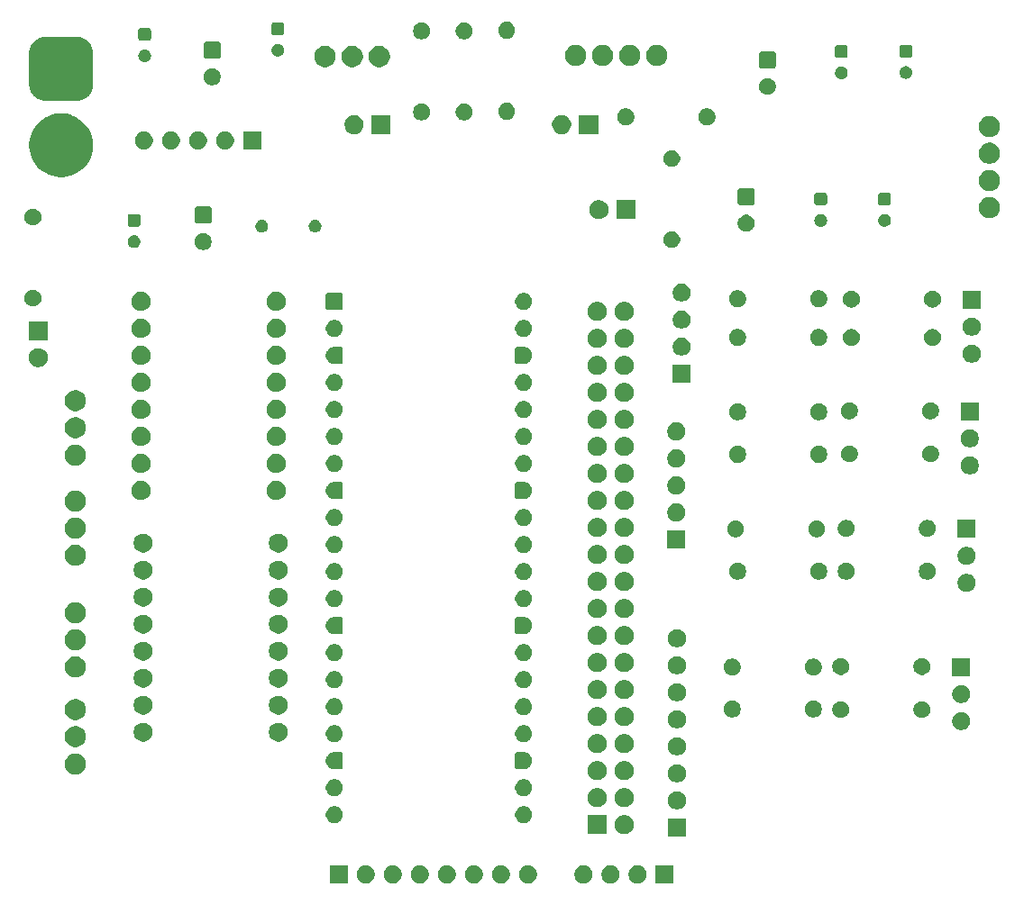
<source format=gbr>
%TF.GenerationSoftware,KiCad,Pcbnew,9.0.3*%
%TF.CreationDate,2025-08-05T09:32:11-05:00*%
%TF.ProjectId,Power Distribution PCB Schematic,506f7765-7220-4446-9973-747269627574,rev?*%
%TF.SameCoordinates,Original*%
%TF.FileFunction,Soldermask,Bot*%
%TF.FilePolarity,Negative*%
%FSLAX46Y46*%
G04 Gerber Fmt 4.6, Leading zero omitted, Abs format (unit mm)*
G04 Created by KiCad (PCBNEW 9.0.3) date 2025-08-05 09:32:11*
%MOMM*%
%LPD*%
G01*
G04 APERTURE LIST*
G04 APERTURE END LIST*
G36*
X54140000Y-110976465D02*
G01*
X52440000Y-110976465D01*
X52440000Y-109276465D01*
X54140000Y-109276465D01*
X54140000Y-110976465D01*
G37*
G36*
X84747665Y-110976465D02*
G01*
X83047665Y-110976465D01*
X83047665Y-109276465D01*
X84747665Y-109276465D01*
X84747665Y-110976465D01*
G37*
G36*
X56076742Y-109313066D02*
G01*
X56230687Y-109376832D01*
X56369234Y-109469406D01*
X56487059Y-109587231D01*
X56579633Y-109725778D01*
X56643399Y-109879723D01*
X56675907Y-110043150D01*
X56675907Y-110209780D01*
X56643399Y-110373207D01*
X56579633Y-110527152D01*
X56487059Y-110665699D01*
X56369234Y-110783524D01*
X56230687Y-110876098D01*
X56076742Y-110939864D01*
X55913315Y-110972372D01*
X55746685Y-110972372D01*
X55583258Y-110939864D01*
X55429313Y-110876098D01*
X55290766Y-110783524D01*
X55172941Y-110665699D01*
X55080367Y-110527152D01*
X55016601Y-110373207D01*
X54984093Y-110209780D01*
X54984093Y-110043150D01*
X55016601Y-109879723D01*
X55080367Y-109725778D01*
X55172941Y-109587231D01*
X55290766Y-109469406D01*
X55429313Y-109376832D01*
X55583258Y-109313066D01*
X55746685Y-109280558D01*
X55913315Y-109280558D01*
X56076742Y-109313066D01*
G37*
G36*
X58616742Y-109313066D02*
G01*
X58770687Y-109376832D01*
X58909234Y-109469406D01*
X59027059Y-109587231D01*
X59119633Y-109725778D01*
X59183399Y-109879723D01*
X59215907Y-110043150D01*
X59215907Y-110209780D01*
X59183399Y-110373207D01*
X59119633Y-110527152D01*
X59027059Y-110665699D01*
X58909234Y-110783524D01*
X58770687Y-110876098D01*
X58616742Y-110939864D01*
X58453315Y-110972372D01*
X58286685Y-110972372D01*
X58123258Y-110939864D01*
X57969313Y-110876098D01*
X57830766Y-110783524D01*
X57712941Y-110665699D01*
X57620367Y-110527152D01*
X57556601Y-110373207D01*
X57524093Y-110209780D01*
X57524093Y-110043150D01*
X57556601Y-109879723D01*
X57620367Y-109725778D01*
X57712941Y-109587231D01*
X57830766Y-109469406D01*
X57969313Y-109376832D01*
X58123258Y-109313066D01*
X58286685Y-109280558D01*
X58453315Y-109280558D01*
X58616742Y-109313066D01*
G37*
G36*
X61156742Y-109313066D02*
G01*
X61310687Y-109376832D01*
X61449234Y-109469406D01*
X61567059Y-109587231D01*
X61659633Y-109725778D01*
X61723399Y-109879723D01*
X61755907Y-110043150D01*
X61755907Y-110209780D01*
X61723399Y-110373207D01*
X61659633Y-110527152D01*
X61567059Y-110665699D01*
X61449234Y-110783524D01*
X61310687Y-110876098D01*
X61156742Y-110939864D01*
X60993315Y-110972372D01*
X60826685Y-110972372D01*
X60663258Y-110939864D01*
X60509313Y-110876098D01*
X60370766Y-110783524D01*
X60252941Y-110665699D01*
X60160367Y-110527152D01*
X60096601Y-110373207D01*
X60064093Y-110209780D01*
X60064093Y-110043150D01*
X60096601Y-109879723D01*
X60160367Y-109725778D01*
X60252941Y-109587231D01*
X60370766Y-109469406D01*
X60509313Y-109376832D01*
X60663258Y-109313066D01*
X60826685Y-109280558D01*
X60993315Y-109280558D01*
X61156742Y-109313066D01*
G37*
G36*
X63696742Y-109313066D02*
G01*
X63850687Y-109376832D01*
X63989234Y-109469406D01*
X64107059Y-109587231D01*
X64199633Y-109725778D01*
X64263399Y-109879723D01*
X64295907Y-110043150D01*
X64295907Y-110209780D01*
X64263399Y-110373207D01*
X64199633Y-110527152D01*
X64107059Y-110665699D01*
X63989234Y-110783524D01*
X63850687Y-110876098D01*
X63696742Y-110939864D01*
X63533315Y-110972372D01*
X63366685Y-110972372D01*
X63203258Y-110939864D01*
X63049313Y-110876098D01*
X62910766Y-110783524D01*
X62792941Y-110665699D01*
X62700367Y-110527152D01*
X62636601Y-110373207D01*
X62604093Y-110209780D01*
X62604093Y-110043150D01*
X62636601Y-109879723D01*
X62700367Y-109725778D01*
X62792941Y-109587231D01*
X62910766Y-109469406D01*
X63049313Y-109376832D01*
X63203258Y-109313066D01*
X63366685Y-109280558D01*
X63533315Y-109280558D01*
X63696742Y-109313066D01*
G37*
G36*
X66236742Y-109313066D02*
G01*
X66390687Y-109376832D01*
X66529234Y-109469406D01*
X66647059Y-109587231D01*
X66739633Y-109725778D01*
X66803399Y-109879723D01*
X66835907Y-110043150D01*
X66835907Y-110209780D01*
X66803399Y-110373207D01*
X66739633Y-110527152D01*
X66647059Y-110665699D01*
X66529234Y-110783524D01*
X66390687Y-110876098D01*
X66236742Y-110939864D01*
X66073315Y-110972372D01*
X65906685Y-110972372D01*
X65743258Y-110939864D01*
X65589313Y-110876098D01*
X65450766Y-110783524D01*
X65332941Y-110665699D01*
X65240367Y-110527152D01*
X65176601Y-110373207D01*
X65144093Y-110209780D01*
X65144093Y-110043150D01*
X65176601Y-109879723D01*
X65240367Y-109725778D01*
X65332941Y-109587231D01*
X65450766Y-109469406D01*
X65589313Y-109376832D01*
X65743258Y-109313066D01*
X65906685Y-109280558D01*
X66073315Y-109280558D01*
X66236742Y-109313066D01*
G37*
G36*
X68776742Y-109313066D02*
G01*
X68930687Y-109376832D01*
X69069234Y-109469406D01*
X69187059Y-109587231D01*
X69279633Y-109725778D01*
X69343399Y-109879723D01*
X69375907Y-110043150D01*
X69375907Y-110209780D01*
X69343399Y-110373207D01*
X69279633Y-110527152D01*
X69187059Y-110665699D01*
X69069234Y-110783524D01*
X68930687Y-110876098D01*
X68776742Y-110939864D01*
X68613315Y-110972372D01*
X68446685Y-110972372D01*
X68283258Y-110939864D01*
X68129313Y-110876098D01*
X67990766Y-110783524D01*
X67872941Y-110665699D01*
X67780367Y-110527152D01*
X67716601Y-110373207D01*
X67684093Y-110209780D01*
X67684093Y-110043150D01*
X67716601Y-109879723D01*
X67780367Y-109725778D01*
X67872941Y-109587231D01*
X67990766Y-109469406D01*
X68129313Y-109376832D01*
X68283258Y-109313066D01*
X68446685Y-109280558D01*
X68613315Y-109280558D01*
X68776742Y-109313066D01*
G37*
G36*
X71316742Y-109313066D02*
G01*
X71470687Y-109376832D01*
X71609234Y-109469406D01*
X71727059Y-109587231D01*
X71819633Y-109725778D01*
X71883399Y-109879723D01*
X71915907Y-110043150D01*
X71915907Y-110209780D01*
X71883399Y-110373207D01*
X71819633Y-110527152D01*
X71727059Y-110665699D01*
X71609234Y-110783524D01*
X71470687Y-110876098D01*
X71316742Y-110939864D01*
X71153315Y-110972372D01*
X70986685Y-110972372D01*
X70823258Y-110939864D01*
X70669313Y-110876098D01*
X70530766Y-110783524D01*
X70412941Y-110665699D01*
X70320367Y-110527152D01*
X70256601Y-110373207D01*
X70224093Y-110209780D01*
X70224093Y-110043150D01*
X70256601Y-109879723D01*
X70320367Y-109725778D01*
X70412941Y-109587231D01*
X70530766Y-109469406D01*
X70669313Y-109376832D01*
X70823258Y-109313066D01*
X70986685Y-109280558D01*
X71153315Y-109280558D01*
X71316742Y-109313066D01*
G37*
G36*
X76524407Y-109313066D02*
G01*
X76678352Y-109376832D01*
X76816899Y-109469406D01*
X76934724Y-109587231D01*
X77027298Y-109725778D01*
X77091064Y-109879723D01*
X77123572Y-110043150D01*
X77123572Y-110209780D01*
X77091064Y-110373207D01*
X77027298Y-110527152D01*
X76934724Y-110665699D01*
X76816899Y-110783524D01*
X76678352Y-110876098D01*
X76524407Y-110939864D01*
X76360980Y-110972372D01*
X76194350Y-110972372D01*
X76030923Y-110939864D01*
X75876978Y-110876098D01*
X75738431Y-110783524D01*
X75620606Y-110665699D01*
X75528032Y-110527152D01*
X75464266Y-110373207D01*
X75431758Y-110209780D01*
X75431758Y-110043150D01*
X75464266Y-109879723D01*
X75528032Y-109725778D01*
X75620606Y-109587231D01*
X75738431Y-109469406D01*
X75876978Y-109376832D01*
X76030923Y-109313066D01*
X76194350Y-109280558D01*
X76360980Y-109280558D01*
X76524407Y-109313066D01*
G37*
G36*
X79064407Y-109313066D02*
G01*
X79218352Y-109376832D01*
X79356899Y-109469406D01*
X79474724Y-109587231D01*
X79567298Y-109725778D01*
X79631064Y-109879723D01*
X79663572Y-110043150D01*
X79663572Y-110209780D01*
X79631064Y-110373207D01*
X79567298Y-110527152D01*
X79474724Y-110665699D01*
X79356899Y-110783524D01*
X79218352Y-110876098D01*
X79064407Y-110939864D01*
X78900980Y-110972372D01*
X78734350Y-110972372D01*
X78570923Y-110939864D01*
X78416978Y-110876098D01*
X78278431Y-110783524D01*
X78160606Y-110665699D01*
X78068032Y-110527152D01*
X78004266Y-110373207D01*
X77971758Y-110209780D01*
X77971758Y-110043150D01*
X78004266Y-109879723D01*
X78068032Y-109725778D01*
X78160606Y-109587231D01*
X78278431Y-109469406D01*
X78416978Y-109376832D01*
X78570923Y-109313066D01*
X78734350Y-109280558D01*
X78900980Y-109280558D01*
X79064407Y-109313066D01*
G37*
G36*
X81604407Y-109313066D02*
G01*
X81758352Y-109376832D01*
X81896899Y-109469406D01*
X82014724Y-109587231D01*
X82107298Y-109725778D01*
X82171064Y-109879723D01*
X82203572Y-110043150D01*
X82203572Y-110209780D01*
X82171064Y-110373207D01*
X82107298Y-110527152D01*
X82014724Y-110665699D01*
X81896899Y-110783524D01*
X81758352Y-110876098D01*
X81604407Y-110939864D01*
X81440980Y-110972372D01*
X81274350Y-110972372D01*
X81110923Y-110939864D01*
X80956978Y-110876098D01*
X80818431Y-110783524D01*
X80700606Y-110665699D01*
X80608032Y-110527152D01*
X80544266Y-110373207D01*
X80511758Y-110209780D01*
X80511758Y-110043150D01*
X80544266Y-109879723D01*
X80608032Y-109725778D01*
X80700606Y-109587231D01*
X80818431Y-109469406D01*
X80956978Y-109376832D01*
X81110923Y-109313066D01*
X81274350Y-109280558D01*
X81440980Y-109280558D01*
X81604407Y-109313066D01*
G37*
G36*
X85920000Y-106556465D02*
G01*
X84220000Y-106556465D01*
X84220000Y-104856465D01*
X85920000Y-104856465D01*
X85920000Y-106556465D01*
G37*
G36*
X78411534Y-104549729D02*
G01*
X78444625Y-104571840D01*
X78466736Y-104604931D01*
X78474500Y-104643965D01*
X78474500Y-106248965D01*
X78466736Y-106287999D01*
X78444625Y-106321090D01*
X78411534Y-106343201D01*
X78372500Y-106350965D01*
X76767500Y-106350965D01*
X76728466Y-106343201D01*
X76695375Y-106321090D01*
X76673264Y-106287999D01*
X76665500Y-106248965D01*
X76665500Y-104643965D01*
X76673264Y-104604931D01*
X76695375Y-104571840D01*
X76728466Y-104549729D01*
X76767500Y-104541965D01*
X78372500Y-104541965D01*
X78411534Y-104549729D01*
G37*
G36*
X80372562Y-104580912D02*
G01*
X80536378Y-104648767D01*
X80683809Y-104747277D01*
X80809188Y-104872656D01*
X80907698Y-105020087D01*
X80975553Y-105183903D01*
X81010145Y-105357808D01*
X81010145Y-105535122D01*
X80975553Y-105709027D01*
X80907698Y-105872843D01*
X80809188Y-106020274D01*
X80683809Y-106145653D01*
X80536378Y-106244163D01*
X80372562Y-106312018D01*
X80198657Y-106346610D01*
X80021343Y-106346610D01*
X79847438Y-106312018D01*
X79683622Y-106244163D01*
X79536191Y-106145653D01*
X79410812Y-106020274D01*
X79312302Y-105872843D01*
X79244447Y-105709027D01*
X79209855Y-105535122D01*
X79209855Y-105357808D01*
X79244447Y-105183903D01*
X79312302Y-105020087D01*
X79410812Y-104872656D01*
X79536191Y-104747277D01*
X79683622Y-104648767D01*
X79847438Y-104580912D01*
X80021343Y-104546320D01*
X80198657Y-104546320D01*
X80372562Y-104580912D01*
G37*
G36*
X53119817Y-103739543D02*
G01*
X53265404Y-103799847D01*
X53396439Y-103887402D01*
X53507862Y-103998825D01*
X53507864Y-103998828D01*
X53507866Y-103998830D01*
X53595416Y-104129858D01*
X53655722Y-104275449D01*
X53686465Y-104430007D01*
X53686465Y-104587593D01*
X53655722Y-104742151D01*
X53595416Y-104887742D01*
X53507866Y-105018770D01*
X53396435Y-105130201D01*
X53265407Y-105217751D01*
X53119816Y-105278057D01*
X52965258Y-105308800D01*
X52807672Y-105308800D01*
X52653114Y-105278057D01*
X52507523Y-105217751D01*
X52376495Y-105130201D01*
X52376493Y-105130199D01*
X52376490Y-105130197D01*
X52265067Y-105018774D01*
X52177512Y-104887739D01*
X52117208Y-104742152D01*
X52086465Y-104587592D01*
X52086465Y-104430007D01*
X52117208Y-104275447D01*
X52177512Y-104129860D01*
X52265067Y-103998825D01*
X52376490Y-103887402D01*
X52507525Y-103799847D01*
X52653112Y-103739543D01*
X52807672Y-103708800D01*
X52965258Y-103708800D01*
X53119817Y-103739543D01*
G37*
G36*
X70899817Y-103739543D02*
G01*
X71045404Y-103799847D01*
X71176439Y-103887402D01*
X71287862Y-103998825D01*
X71287864Y-103998828D01*
X71287866Y-103998830D01*
X71375416Y-104129858D01*
X71435722Y-104275449D01*
X71466465Y-104430007D01*
X71466465Y-104587593D01*
X71435722Y-104742151D01*
X71375416Y-104887742D01*
X71287866Y-105018770D01*
X71176435Y-105130201D01*
X71045407Y-105217751D01*
X70899816Y-105278057D01*
X70745258Y-105308800D01*
X70587672Y-105308800D01*
X70433114Y-105278057D01*
X70287523Y-105217751D01*
X70156495Y-105130201D01*
X70156493Y-105130199D01*
X70156490Y-105130197D01*
X70045067Y-105018774D01*
X69957512Y-104887739D01*
X69897208Y-104742152D01*
X69866465Y-104587592D01*
X69866465Y-104430007D01*
X69897208Y-104275447D01*
X69957512Y-104129860D01*
X70045067Y-103998825D01*
X70156490Y-103887402D01*
X70287525Y-103799847D01*
X70433112Y-103739543D01*
X70587672Y-103708800D01*
X70745258Y-103708800D01*
X70899817Y-103739543D01*
G37*
G36*
X85316742Y-102353066D02*
G01*
X85470687Y-102416832D01*
X85609234Y-102509406D01*
X85727059Y-102627231D01*
X85819633Y-102765778D01*
X85883399Y-102919723D01*
X85915907Y-103083150D01*
X85915907Y-103249780D01*
X85883399Y-103413207D01*
X85819633Y-103567152D01*
X85727059Y-103705699D01*
X85609234Y-103823524D01*
X85470687Y-103916098D01*
X85316742Y-103979864D01*
X85153315Y-104012372D01*
X84986685Y-104012372D01*
X84823258Y-103979864D01*
X84669313Y-103916098D01*
X84530766Y-103823524D01*
X84412941Y-103705699D01*
X84320367Y-103567152D01*
X84256601Y-103413207D01*
X84224093Y-103249780D01*
X84224093Y-103083150D01*
X84256601Y-102919723D01*
X84320367Y-102765778D01*
X84412941Y-102627231D01*
X84530766Y-102509406D01*
X84669313Y-102416832D01*
X84823258Y-102353066D01*
X84986685Y-102320558D01*
X85153315Y-102320558D01*
X85316742Y-102353066D01*
G37*
G36*
X77832562Y-102040912D02*
G01*
X77996378Y-102108767D01*
X78143809Y-102207277D01*
X78269188Y-102332656D01*
X78367698Y-102480087D01*
X78435553Y-102643903D01*
X78470145Y-102817808D01*
X78470145Y-102995122D01*
X78435553Y-103169027D01*
X78367698Y-103332843D01*
X78269188Y-103480274D01*
X78143809Y-103605653D01*
X77996378Y-103704163D01*
X77832562Y-103772018D01*
X77658657Y-103806610D01*
X77481343Y-103806610D01*
X77307438Y-103772018D01*
X77143622Y-103704163D01*
X76996191Y-103605653D01*
X76870812Y-103480274D01*
X76772302Y-103332843D01*
X76704447Y-103169027D01*
X76669855Y-102995122D01*
X76669855Y-102817808D01*
X76704447Y-102643903D01*
X76772302Y-102480087D01*
X76870812Y-102332656D01*
X76996191Y-102207277D01*
X77143622Y-102108767D01*
X77307438Y-102040912D01*
X77481343Y-102006320D01*
X77658657Y-102006320D01*
X77832562Y-102040912D01*
G37*
G36*
X80372562Y-102040912D02*
G01*
X80536378Y-102108767D01*
X80683809Y-102207277D01*
X80809188Y-102332656D01*
X80907698Y-102480087D01*
X80975553Y-102643903D01*
X81010145Y-102817808D01*
X81010145Y-102995122D01*
X80975553Y-103169027D01*
X80907698Y-103332843D01*
X80809188Y-103480274D01*
X80683809Y-103605653D01*
X80536378Y-103704163D01*
X80372562Y-103772018D01*
X80198657Y-103806610D01*
X80021343Y-103806610D01*
X79847438Y-103772018D01*
X79683622Y-103704163D01*
X79536191Y-103605653D01*
X79410812Y-103480274D01*
X79312302Y-103332843D01*
X79244447Y-103169027D01*
X79209855Y-102995122D01*
X79209855Y-102817808D01*
X79244447Y-102643903D01*
X79312302Y-102480087D01*
X79410812Y-102332656D01*
X79536191Y-102207277D01*
X79683622Y-102108767D01*
X79847438Y-102040912D01*
X80021343Y-102006320D01*
X80198657Y-102006320D01*
X80372562Y-102040912D01*
G37*
G36*
X53119817Y-101199543D02*
G01*
X53265404Y-101259847D01*
X53396439Y-101347402D01*
X53507862Y-101458825D01*
X53507864Y-101458828D01*
X53507866Y-101458830D01*
X53595416Y-101589858D01*
X53655722Y-101735449D01*
X53686465Y-101890007D01*
X53686465Y-102047593D01*
X53655722Y-102202151D01*
X53595416Y-102347742D01*
X53507866Y-102478770D01*
X53396435Y-102590201D01*
X53265407Y-102677751D01*
X53119816Y-102738057D01*
X52965258Y-102768800D01*
X52807672Y-102768800D01*
X52653114Y-102738057D01*
X52507523Y-102677751D01*
X52376495Y-102590201D01*
X52376493Y-102590199D01*
X52376490Y-102590197D01*
X52265067Y-102478774D01*
X52223678Y-102416832D01*
X52177514Y-102347742D01*
X52177513Y-102347741D01*
X52177512Y-102347739D01*
X52117208Y-102202152D01*
X52086465Y-102047592D01*
X52086465Y-101890007D01*
X52117208Y-101735447D01*
X52177512Y-101589860D01*
X52265067Y-101458825D01*
X52376490Y-101347402D01*
X52507525Y-101259847D01*
X52653112Y-101199543D01*
X52807672Y-101168800D01*
X52965258Y-101168800D01*
X53119817Y-101199543D01*
G37*
G36*
X70899817Y-101199543D02*
G01*
X71045404Y-101259847D01*
X71176439Y-101347402D01*
X71287862Y-101458825D01*
X71287864Y-101458828D01*
X71287866Y-101458830D01*
X71375416Y-101589858D01*
X71435722Y-101735449D01*
X71466465Y-101890007D01*
X71466465Y-102047593D01*
X71435722Y-102202151D01*
X71375416Y-102347742D01*
X71287866Y-102478770D01*
X71176435Y-102590201D01*
X71045407Y-102677751D01*
X70899816Y-102738057D01*
X70745258Y-102768800D01*
X70587672Y-102768800D01*
X70433114Y-102738057D01*
X70287523Y-102677751D01*
X70156495Y-102590201D01*
X70156493Y-102590199D01*
X70156490Y-102590197D01*
X70045067Y-102478774D01*
X70003678Y-102416832D01*
X69957514Y-102347742D01*
X69957513Y-102347741D01*
X69957512Y-102347739D01*
X69897208Y-102202152D01*
X69866465Y-102047592D01*
X69866465Y-101890007D01*
X69897208Y-101735447D01*
X69957512Y-101589860D01*
X70045067Y-101458825D01*
X70156490Y-101347402D01*
X70287525Y-101259847D01*
X70433112Y-101199543D01*
X70587672Y-101168800D01*
X70745258Y-101168800D01*
X70899817Y-101199543D01*
G37*
G36*
X85316742Y-99813066D02*
G01*
X85470687Y-99876832D01*
X85609234Y-99969406D01*
X85727059Y-100087231D01*
X85819633Y-100225778D01*
X85883399Y-100379723D01*
X85915907Y-100543150D01*
X85915907Y-100709780D01*
X85883399Y-100873207D01*
X85819633Y-101027152D01*
X85727059Y-101165699D01*
X85609234Y-101283524D01*
X85470687Y-101376098D01*
X85316742Y-101439864D01*
X85153315Y-101472372D01*
X84986685Y-101472372D01*
X84823258Y-101439864D01*
X84669313Y-101376098D01*
X84530766Y-101283524D01*
X84412941Y-101165699D01*
X84320367Y-101027152D01*
X84256601Y-100873207D01*
X84224093Y-100709780D01*
X84224093Y-100543150D01*
X84256601Y-100379723D01*
X84320367Y-100225778D01*
X84412941Y-100087231D01*
X84530766Y-99969406D01*
X84669313Y-99876832D01*
X84823258Y-99813066D01*
X84986685Y-99780558D01*
X85153315Y-99780558D01*
X85316742Y-99813066D01*
G37*
G36*
X77832562Y-99500912D02*
G01*
X77996378Y-99568767D01*
X78143809Y-99667277D01*
X78269188Y-99792656D01*
X78367698Y-99940087D01*
X78435553Y-100103903D01*
X78470145Y-100277808D01*
X78470145Y-100455122D01*
X78435553Y-100629027D01*
X78367698Y-100792843D01*
X78269188Y-100940274D01*
X78143809Y-101065653D01*
X77996378Y-101164163D01*
X77832562Y-101232018D01*
X77658657Y-101266610D01*
X77481343Y-101266610D01*
X77307438Y-101232018D01*
X77143622Y-101164163D01*
X76996191Y-101065653D01*
X76870812Y-100940274D01*
X76772302Y-100792843D01*
X76704447Y-100629027D01*
X76669855Y-100455122D01*
X76669855Y-100277808D01*
X76704447Y-100103903D01*
X76772302Y-99940087D01*
X76870812Y-99792656D01*
X76996191Y-99667277D01*
X77143622Y-99568767D01*
X77307438Y-99500912D01*
X77481343Y-99466320D01*
X77658657Y-99466320D01*
X77832562Y-99500912D01*
G37*
G36*
X80372562Y-99500912D02*
G01*
X80536378Y-99568767D01*
X80683809Y-99667277D01*
X80809188Y-99792656D01*
X80907698Y-99940087D01*
X80975553Y-100103903D01*
X81010145Y-100277808D01*
X81010145Y-100455122D01*
X80975553Y-100629027D01*
X80907698Y-100792843D01*
X80809188Y-100940274D01*
X80683809Y-101065653D01*
X80536378Y-101164163D01*
X80372562Y-101232018D01*
X80198657Y-101266610D01*
X80021343Y-101266610D01*
X79847438Y-101232018D01*
X79683622Y-101164163D01*
X79536191Y-101065653D01*
X79410812Y-100940274D01*
X79312302Y-100792843D01*
X79244447Y-100629027D01*
X79209855Y-100455122D01*
X79209855Y-100277808D01*
X79244447Y-100103903D01*
X79312302Y-99940087D01*
X79410812Y-99792656D01*
X79536191Y-99667277D01*
X79683622Y-99568767D01*
X79847438Y-99500912D01*
X80021343Y-99466320D01*
X80198657Y-99466320D01*
X80372562Y-99500912D01*
G37*
G36*
X28860285Y-98779525D02*
G01*
X29041397Y-98854544D01*
X29204393Y-98963455D01*
X29343010Y-99102072D01*
X29451921Y-99265068D01*
X29526940Y-99446180D01*
X29565185Y-99638448D01*
X29565185Y-99834482D01*
X29526940Y-100026750D01*
X29451921Y-100207862D01*
X29343010Y-100370858D01*
X29204393Y-100509475D01*
X29041397Y-100618386D01*
X28860285Y-100693405D01*
X28668017Y-100731650D01*
X28471983Y-100731650D01*
X28279715Y-100693405D01*
X28098603Y-100618386D01*
X27935607Y-100509475D01*
X27796990Y-100370858D01*
X27688079Y-100207862D01*
X27613060Y-100026750D01*
X27574815Y-99834482D01*
X27574815Y-99638448D01*
X27613060Y-99446180D01*
X27688079Y-99265068D01*
X27796990Y-99102072D01*
X27935607Y-98963455D01*
X28098603Y-98854544D01*
X28279715Y-98779525D01*
X28471983Y-98741280D01*
X28668017Y-98741280D01*
X28860285Y-98779525D01*
G37*
G36*
X53528160Y-98624181D02*
G01*
X53532778Y-98626094D01*
X53532783Y-98626095D01*
X53597046Y-98652713D01*
X53597050Y-98652715D01*
X53601669Y-98654629D01*
X53603292Y-98655712D01*
X53659553Y-98711973D01*
X53660636Y-98713596D01*
X53662549Y-98718215D01*
X53662551Y-98718218D01*
X53689169Y-98782481D01*
X53691084Y-98787105D01*
X53691465Y-98789018D01*
X53691465Y-100068582D01*
X53691084Y-100070495D01*
X53660636Y-100144004D01*
X53659553Y-100145627D01*
X53603292Y-100201888D01*
X53601669Y-100202971D01*
X53597046Y-100204885D01*
X53597046Y-100204886D01*
X53589861Y-100207862D01*
X53528160Y-100233419D01*
X53526247Y-100233800D01*
X53521244Y-100233800D01*
X52810162Y-100233800D01*
X52807672Y-100233800D01*
X52806697Y-100233704D01*
X52804254Y-100233218D01*
X52804253Y-100233218D01*
X52727865Y-100218023D01*
X52652139Y-100202961D01*
X52651201Y-100202676D01*
X52648901Y-100201723D01*
X52648890Y-100201720D01*
X52507922Y-100143329D01*
X52507910Y-100143323D01*
X52505610Y-100142370D01*
X52504745Y-100141908D01*
X52422915Y-100087231D01*
X52375795Y-100055747D01*
X52375791Y-100055744D01*
X52373717Y-100054358D01*
X52372959Y-100053737D01*
X52261528Y-99942306D01*
X52260907Y-99941548D01*
X52259521Y-99939474D01*
X52259517Y-99939469D01*
X52174746Y-99812599D01*
X52174745Y-99812597D01*
X52173357Y-99810520D01*
X52172895Y-99809655D01*
X52171943Y-99807357D01*
X52171935Y-99807342D01*
X52113544Y-99666374D01*
X52113538Y-99666357D01*
X52112589Y-99664064D01*
X52112304Y-99663126D01*
X52111817Y-99660682D01*
X52111816Y-99660676D01*
X52082046Y-99511011D01*
X52082045Y-99511001D01*
X52081561Y-99508568D01*
X52081465Y-99507593D01*
X52081465Y-99350007D01*
X52081561Y-99349032D01*
X52082044Y-99346599D01*
X52082046Y-99346588D01*
X52111816Y-99196923D01*
X52111818Y-99196914D01*
X52112304Y-99194474D01*
X52112589Y-99193536D01*
X52113537Y-99191245D01*
X52113544Y-99191225D01*
X52171935Y-99050257D01*
X52171945Y-99050237D01*
X52172895Y-99047945D01*
X52173357Y-99047080D01*
X52174742Y-99045006D01*
X52174746Y-99045000D01*
X52259517Y-98918130D01*
X52259525Y-98918119D01*
X52260907Y-98916052D01*
X52261528Y-98915294D01*
X52263294Y-98913527D01*
X52263299Y-98913522D01*
X52371187Y-98805634D01*
X52371192Y-98805629D01*
X52372959Y-98803863D01*
X52373717Y-98803242D01*
X52375784Y-98801860D01*
X52375795Y-98801852D01*
X52502665Y-98717081D01*
X52502671Y-98717077D01*
X52504745Y-98715692D01*
X52505610Y-98715230D01*
X52507902Y-98714280D01*
X52507922Y-98714270D01*
X52648890Y-98655879D01*
X52648910Y-98655872D01*
X52651201Y-98654924D01*
X52652139Y-98654639D01*
X52654579Y-98654153D01*
X52654588Y-98654151D01*
X52804253Y-98624381D01*
X52804264Y-98624379D01*
X52806697Y-98623896D01*
X52807672Y-98623800D01*
X53526247Y-98623800D01*
X53528160Y-98624181D01*
G37*
G36*
X70746233Y-98623896D02*
G01*
X70748666Y-98624380D01*
X70748676Y-98624381D01*
X70898341Y-98654151D01*
X70898347Y-98654152D01*
X70900791Y-98654639D01*
X70901729Y-98654924D01*
X70904022Y-98655873D01*
X70904039Y-98655879D01*
X71045007Y-98714270D01*
X71045022Y-98714278D01*
X71047320Y-98715230D01*
X71048185Y-98715692D01*
X71050262Y-98717080D01*
X71050264Y-98717081D01*
X71177134Y-98801852D01*
X71177139Y-98801856D01*
X71179213Y-98803242D01*
X71179971Y-98803863D01*
X71291402Y-98915294D01*
X71292023Y-98916052D01*
X71293409Y-98918126D01*
X71293412Y-98918130D01*
X71302764Y-98932127D01*
X71379573Y-99047080D01*
X71380035Y-99047945D01*
X71380988Y-99050245D01*
X71380994Y-99050257D01*
X71439385Y-99191225D01*
X71439388Y-99191236D01*
X71440341Y-99193536D01*
X71440626Y-99194474D01*
X71471369Y-99349032D01*
X71471465Y-99350007D01*
X71471465Y-99507593D01*
X71471369Y-99508568D01*
X71440626Y-99663126D01*
X71440341Y-99664064D01*
X71439387Y-99666366D01*
X71439385Y-99666374D01*
X71380994Y-99807342D01*
X71380989Y-99807349D01*
X71380035Y-99809655D01*
X71379573Y-99810520D01*
X71292023Y-99941548D01*
X71291402Y-99942306D01*
X71179971Y-100053737D01*
X71179213Y-100054358D01*
X71048185Y-100141908D01*
X71047320Y-100142370D01*
X71045014Y-100143324D01*
X71045007Y-100143329D01*
X70904039Y-100201720D01*
X70904031Y-100201722D01*
X70901729Y-100202676D01*
X70900791Y-100202961D01*
X70746233Y-100233704D01*
X70745258Y-100233800D01*
X70742768Y-100233800D01*
X70031686Y-100233800D01*
X70026683Y-100233800D01*
X70024770Y-100233419D01*
X70020147Y-100231504D01*
X70020146Y-100231504D01*
X69955883Y-100204886D01*
X69955880Y-100204884D01*
X69951261Y-100202971D01*
X69949638Y-100201888D01*
X69893377Y-100145627D01*
X69892294Y-100144004D01*
X69890380Y-100139385D01*
X69890378Y-100139381D01*
X69863760Y-100075118D01*
X69863759Y-100075113D01*
X69861846Y-100070495D01*
X69861465Y-100068582D01*
X69861465Y-98789018D01*
X69861846Y-98787105D01*
X69863758Y-98782487D01*
X69863760Y-98782481D01*
X69890378Y-98718218D01*
X69890382Y-98718211D01*
X69892294Y-98713596D01*
X69893377Y-98711973D01*
X69896913Y-98708436D01*
X69896916Y-98708433D01*
X69946098Y-98659251D01*
X69946101Y-98659248D01*
X69949638Y-98655712D01*
X69951261Y-98654629D01*
X69955876Y-98652717D01*
X69955883Y-98652713D01*
X70020146Y-98626095D01*
X70020152Y-98626093D01*
X70024770Y-98624181D01*
X70026683Y-98623800D01*
X70745258Y-98623800D01*
X70746233Y-98623896D01*
G37*
G36*
X85316742Y-97273066D02*
G01*
X85470687Y-97336832D01*
X85609234Y-97429406D01*
X85727059Y-97547231D01*
X85819633Y-97685778D01*
X85883399Y-97839723D01*
X85915907Y-98003150D01*
X85915907Y-98169780D01*
X85883399Y-98333207D01*
X85819633Y-98487152D01*
X85727059Y-98625699D01*
X85609234Y-98743524D01*
X85470687Y-98836098D01*
X85316742Y-98899864D01*
X85153315Y-98932372D01*
X84986685Y-98932372D01*
X84823258Y-98899864D01*
X84669313Y-98836098D01*
X84530766Y-98743524D01*
X84412941Y-98625699D01*
X84320367Y-98487152D01*
X84256601Y-98333207D01*
X84224093Y-98169780D01*
X84224093Y-98003150D01*
X84256601Y-97839723D01*
X84320367Y-97685778D01*
X84412941Y-97547231D01*
X84530766Y-97429406D01*
X84669313Y-97336832D01*
X84823258Y-97273066D01*
X84986685Y-97240558D01*
X85153315Y-97240558D01*
X85316742Y-97273066D01*
G37*
G36*
X77832562Y-96960912D02*
G01*
X77996378Y-97028767D01*
X78143809Y-97127277D01*
X78269188Y-97252656D01*
X78367698Y-97400087D01*
X78435553Y-97563903D01*
X78470145Y-97737808D01*
X78470145Y-97915122D01*
X78435553Y-98089027D01*
X78367698Y-98252843D01*
X78269188Y-98400274D01*
X78143809Y-98525653D01*
X77996378Y-98624163D01*
X77832562Y-98692018D01*
X77658657Y-98726610D01*
X77481343Y-98726610D01*
X77307438Y-98692018D01*
X77143622Y-98624163D01*
X76996191Y-98525653D01*
X76870812Y-98400274D01*
X76772302Y-98252843D01*
X76704447Y-98089027D01*
X76669855Y-97915122D01*
X76669855Y-97737808D01*
X76704447Y-97563903D01*
X76772302Y-97400087D01*
X76870812Y-97252656D01*
X76996191Y-97127277D01*
X77143622Y-97028767D01*
X77307438Y-96960912D01*
X77481343Y-96926320D01*
X77658657Y-96926320D01*
X77832562Y-96960912D01*
G37*
G36*
X80372562Y-96960912D02*
G01*
X80536378Y-97028767D01*
X80683809Y-97127277D01*
X80809188Y-97252656D01*
X80907698Y-97400087D01*
X80975553Y-97563903D01*
X81010145Y-97737808D01*
X81010145Y-97915122D01*
X80975553Y-98089027D01*
X80907698Y-98252843D01*
X80809188Y-98400274D01*
X80683809Y-98525653D01*
X80536378Y-98624163D01*
X80372562Y-98692018D01*
X80198657Y-98726610D01*
X80021343Y-98726610D01*
X79847438Y-98692018D01*
X79683622Y-98624163D01*
X79536191Y-98525653D01*
X79410812Y-98400274D01*
X79312302Y-98252843D01*
X79244447Y-98089027D01*
X79209855Y-97915122D01*
X79209855Y-97737808D01*
X79244447Y-97563903D01*
X79312302Y-97400087D01*
X79410812Y-97252656D01*
X79536191Y-97127277D01*
X79683622Y-97028767D01*
X79847438Y-96960912D01*
X80021343Y-96926320D01*
X80198657Y-96926320D01*
X80372562Y-96960912D01*
G37*
G36*
X28860285Y-96209525D02*
G01*
X29041397Y-96284544D01*
X29204393Y-96393455D01*
X29343010Y-96532072D01*
X29451921Y-96695068D01*
X29526940Y-96876180D01*
X29565185Y-97068448D01*
X29565185Y-97264482D01*
X29526940Y-97456750D01*
X29451921Y-97637862D01*
X29343010Y-97800858D01*
X29204393Y-97939475D01*
X29041397Y-98048386D01*
X28860285Y-98123405D01*
X28668017Y-98161650D01*
X28471983Y-98161650D01*
X28279715Y-98123405D01*
X28098603Y-98048386D01*
X27935607Y-97939475D01*
X27796990Y-97800858D01*
X27688079Y-97637862D01*
X27613060Y-97456750D01*
X27574815Y-97264482D01*
X27574815Y-97068448D01*
X27613060Y-96876180D01*
X27688079Y-96695068D01*
X27796990Y-96532072D01*
X27935607Y-96393455D01*
X28098603Y-96284544D01*
X28279715Y-96209525D01*
X28471983Y-96171280D01*
X28668017Y-96171280D01*
X28860285Y-96209525D01*
G37*
G36*
X53119817Y-96119543D02*
G01*
X53265404Y-96179847D01*
X53265406Y-96179848D01*
X53265407Y-96179849D01*
X53363958Y-96245699D01*
X53396439Y-96267402D01*
X53507862Y-96378825D01*
X53507864Y-96378828D01*
X53507866Y-96378830D01*
X53585674Y-96495278D01*
X53595417Y-96509860D01*
X53613026Y-96552372D01*
X53655722Y-96655449D01*
X53686465Y-96810007D01*
X53686465Y-96967593D01*
X53655722Y-97122151D01*
X53595416Y-97267742D01*
X53507866Y-97398770D01*
X53396435Y-97510201D01*
X53265407Y-97597751D01*
X53119816Y-97658057D01*
X52965258Y-97688800D01*
X52807672Y-97688800D01*
X52653114Y-97658057D01*
X52580318Y-97627904D01*
X52507525Y-97597752D01*
X52507524Y-97597751D01*
X52507523Y-97597751D01*
X52376495Y-97510201D01*
X52376493Y-97510199D01*
X52376490Y-97510197D01*
X52265067Y-97398774D01*
X52223678Y-97336832D01*
X52177514Y-97267742D01*
X52177513Y-97267741D01*
X52177512Y-97267739D01*
X52117208Y-97122152D01*
X52086465Y-96967592D01*
X52086465Y-96810007D01*
X52117208Y-96655447D01*
X52177512Y-96509860D01*
X52265067Y-96378825D01*
X52376490Y-96267402D01*
X52507525Y-96179847D01*
X52653112Y-96119543D01*
X52807672Y-96088800D01*
X52965258Y-96088800D01*
X53119817Y-96119543D01*
G37*
G36*
X70899817Y-96119543D02*
G01*
X71045404Y-96179847D01*
X71045406Y-96179848D01*
X71045407Y-96179849D01*
X71143958Y-96245699D01*
X71176439Y-96267402D01*
X71287862Y-96378825D01*
X71287864Y-96378828D01*
X71287866Y-96378830D01*
X71365674Y-96495278D01*
X71375417Y-96509860D01*
X71393026Y-96552372D01*
X71435722Y-96655449D01*
X71466465Y-96810007D01*
X71466465Y-96967593D01*
X71435722Y-97122151D01*
X71375416Y-97267742D01*
X71287866Y-97398770D01*
X71176435Y-97510201D01*
X71045407Y-97597751D01*
X70899816Y-97658057D01*
X70745258Y-97688800D01*
X70587672Y-97688800D01*
X70433114Y-97658057D01*
X70360318Y-97627904D01*
X70287525Y-97597752D01*
X70287524Y-97597751D01*
X70287523Y-97597751D01*
X70156495Y-97510201D01*
X70156493Y-97510199D01*
X70156490Y-97510197D01*
X70045067Y-97398774D01*
X70003678Y-97336832D01*
X69957514Y-97267742D01*
X69957513Y-97267741D01*
X69957512Y-97267739D01*
X69897208Y-97122152D01*
X69866465Y-96967592D01*
X69866465Y-96810007D01*
X69897208Y-96655447D01*
X69957512Y-96509860D01*
X70045067Y-96378825D01*
X70156490Y-96267402D01*
X70287525Y-96179847D01*
X70433112Y-96119543D01*
X70587672Y-96088800D01*
X70745258Y-96088800D01*
X70899817Y-96119543D01*
G37*
G36*
X35181256Y-95895219D02*
G01*
X35344257Y-95962736D01*
X35490954Y-96060756D01*
X35615709Y-96185511D01*
X35713729Y-96332208D01*
X35781246Y-96495209D01*
X35815666Y-96668250D01*
X35815666Y-96844680D01*
X35781246Y-97017721D01*
X35713729Y-97180722D01*
X35615709Y-97327419D01*
X35490954Y-97452174D01*
X35344257Y-97550194D01*
X35181256Y-97617711D01*
X35008215Y-97652131D01*
X34831785Y-97652131D01*
X34658744Y-97617711D01*
X34495743Y-97550194D01*
X34349046Y-97452174D01*
X34224291Y-97327419D01*
X34126271Y-97180722D01*
X34058754Y-97017721D01*
X34024334Y-96844680D01*
X34024334Y-96668250D01*
X34058754Y-96495209D01*
X34126271Y-96332208D01*
X34224291Y-96185511D01*
X34349046Y-96060756D01*
X34495743Y-95962736D01*
X34658744Y-95895219D01*
X34831785Y-95860799D01*
X35008215Y-95860799D01*
X35181256Y-95895219D01*
G37*
G36*
X47881256Y-95895219D02*
G01*
X48044257Y-95962736D01*
X48190954Y-96060756D01*
X48315709Y-96185511D01*
X48413729Y-96332208D01*
X48481246Y-96495209D01*
X48515666Y-96668250D01*
X48515666Y-96844680D01*
X48481246Y-97017721D01*
X48413729Y-97180722D01*
X48315709Y-97327419D01*
X48190954Y-97452174D01*
X48044257Y-97550194D01*
X47881256Y-97617711D01*
X47708215Y-97652131D01*
X47531785Y-97652131D01*
X47358744Y-97617711D01*
X47195743Y-97550194D01*
X47049046Y-97452174D01*
X46924291Y-97327419D01*
X46826271Y-97180722D01*
X46758754Y-97017721D01*
X46724334Y-96844680D01*
X46724334Y-96668250D01*
X46758754Y-96495209D01*
X46826271Y-96332208D01*
X46924291Y-96185511D01*
X47049046Y-96060756D01*
X47195743Y-95962736D01*
X47358744Y-95895219D01*
X47531785Y-95860799D01*
X47708215Y-95860799D01*
X47881256Y-95895219D01*
G37*
G36*
X112006742Y-94893066D02*
G01*
X112160687Y-94956832D01*
X112299234Y-95049406D01*
X112417059Y-95167231D01*
X112509633Y-95305778D01*
X112573399Y-95459723D01*
X112605907Y-95623150D01*
X112605907Y-95789780D01*
X112573399Y-95953207D01*
X112509633Y-96107152D01*
X112417059Y-96245699D01*
X112299234Y-96363524D01*
X112160687Y-96456098D01*
X112006742Y-96519864D01*
X111843315Y-96552372D01*
X111676685Y-96552372D01*
X111513258Y-96519864D01*
X111359313Y-96456098D01*
X111220766Y-96363524D01*
X111102941Y-96245699D01*
X111010367Y-96107152D01*
X110946601Y-95953207D01*
X110914093Y-95789780D01*
X110914093Y-95623150D01*
X110946601Y-95459723D01*
X111010367Y-95305778D01*
X111102941Y-95167231D01*
X111220766Y-95049406D01*
X111359313Y-94956832D01*
X111513258Y-94893066D01*
X111676685Y-94860558D01*
X111843315Y-94860558D01*
X112006742Y-94893066D01*
G37*
G36*
X85316742Y-94733066D02*
G01*
X85470687Y-94796832D01*
X85609234Y-94889406D01*
X85727059Y-95007231D01*
X85819633Y-95145778D01*
X85883399Y-95299723D01*
X85915907Y-95463150D01*
X85915907Y-95629780D01*
X85883399Y-95793207D01*
X85819633Y-95947152D01*
X85727059Y-96085699D01*
X85609234Y-96203524D01*
X85470687Y-96296098D01*
X85316742Y-96359864D01*
X85153315Y-96392372D01*
X84986685Y-96392372D01*
X84823258Y-96359864D01*
X84669313Y-96296098D01*
X84530766Y-96203524D01*
X84412941Y-96085699D01*
X84320367Y-95947152D01*
X84256601Y-95793207D01*
X84224093Y-95629780D01*
X84224093Y-95463150D01*
X84256601Y-95299723D01*
X84320367Y-95145778D01*
X84412941Y-95007231D01*
X84530766Y-94889406D01*
X84669313Y-94796832D01*
X84823258Y-94733066D01*
X84986685Y-94700558D01*
X85153315Y-94700558D01*
X85316742Y-94733066D01*
G37*
G36*
X77832562Y-94420912D02*
G01*
X77996378Y-94488767D01*
X78143809Y-94587277D01*
X78269188Y-94712656D01*
X78367698Y-94860087D01*
X78435553Y-95023903D01*
X78470145Y-95197808D01*
X78470145Y-95375122D01*
X78435553Y-95549027D01*
X78367698Y-95712843D01*
X78269188Y-95860274D01*
X78143809Y-95985653D01*
X77996378Y-96084163D01*
X77832562Y-96152018D01*
X77658657Y-96186610D01*
X77481343Y-96186610D01*
X77307438Y-96152018D01*
X77143622Y-96084163D01*
X76996191Y-95985653D01*
X76870812Y-95860274D01*
X76772302Y-95712843D01*
X76704447Y-95549027D01*
X76669855Y-95375122D01*
X76669855Y-95197808D01*
X76704447Y-95023903D01*
X76772302Y-94860087D01*
X76870812Y-94712656D01*
X76996191Y-94587277D01*
X77143622Y-94488767D01*
X77307438Y-94420912D01*
X77481343Y-94386320D01*
X77658657Y-94386320D01*
X77832562Y-94420912D01*
G37*
G36*
X80372562Y-94420912D02*
G01*
X80536378Y-94488767D01*
X80683809Y-94587277D01*
X80809188Y-94712656D01*
X80907698Y-94860087D01*
X80975553Y-95023903D01*
X81010145Y-95197808D01*
X81010145Y-95375122D01*
X80975553Y-95549027D01*
X80907698Y-95712843D01*
X80809188Y-95860274D01*
X80683809Y-95985653D01*
X80536378Y-96084163D01*
X80372562Y-96152018D01*
X80198657Y-96186610D01*
X80021343Y-96186610D01*
X79847438Y-96152018D01*
X79683622Y-96084163D01*
X79536191Y-95985653D01*
X79410812Y-95860274D01*
X79312302Y-95712843D01*
X79244447Y-95549027D01*
X79209855Y-95375122D01*
X79209855Y-95197808D01*
X79244447Y-95023903D01*
X79312302Y-94860087D01*
X79410812Y-94712656D01*
X79536191Y-94587277D01*
X79683622Y-94488767D01*
X79847438Y-94420912D01*
X80021343Y-94386320D01*
X80198657Y-94386320D01*
X80372562Y-94420912D01*
G37*
G36*
X28860285Y-93669525D02*
G01*
X29041397Y-93744544D01*
X29204393Y-93853455D01*
X29343010Y-93992072D01*
X29451921Y-94155068D01*
X29526940Y-94336180D01*
X29565185Y-94528448D01*
X29565185Y-94724482D01*
X29526940Y-94916750D01*
X29451921Y-95097862D01*
X29343010Y-95260858D01*
X29204393Y-95399475D01*
X29041397Y-95508386D01*
X28860285Y-95583405D01*
X28668017Y-95621650D01*
X28471983Y-95621650D01*
X28279715Y-95583405D01*
X28098603Y-95508386D01*
X27935607Y-95399475D01*
X27796990Y-95260858D01*
X27688079Y-95097862D01*
X27613060Y-94916750D01*
X27574815Y-94724482D01*
X27574815Y-94528448D01*
X27613060Y-94336180D01*
X27688079Y-94155068D01*
X27796990Y-93992072D01*
X27935607Y-93853455D01*
X28098603Y-93744544D01*
X28279715Y-93669525D01*
X28471983Y-93631280D01*
X28668017Y-93631280D01*
X28860285Y-93669525D01*
G37*
G36*
X100682228Y-93860913D02*
G01*
X100827117Y-93920928D01*
X100957515Y-94008057D01*
X101068408Y-94118950D01*
X101155537Y-94249348D01*
X101215552Y-94394237D01*
X101246148Y-94548051D01*
X101246148Y-94704879D01*
X101215552Y-94858693D01*
X101155537Y-95003582D01*
X101068408Y-95133980D01*
X100957515Y-95244873D01*
X100827117Y-95332002D01*
X100682228Y-95392017D01*
X100528414Y-95422613D01*
X100371586Y-95422613D01*
X100217772Y-95392017D01*
X100072883Y-95332002D01*
X99942485Y-95244873D01*
X99831592Y-95133980D01*
X99744463Y-95003582D01*
X99684448Y-94858693D01*
X99653852Y-94704879D01*
X99653852Y-94548051D01*
X99684448Y-94394237D01*
X99744463Y-94249348D01*
X99831592Y-94118950D01*
X99942485Y-94008057D01*
X100072883Y-93920928D01*
X100217772Y-93860913D01*
X100371586Y-93830317D01*
X100528414Y-93830317D01*
X100682228Y-93860913D01*
G37*
G36*
X108302228Y-93860913D02*
G01*
X108447117Y-93920928D01*
X108577515Y-94008057D01*
X108688408Y-94118950D01*
X108775537Y-94249348D01*
X108835552Y-94394237D01*
X108866148Y-94548051D01*
X108866148Y-94704879D01*
X108835552Y-94858693D01*
X108775537Y-95003582D01*
X108688408Y-95133980D01*
X108577515Y-95244873D01*
X108447117Y-95332002D01*
X108302228Y-95392017D01*
X108148414Y-95422613D01*
X107991586Y-95422613D01*
X107837772Y-95392017D01*
X107692883Y-95332002D01*
X107562485Y-95244873D01*
X107451592Y-95133980D01*
X107364463Y-95003582D01*
X107304448Y-94858693D01*
X107273852Y-94704879D01*
X107273852Y-94548051D01*
X107304448Y-94394237D01*
X107364463Y-94249348D01*
X107451592Y-94118950D01*
X107562485Y-94008057D01*
X107692883Y-93920928D01*
X107837772Y-93860913D01*
X107991586Y-93830317D01*
X108148414Y-93830317D01*
X108302228Y-93860913D01*
G37*
G36*
X90492228Y-93810913D02*
G01*
X90637117Y-93870928D01*
X90767515Y-93958057D01*
X90878408Y-94068950D01*
X90965537Y-94199348D01*
X91025552Y-94344237D01*
X91056148Y-94498051D01*
X91056148Y-94654879D01*
X91025552Y-94808693D01*
X90965537Y-94953582D01*
X90878408Y-95083980D01*
X90767515Y-95194873D01*
X90637117Y-95282002D01*
X90492228Y-95342017D01*
X90338414Y-95372613D01*
X90181586Y-95372613D01*
X90027772Y-95342017D01*
X89882883Y-95282002D01*
X89752485Y-95194873D01*
X89641592Y-95083980D01*
X89554463Y-94953582D01*
X89494448Y-94808693D01*
X89463852Y-94654879D01*
X89463852Y-94498051D01*
X89494448Y-94344237D01*
X89554463Y-94199348D01*
X89641592Y-94068950D01*
X89752485Y-93958057D01*
X89882883Y-93870928D01*
X90027772Y-93810913D01*
X90181586Y-93780317D01*
X90338414Y-93780317D01*
X90492228Y-93810913D01*
G37*
G36*
X98112228Y-93810913D02*
G01*
X98257117Y-93870928D01*
X98387515Y-93958057D01*
X98498408Y-94068950D01*
X98585537Y-94199348D01*
X98645552Y-94344237D01*
X98676148Y-94498051D01*
X98676148Y-94654879D01*
X98645552Y-94808693D01*
X98585537Y-94953582D01*
X98498408Y-95083980D01*
X98387515Y-95194873D01*
X98257117Y-95282002D01*
X98112228Y-95342017D01*
X97958414Y-95372613D01*
X97801586Y-95372613D01*
X97647772Y-95342017D01*
X97502883Y-95282002D01*
X97372485Y-95194873D01*
X97261592Y-95083980D01*
X97174463Y-94953582D01*
X97114448Y-94808693D01*
X97083852Y-94654879D01*
X97083852Y-94498051D01*
X97114448Y-94344237D01*
X97174463Y-94199348D01*
X97261592Y-94068950D01*
X97372485Y-93958057D01*
X97502883Y-93870928D01*
X97647772Y-93810913D01*
X97801586Y-93780317D01*
X97958414Y-93780317D01*
X98112228Y-93810913D01*
G37*
G36*
X53119817Y-93579543D02*
G01*
X53265404Y-93639847D01*
X53265406Y-93639848D01*
X53265407Y-93639849D01*
X53363958Y-93705699D01*
X53396439Y-93727402D01*
X53507862Y-93838825D01*
X53507864Y-93838828D01*
X53507866Y-93838830D01*
X53595416Y-93969858D01*
X53595417Y-93969860D01*
X53613026Y-94012372D01*
X53655722Y-94115449D01*
X53686465Y-94270007D01*
X53686465Y-94427593D01*
X53655722Y-94582151D01*
X53595416Y-94727742D01*
X53507866Y-94858770D01*
X53396435Y-94970201D01*
X53265407Y-95057751D01*
X53119816Y-95118057D01*
X52965258Y-95148800D01*
X52807672Y-95148800D01*
X52653114Y-95118057D01*
X52570471Y-95083825D01*
X52507525Y-95057752D01*
X52507524Y-95057751D01*
X52507523Y-95057751D01*
X52376495Y-94970201D01*
X52376493Y-94970199D01*
X52376490Y-94970197D01*
X52265067Y-94858774D01*
X52223678Y-94796832D01*
X52177514Y-94727742D01*
X52177513Y-94727741D01*
X52177512Y-94727739D01*
X52117208Y-94582152D01*
X52086465Y-94427592D01*
X52086465Y-94270007D01*
X52117208Y-94115447D01*
X52177512Y-93969860D01*
X52265067Y-93838825D01*
X52376490Y-93727402D01*
X52507525Y-93639847D01*
X52653112Y-93579543D01*
X52807672Y-93548800D01*
X52965258Y-93548800D01*
X53119817Y-93579543D01*
G37*
G36*
X70899817Y-93579543D02*
G01*
X71045404Y-93639847D01*
X71045406Y-93639848D01*
X71045407Y-93639849D01*
X71143958Y-93705699D01*
X71176439Y-93727402D01*
X71287862Y-93838825D01*
X71287864Y-93838828D01*
X71287866Y-93838830D01*
X71375416Y-93969858D01*
X71375417Y-93969860D01*
X71393026Y-94012372D01*
X71435722Y-94115449D01*
X71466465Y-94270007D01*
X71466465Y-94427593D01*
X71435722Y-94582151D01*
X71375416Y-94727742D01*
X71287866Y-94858770D01*
X71176435Y-94970201D01*
X71045407Y-95057751D01*
X70899816Y-95118057D01*
X70745258Y-95148800D01*
X70587672Y-95148800D01*
X70433114Y-95118057D01*
X70350471Y-95083825D01*
X70287525Y-95057752D01*
X70287524Y-95057751D01*
X70287523Y-95057751D01*
X70156495Y-94970201D01*
X70156493Y-94970199D01*
X70156490Y-94970197D01*
X70045067Y-94858774D01*
X70003678Y-94796832D01*
X69957514Y-94727742D01*
X69957513Y-94727741D01*
X69957512Y-94727739D01*
X69897208Y-94582152D01*
X69866465Y-94427592D01*
X69866465Y-94270007D01*
X69897208Y-94115447D01*
X69957512Y-93969860D01*
X70045067Y-93838825D01*
X70156490Y-93727402D01*
X70287525Y-93639847D01*
X70433112Y-93579543D01*
X70587672Y-93548800D01*
X70745258Y-93548800D01*
X70899817Y-93579543D01*
G37*
G36*
X35181256Y-93355219D02*
G01*
X35344257Y-93422736D01*
X35490954Y-93520756D01*
X35615709Y-93645511D01*
X35713729Y-93792208D01*
X35781246Y-93955209D01*
X35815666Y-94128250D01*
X35815666Y-94304680D01*
X35781246Y-94477721D01*
X35713729Y-94640722D01*
X35615709Y-94787419D01*
X35490954Y-94912174D01*
X35344257Y-95010194D01*
X35181256Y-95077711D01*
X35008215Y-95112131D01*
X34831785Y-95112131D01*
X34658744Y-95077711D01*
X34495743Y-95010194D01*
X34349046Y-94912174D01*
X34224291Y-94787419D01*
X34126271Y-94640722D01*
X34058754Y-94477721D01*
X34024334Y-94304680D01*
X34024334Y-94128250D01*
X34058754Y-93955209D01*
X34126271Y-93792208D01*
X34224291Y-93645511D01*
X34349046Y-93520756D01*
X34495743Y-93422736D01*
X34658744Y-93355219D01*
X34831785Y-93320799D01*
X35008215Y-93320799D01*
X35181256Y-93355219D01*
G37*
G36*
X47881256Y-93355219D02*
G01*
X48044257Y-93422736D01*
X48190954Y-93520756D01*
X48315709Y-93645511D01*
X48413729Y-93792208D01*
X48481246Y-93955209D01*
X48515666Y-94128250D01*
X48515666Y-94304680D01*
X48481246Y-94477721D01*
X48413729Y-94640722D01*
X48315709Y-94787419D01*
X48190954Y-94912174D01*
X48044257Y-95010194D01*
X47881256Y-95077711D01*
X47708215Y-95112131D01*
X47531785Y-95112131D01*
X47358744Y-95077711D01*
X47195743Y-95010194D01*
X47049046Y-94912174D01*
X46924291Y-94787419D01*
X46826271Y-94640722D01*
X46758754Y-94477721D01*
X46724334Y-94304680D01*
X46724334Y-94128250D01*
X46758754Y-93955209D01*
X46826271Y-93792208D01*
X46924291Y-93645511D01*
X47049046Y-93520756D01*
X47195743Y-93422736D01*
X47358744Y-93355219D01*
X47531785Y-93320799D01*
X47708215Y-93320799D01*
X47881256Y-93355219D01*
G37*
G36*
X112006742Y-92353066D02*
G01*
X112160687Y-92416832D01*
X112299234Y-92509406D01*
X112417059Y-92627231D01*
X112509633Y-92765778D01*
X112573399Y-92919723D01*
X112605907Y-93083150D01*
X112605907Y-93249780D01*
X112573399Y-93413207D01*
X112509633Y-93567152D01*
X112417059Y-93705699D01*
X112299234Y-93823524D01*
X112160687Y-93916098D01*
X112006742Y-93979864D01*
X111843315Y-94012372D01*
X111676685Y-94012372D01*
X111513258Y-93979864D01*
X111359313Y-93916098D01*
X111220766Y-93823524D01*
X111102941Y-93705699D01*
X111010367Y-93567152D01*
X110946601Y-93413207D01*
X110914093Y-93249780D01*
X110914093Y-93083150D01*
X110946601Y-92919723D01*
X111010367Y-92765778D01*
X111102941Y-92627231D01*
X111220766Y-92509406D01*
X111359313Y-92416832D01*
X111513258Y-92353066D01*
X111676685Y-92320558D01*
X111843315Y-92320558D01*
X112006742Y-92353066D01*
G37*
G36*
X85316742Y-92193066D02*
G01*
X85470687Y-92256832D01*
X85609234Y-92349406D01*
X85727059Y-92467231D01*
X85819633Y-92605778D01*
X85883399Y-92759723D01*
X85915907Y-92923150D01*
X85915907Y-93089780D01*
X85883399Y-93253207D01*
X85819633Y-93407152D01*
X85727059Y-93545699D01*
X85609234Y-93663524D01*
X85470687Y-93756098D01*
X85316742Y-93819864D01*
X85153315Y-93852372D01*
X84986685Y-93852372D01*
X84823258Y-93819864D01*
X84669313Y-93756098D01*
X84530766Y-93663524D01*
X84412941Y-93545699D01*
X84320367Y-93407152D01*
X84256601Y-93253207D01*
X84224093Y-93089780D01*
X84224093Y-92923150D01*
X84256601Y-92759723D01*
X84320367Y-92605778D01*
X84412941Y-92467231D01*
X84530766Y-92349406D01*
X84669313Y-92256832D01*
X84823258Y-92193066D01*
X84986685Y-92160558D01*
X85153315Y-92160558D01*
X85316742Y-92193066D01*
G37*
G36*
X77832562Y-91880912D02*
G01*
X77996378Y-91948767D01*
X78143809Y-92047277D01*
X78269188Y-92172656D01*
X78367698Y-92320087D01*
X78435553Y-92483903D01*
X78470145Y-92657808D01*
X78470145Y-92835122D01*
X78435553Y-93009027D01*
X78367698Y-93172843D01*
X78269188Y-93320274D01*
X78143809Y-93445653D01*
X77996378Y-93544163D01*
X77832562Y-93612018D01*
X77658657Y-93646610D01*
X77481343Y-93646610D01*
X77307438Y-93612018D01*
X77143622Y-93544163D01*
X76996191Y-93445653D01*
X76870812Y-93320274D01*
X76772302Y-93172843D01*
X76704447Y-93009027D01*
X76669855Y-92835122D01*
X76669855Y-92657808D01*
X76704447Y-92483903D01*
X76772302Y-92320087D01*
X76870812Y-92172656D01*
X76996191Y-92047277D01*
X77143622Y-91948767D01*
X77307438Y-91880912D01*
X77481343Y-91846320D01*
X77658657Y-91846320D01*
X77832562Y-91880912D01*
G37*
G36*
X80372562Y-91880912D02*
G01*
X80536378Y-91948767D01*
X80683809Y-92047277D01*
X80809188Y-92172656D01*
X80907698Y-92320087D01*
X80975553Y-92483903D01*
X81010145Y-92657808D01*
X81010145Y-92835122D01*
X80975553Y-93009027D01*
X80907698Y-93172843D01*
X80809188Y-93320274D01*
X80683809Y-93445653D01*
X80536378Y-93544163D01*
X80372562Y-93612018D01*
X80198657Y-93646610D01*
X80021343Y-93646610D01*
X79847438Y-93612018D01*
X79683622Y-93544163D01*
X79536191Y-93445653D01*
X79410812Y-93320274D01*
X79312302Y-93172843D01*
X79244447Y-93009027D01*
X79209855Y-92835122D01*
X79209855Y-92657808D01*
X79244447Y-92483903D01*
X79312302Y-92320087D01*
X79410812Y-92172656D01*
X79536191Y-92047277D01*
X79683622Y-91948767D01*
X79847438Y-91880912D01*
X80021343Y-91846320D01*
X80198657Y-91846320D01*
X80372562Y-91880912D01*
G37*
G36*
X53119817Y-91039543D02*
G01*
X53265404Y-91099847D01*
X53396439Y-91187402D01*
X53507862Y-91298825D01*
X53507864Y-91298828D01*
X53507866Y-91298830D01*
X53595416Y-91429858D01*
X53655722Y-91575449D01*
X53686465Y-91730007D01*
X53686465Y-91887593D01*
X53655722Y-92042151D01*
X53595416Y-92187742D01*
X53507866Y-92318770D01*
X53396435Y-92430201D01*
X53265407Y-92517751D01*
X53119816Y-92578057D01*
X52965258Y-92608800D01*
X52807672Y-92608800D01*
X52653114Y-92578057D01*
X52580318Y-92547904D01*
X52507525Y-92517752D01*
X52507524Y-92517751D01*
X52507523Y-92517751D01*
X52376495Y-92430201D01*
X52376493Y-92430199D01*
X52376490Y-92430197D01*
X52265067Y-92318774D01*
X52223678Y-92256832D01*
X52177514Y-92187742D01*
X52177513Y-92187741D01*
X52177512Y-92187739D01*
X52117208Y-92042152D01*
X52086465Y-91887592D01*
X52086465Y-91730007D01*
X52117208Y-91575447D01*
X52177512Y-91429860D01*
X52265067Y-91298825D01*
X52376490Y-91187402D01*
X52507525Y-91099847D01*
X52653112Y-91039543D01*
X52807672Y-91008800D01*
X52965258Y-91008800D01*
X53119817Y-91039543D01*
G37*
G36*
X70899817Y-91039543D02*
G01*
X71045404Y-91099847D01*
X71176439Y-91187402D01*
X71287862Y-91298825D01*
X71287864Y-91298828D01*
X71287866Y-91298830D01*
X71375416Y-91429858D01*
X71435722Y-91575449D01*
X71466465Y-91730007D01*
X71466465Y-91887593D01*
X71435722Y-92042151D01*
X71375416Y-92187742D01*
X71287866Y-92318770D01*
X71176435Y-92430201D01*
X71045407Y-92517751D01*
X70899816Y-92578057D01*
X70745258Y-92608800D01*
X70587672Y-92608800D01*
X70433114Y-92578057D01*
X70360318Y-92547904D01*
X70287525Y-92517752D01*
X70287524Y-92517751D01*
X70287523Y-92517751D01*
X70156495Y-92430201D01*
X70156493Y-92430199D01*
X70156490Y-92430197D01*
X70045067Y-92318774D01*
X70003678Y-92256832D01*
X69957514Y-92187742D01*
X69957513Y-92187741D01*
X69957512Y-92187739D01*
X69897208Y-92042152D01*
X69866465Y-91887592D01*
X69866465Y-91730007D01*
X69897208Y-91575447D01*
X69957512Y-91429860D01*
X70045067Y-91298825D01*
X70156490Y-91187402D01*
X70287525Y-91099847D01*
X70433112Y-91039543D01*
X70587672Y-91008800D01*
X70745258Y-91008800D01*
X70899817Y-91039543D01*
G37*
G36*
X35181256Y-90815219D02*
G01*
X35344257Y-90882736D01*
X35490954Y-90980756D01*
X35615709Y-91105511D01*
X35713729Y-91252208D01*
X35781246Y-91415209D01*
X35815666Y-91588250D01*
X35815666Y-91764680D01*
X35781246Y-91937721D01*
X35713729Y-92100722D01*
X35615709Y-92247419D01*
X35490954Y-92372174D01*
X35344257Y-92470194D01*
X35181256Y-92537711D01*
X35008215Y-92572131D01*
X34831785Y-92572131D01*
X34658744Y-92537711D01*
X34495743Y-92470194D01*
X34349046Y-92372174D01*
X34224291Y-92247419D01*
X34126271Y-92100722D01*
X34058754Y-91937721D01*
X34024334Y-91764680D01*
X34024334Y-91588250D01*
X34058754Y-91415209D01*
X34126271Y-91252208D01*
X34224291Y-91105511D01*
X34349046Y-90980756D01*
X34495743Y-90882736D01*
X34658744Y-90815219D01*
X34831785Y-90780799D01*
X35008215Y-90780799D01*
X35181256Y-90815219D01*
G37*
G36*
X47881256Y-90815219D02*
G01*
X48044257Y-90882736D01*
X48190954Y-90980756D01*
X48315709Y-91105511D01*
X48413729Y-91252208D01*
X48481246Y-91415209D01*
X48515666Y-91588250D01*
X48515666Y-91764680D01*
X48481246Y-91937721D01*
X48413729Y-92100722D01*
X48315709Y-92247419D01*
X48190954Y-92372174D01*
X48044257Y-92470194D01*
X47881256Y-92537711D01*
X47708215Y-92572131D01*
X47531785Y-92572131D01*
X47358744Y-92537711D01*
X47195743Y-92470194D01*
X47049046Y-92372174D01*
X46924291Y-92247419D01*
X46826271Y-92100722D01*
X46758754Y-91937721D01*
X46724334Y-91764680D01*
X46724334Y-91588250D01*
X46758754Y-91415209D01*
X46826271Y-91252208D01*
X46924291Y-91105511D01*
X47049046Y-90980756D01*
X47195743Y-90882736D01*
X47358744Y-90815219D01*
X47531785Y-90780799D01*
X47708215Y-90780799D01*
X47881256Y-90815219D01*
G37*
G36*
X28860285Y-89669525D02*
G01*
X29041397Y-89744544D01*
X29204393Y-89853455D01*
X29343010Y-89992072D01*
X29451921Y-90155068D01*
X29526940Y-90336180D01*
X29565185Y-90528448D01*
X29565185Y-90724482D01*
X29526940Y-90916750D01*
X29451921Y-91097862D01*
X29343010Y-91260858D01*
X29204393Y-91399475D01*
X29041397Y-91508386D01*
X28860285Y-91583405D01*
X28668017Y-91621650D01*
X28471983Y-91621650D01*
X28279715Y-91583405D01*
X28098603Y-91508386D01*
X27935607Y-91399475D01*
X27796990Y-91260858D01*
X27688079Y-91097862D01*
X27613060Y-90916750D01*
X27574815Y-90724482D01*
X27574815Y-90528448D01*
X27613060Y-90336180D01*
X27688079Y-90155068D01*
X27796990Y-89992072D01*
X27935607Y-89853455D01*
X28098603Y-89744544D01*
X28279715Y-89669525D01*
X28471983Y-89631280D01*
X28668017Y-89631280D01*
X28860285Y-89669525D01*
G37*
G36*
X112610000Y-91476465D02*
G01*
X110910000Y-91476465D01*
X110910000Y-89776465D01*
X112610000Y-89776465D01*
X112610000Y-91476465D01*
G37*
G36*
X90492228Y-89860913D02*
G01*
X90637117Y-89920928D01*
X90767515Y-90008057D01*
X90878408Y-90118950D01*
X90965537Y-90249348D01*
X91025552Y-90394237D01*
X91056148Y-90548051D01*
X91056148Y-90704879D01*
X91025552Y-90858693D01*
X90965537Y-91003582D01*
X90878408Y-91133980D01*
X90767515Y-91244873D01*
X90637117Y-91332002D01*
X90492228Y-91392017D01*
X90338414Y-91422613D01*
X90181586Y-91422613D01*
X90027772Y-91392017D01*
X89882883Y-91332002D01*
X89752485Y-91244873D01*
X89641592Y-91133980D01*
X89554463Y-91003582D01*
X89494448Y-90858693D01*
X89463852Y-90704879D01*
X89463852Y-90548051D01*
X89494448Y-90394237D01*
X89554463Y-90249348D01*
X89641592Y-90118950D01*
X89752485Y-90008057D01*
X89882883Y-89920928D01*
X90027772Y-89860913D01*
X90181586Y-89830317D01*
X90338414Y-89830317D01*
X90492228Y-89860913D01*
G37*
G36*
X98112228Y-89860913D02*
G01*
X98257117Y-89920928D01*
X98387515Y-90008057D01*
X98498408Y-90118950D01*
X98585537Y-90249348D01*
X98645552Y-90394237D01*
X98676148Y-90548051D01*
X98676148Y-90704879D01*
X98645552Y-90858693D01*
X98585537Y-91003582D01*
X98498408Y-91133980D01*
X98387515Y-91244873D01*
X98257117Y-91332002D01*
X98112228Y-91392017D01*
X97958414Y-91422613D01*
X97801586Y-91422613D01*
X97647772Y-91392017D01*
X97502883Y-91332002D01*
X97372485Y-91244873D01*
X97261592Y-91133980D01*
X97174463Y-91003582D01*
X97114448Y-90858693D01*
X97083852Y-90704879D01*
X97083852Y-90548051D01*
X97114448Y-90394237D01*
X97174463Y-90249348D01*
X97261592Y-90118950D01*
X97372485Y-90008057D01*
X97502883Y-89920928D01*
X97647772Y-89860913D01*
X97801586Y-89830317D01*
X97958414Y-89830317D01*
X98112228Y-89860913D01*
G37*
G36*
X100682228Y-89810913D02*
G01*
X100827117Y-89870928D01*
X100957515Y-89958057D01*
X101068408Y-90068950D01*
X101155537Y-90199348D01*
X101215552Y-90344237D01*
X101246148Y-90498051D01*
X101246148Y-90654879D01*
X101215552Y-90808693D01*
X101155537Y-90953582D01*
X101068408Y-91083980D01*
X100957515Y-91194873D01*
X100827117Y-91282002D01*
X100682228Y-91342017D01*
X100528414Y-91372613D01*
X100371586Y-91372613D01*
X100217772Y-91342017D01*
X100072883Y-91282002D01*
X99942485Y-91194873D01*
X99831592Y-91083980D01*
X99744463Y-90953582D01*
X99684448Y-90808693D01*
X99653852Y-90654879D01*
X99653852Y-90498051D01*
X99684448Y-90344237D01*
X99744463Y-90199348D01*
X99831592Y-90068950D01*
X99942485Y-89958057D01*
X100072883Y-89870928D01*
X100217772Y-89810913D01*
X100371586Y-89780317D01*
X100528414Y-89780317D01*
X100682228Y-89810913D01*
G37*
G36*
X108302228Y-89810913D02*
G01*
X108447117Y-89870928D01*
X108577515Y-89958057D01*
X108688408Y-90068950D01*
X108775537Y-90199348D01*
X108835552Y-90344237D01*
X108866148Y-90498051D01*
X108866148Y-90654879D01*
X108835552Y-90808693D01*
X108775537Y-90953582D01*
X108688408Y-91083980D01*
X108577515Y-91194873D01*
X108447117Y-91282002D01*
X108302228Y-91342017D01*
X108148414Y-91372613D01*
X107991586Y-91372613D01*
X107837772Y-91342017D01*
X107692883Y-91282002D01*
X107562485Y-91194873D01*
X107451592Y-91083980D01*
X107364463Y-90953582D01*
X107304448Y-90808693D01*
X107273852Y-90654879D01*
X107273852Y-90498051D01*
X107304448Y-90344237D01*
X107364463Y-90199348D01*
X107451592Y-90068950D01*
X107562485Y-89958057D01*
X107692883Y-89870928D01*
X107837772Y-89810913D01*
X107991586Y-89780317D01*
X108148414Y-89780317D01*
X108302228Y-89810913D01*
G37*
G36*
X85316742Y-89653066D02*
G01*
X85470687Y-89716832D01*
X85609234Y-89809406D01*
X85727059Y-89927231D01*
X85819633Y-90065778D01*
X85883399Y-90219723D01*
X85915907Y-90383150D01*
X85915907Y-90549780D01*
X85883399Y-90713207D01*
X85819633Y-90867152D01*
X85727059Y-91005699D01*
X85609234Y-91123524D01*
X85470687Y-91216098D01*
X85316742Y-91279864D01*
X85153315Y-91312372D01*
X84986685Y-91312372D01*
X84823258Y-91279864D01*
X84669313Y-91216098D01*
X84530766Y-91123524D01*
X84412941Y-91005699D01*
X84320367Y-90867152D01*
X84256601Y-90713207D01*
X84224093Y-90549780D01*
X84224093Y-90383150D01*
X84256601Y-90219723D01*
X84320367Y-90065778D01*
X84412941Y-89927231D01*
X84530766Y-89809406D01*
X84669313Y-89716832D01*
X84823258Y-89653066D01*
X84986685Y-89620558D01*
X85153315Y-89620558D01*
X85316742Y-89653066D01*
G37*
G36*
X77832562Y-89340912D02*
G01*
X77996378Y-89408767D01*
X78143809Y-89507277D01*
X78269188Y-89632656D01*
X78367698Y-89780087D01*
X78435553Y-89943903D01*
X78470145Y-90117808D01*
X78470145Y-90295122D01*
X78435553Y-90469027D01*
X78367698Y-90632843D01*
X78269188Y-90780274D01*
X78143809Y-90905653D01*
X77996378Y-91004163D01*
X77832562Y-91072018D01*
X77658657Y-91106610D01*
X77481343Y-91106610D01*
X77307438Y-91072018D01*
X77143622Y-91004163D01*
X76996191Y-90905653D01*
X76870812Y-90780274D01*
X76772302Y-90632843D01*
X76704447Y-90469027D01*
X76669855Y-90295122D01*
X76669855Y-90117808D01*
X76704447Y-89943903D01*
X76772302Y-89780087D01*
X76870812Y-89632656D01*
X76996191Y-89507277D01*
X77143622Y-89408767D01*
X77307438Y-89340912D01*
X77481343Y-89306320D01*
X77658657Y-89306320D01*
X77832562Y-89340912D01*
G37*
G36*
X80372562Y-89340912D02*
G01*
X80536378Y-89408767D01*
X80683809Y-89507277D01*
X80809188Y-89632656D01*
X80907698Y-89780087D01*
X80975553Y-89943903D01*
X81010145Y-90117808D01*
X81010145Y-90295122D01*
X80975553Y-90469027D01*
X80907698Y-90632843D01*
X80809188Y-90780274D01*
X80683809Y-90905653D01*
X80536378Y-91004163D01*
X80372562Y-91072018D01*
X80198657Y-91106610D01*
X80021343Y-91106610D01*
X79847438Y-91072018D01*
X79683622Y-91004163D01*
X79536191Y-90905653D01*
X79410812Y-90780274D01*
X79312302Y-90632843D01*
X79244447Y-90469027D01*
X79209855Y-90295122D01*
X79209855Y-90117808D01*
X79244447Y-89943903D01*
X79312302Y-89780087D01*
X79410812Y-89632656D01*
X79536191Y-89507277D01*
X79683622Y-89408767D01*
X79847438Y-89340912D01*
X80021343Y-89306320D01*
X80198657Y-89306320D01*
X80372562Y-89340912D01*
G37*
G36*
X53119817Y-88499543D02*
G01*
X53265404Y-88559847D01*
X53396439Y-88647402D01*
X53507862Y-88758825D01*
X53507864Y-88758828D01*
X53507866Y-88758830D01*
X53595416Y-88889858D01*
X53655722Y-89035449D01*
X53686465Y-89190007D01*
X53686465Y-89347593D01*
X53655722Y-89502151D01*
X53595416Y-89647742D01*
X53507866Y-89778770D01*
X53396435Y-89890201D01*
X53265407Y-89977751D01*
X53119816Y-90038057D01*
X52965258Y-90068800D01*
X52807672Y-90068800D01*
X52653114Y-90038057D01*
X52580318Y-90007904D01*
X52507525Y-89977752D01*
X52507524Y-89977751D01*
X52507523Y-89977751D01*
X52376495Y-89890201D01*
X52376493Y-89890199D01*
X52376490Y-89890197D01*
X52265067Y-89778774D01*
X52264078Y-89777295D01*
X52177514Y-89647742D01*
X52177513Y-89647741D01*
X52177512Y-89647739D01*
X52117208Y-89502152D01*
X52086465Y-89347592D01*
X52086465Y-89190007D01*
X52117208Y-89035447D01*
X52177512Y-88889860D01*
X52265067Y-88758825D01*
X52376490Y-88647402D01*
X52507525Y-88559847D01*
X52653112Y-88499543D01*
X52807672Y-88468800D01*
X52965258Y-88468800D01*
X53119817Y-88499543D01*
G37*
G36*
X70899817Y-88499543D02*
G01*
X71045404Y-88559847D01*
X71176439Y-88647402D01*
X71287862Y-88758825D01*
X71287864Y-88758828D01*
X71287866Y-88758830D01*
X71375416Y-88889858D01*
X71435722Y-89035449D01*
X71466465Y-89190007D01*
X71466465Y-89347593D01*
X71435722Y-89502151D01*
X71375416Y-89647742D01*
X71287866Y-89778770D01*
X71176435Y-89890201D01*
X71045407Y-89977751D01*
X70899816Y-90038057D01*
X70745258Y-90068800D01*
X70587672Y-90068800D01*
X70433114Y-90038057D01*
X70360318Y-90007904D01*
X70287525Y-89977752D01*
X70287524Y-89977751D01*
X70287523Y-89977751D01*
X70156495Y-89890201D01*
X70156493Y-89890199D01*
X70156490Y-89890197D01*
X70045067Y-89778774D01*
X70044078Y-89777295D01*
X69957514Y-89647742D01*
X69957513Y-89647741D01*
X69957512Y-89647739D01*
X69897208Y-89502152D01*
X69866465Y-89347592D01*
X69866465Y-89190007D01*
X69897208Y-89035447D01*
X69957512Y-88889860D01*
X70045067Y-88758825D01*
X70156490Y-88647402D01*
X70287525Y-88559847D01*
X70433112Y-88499543D01*
X70587672Y-88468800D01*
X70745258Y-88468800D01*
X70899817Y-88499543D01*
G37*
G36*
X35181256Y-88275219D02*
G01*
X35344257Y-88342736D01*
X35490954Y-88440756D01*
X35615709Y-88565511D01*
X35713729Y-88712208D01*
X35781246Y-88875209D01*
X35815666Y-89048250D01*
X35815666Y-89224680D01*
X35781246Y-89397721D01*
X35713729Y-89560722D01*
X35615709Y-89707419D01*
X35490954Y-89832174D01*
X35344257Y-89930194D01*
X35181256Y-89997711D01*
X35008215Y-90032131D01*
X34831785Y-90032131D01*
X34658744Y-89997711D01*
X34495743Y-89930194D01*
X34349046Y-89832174D01*
X34224291Y-89707419D01*
X34126271Y-89560722D01*
X34058754Y-89397721D01*
X34024334Y-89224680D01*
X34024334Y-89048250D01*
X34058754Y-88875209D01*
X34126271Y-88712208D01*
X34224291Y-88565511D01*
X34349046Y-88440756D01*
X34495743Y-88342736D01*
X34658744Y-88275219D01*
X34831785Y-88240799D01*
X35008215Y-88240799D01*
X35181256Y-88275219D01*
G37*
G36*
X47881256Y-88275219D02*
G01*
X48044257Y-88342736D01*
X48190954Y-88440756D01*
X48315709Y-88565511D01*
X48413729Y-88712208D01*
X48481246Y-88875209D01*
X48515666Y-89048250D01*
X48515666Y-89224680D01*
X48481246Y-89397721D01*
X48413729Y-89560722D01*
X48315709Y-89707419D01*
X48190954Y-89832174D01*
X48044257Y-89930194D01*
X47881256Y-89997711D01*
X47708215Y-90032131D01*
X47531785Y-90032131D01*
X47358744Y-89997711D01*
X47195743Y-89930194D01*
X47049046Y-89832174D01*
X46924291Y-89707419D01*
X46826271Y-89560722D01*
X46758754Y-89397721D01*
X46724334Y-89224680D01*
X46724334Y-89048250D01*
X46758754Y-88875209D01*
X46826271Y-88712208D01*
X46924291Y-88565511D01*
X47049046Y-88440756D01*
X47195743Y-88342736D01*
X47358744Y-88275219D01*
X47531785Y-88240799D01*
X47708215Y-88240799D01*
X47881256Y-88275219D01*
G37*
G36*
X28860285Y-87099525D02*
G01*
X29041397Y-87174544D01*
X29204393Y-87283455D01*
X29343010Y-87422072D01*
X29451921Y-87585068D01*
X29526940Y-87766180D01*
X29565185Y-87958448D01*
X29565185Y-88154482D01*
X29526940Y-88346750D01*
X29451921Y-88527862D01*
X29343010Y-88690858D01*
X29204393Y-88829475D01*
X29041397Y-88938386D01*
X28860285Y-89013405D01*
X28668017Y-89051650D01*
X28471983Y-89051650D01*
X28279715Y-89013405D01*
X28098603Y-88938386D01*
X27935607Y-88829475D01*
X27796990Y-88690858D01*
X27688079Y-88527862D01*
X27613060Y-88346750D01*
X27574815Y-88154482D01*
X27574815Y-87958448D01*
X27613060Y-87766180D01*
X27688079Y-87585068D01*
X27796990Y-87422072D01*
X27935607Y-87283455D01*
X28098603Y-87174544D01*
X28279715Y-87099525D01*
X28471983Y-87061280D01*
X28668017Y-87061280D01*
X28860285Y-87099525D01*
G37*
G36*
X85316742Y-87113066D02*
G01*
X85470687Y-87176832D01*
X85609234Y-87269406D01*
X85727059Y-87387231D01*
X85819633Y-87525778D01*
X85883399Y-87679723D01*
X85915907Y-87843150D01*
X85915907Y-88009780D01*
X85883399Y-88173207D01*
X85819633Y-88327152D01*
X85727059Y-88465699D01*
X85609234Y-88583524D01*
X85470687Y-88676098D01*
X85316742Y-88739864D01*
X85153315Y-88772372D01*
X84986685Y-88772372D01*
X84823258Y-88739864D01*
X84669313Y-88676098D01*
X84530766Y-88583524D01*
X84412941Y-88465699D01*
X84320367Y-88327152D01*
X84256601Y-88173207D01*
X84224093Y-88009780D01*
X84224093Y-87843150D01*
X84256601Y-87679723D01*
X84320367Y-87525778D01*
X84412941Y-87387231D01*
X84530766Y-87269406D01*
X84669313Y-87176832D01*
X84823258Y-87113066D01*
X84986685Y-87080558D01*
X85153315Y-87080558D01*
X85316742Y-87113066D01*
G37*
G36*
X77832562Y-86800912D02*
G01*
X77996378Y-86868767D01*
X78143809Y-86967277D01*
X78269188Y-87092656D01*
X78367698Y-87240087D01*
X78435553Y-87403903D01*
X78470145Y-87577808D01*
X78470145Y-87755122D01*
X78435553Y-87929027D01*
X78367698Y-88092843D01*
X78269188Y-88240274D01*
X78143809Y-88365653D01*
X77996378Y-88464163D01*
X77832562Y-88532018D01*
X77658657Y-88566610D01*
X77481343Y-88566610D01*
X77307438Y-88532018D01*
X77143622Y-88464163D01*
X76996191Y-88365653D01*
X76870812Y-88240274D01*
X76772302Y-88092843D01*
X76704447Y-87929027D01*
X76669855Y-87755122D01*
X76669855Y-87577808D01*
X76704447Y-87403903D01*
X76772302Y-87240087D01*
X76870812Y-87092656D01*
X76996191Y-86967277D01*
X77143622Y-86868767D01*
X77307438Y-86800912D01*
X77481343Y-86766320D01*
X77658657Y-86766320D01*
X77832562Y-86800912D01*
G37*
G36*
X80372562Y-86800912D02*
G01*
X80536378Y-86868767D01*
X80683809Y-86967277D01*
X80809188Y-87092656D01*
X80907698Y-87240087D01*
X80975553Y-87403903D01*
X81010145Y-87577808D01*
X81010145Y-87755122D01*
X80975553Y-87929027D01*
X80907698Y-88092843D01*
X80809188Y-88240274D01*
X80683809Y-88365653D01*
X80536378Y-88464163D01*
X80372562Y-88532018D01*
X80198657Y-88566610D01*
X80021343Y-88566610D01*
X79847438Y-88532018D01*
X79683622Y-88464163D01*
X79536191Y-88365653D01*
X79410812Y-88240274D01*
X79312302Y-88092843D01*
X79244447Y-87929027D01*
X79209855Y-87755122D01*
X79209855Y-87577808D01*
X79244447Y-87403903D01*
X79312302Y-87240087D01*
X79410812Y-87092656D01*
X79536191Y-86967277D01*
X79683622Y-86868767D01*
X79847438Y-86800912D01*
X80021343Y-86766320D01*
X80198657Y-86766320D01*
X80372562Y-86800912D01*
G37*
G36*
X53528160Y-85924181D02*
G01*
X53532778Y-85926094D01*
X53532783Y-85926095D01*
X53597046Y-85952713D01*
X53597050Y-85952715D01*
X53601669Y-85954629D01*
X53603292Y-85955712D01*
X53659553Y-86011973D01*
X53660636Y-86013596D01*
X53662549Y-86018215D01*
X53662551Y-86018218D01*
X53666027Y-86026610D01*
X53691084Y-86087105D01*
X53691465Y-86089018D01*
X53691465Y-87368582D01*
X53691084Y-87370495D01*
X53660636Y-87444004D01*
X53659553Y-87445627D01*
X53603292Y-87501888D01*
X53601669Y-87502971D01*
X53528160Y-87533419D01*
X53526247Y-87533800D01*
X53521244Y-87533800D01*
X52810162Y-87533800D01*
X52807672Y-87533800D01*
X52806697Y-87533704D01*
X52804254Y-87533218D01*
X52804253Y-87533218D01*
X52661817Y-87504886D01*
X52652139Y-87502961D01*
X52651201Y-87502676D01*
X52648901Y-87501723D01*
X52648890Y-87501720D01*
X52507922Y-87443329D01*
X52507910Y-87443323D01*
X52505610Y-87442370D01*
X52504745Y-87441908D01*
X52427349Y-87390194D01*
X52375795Y-87355747D01*
X52375791Y-87355744D01*
X52373717Y-87354358D01*
X52372959Y-87353737D01*
X52261528Y-87242306D01*
X52260907Y-87241548D01*
X52259521Y-87239474D01*
X52259517Y-87239469D01*
X52174746Y-87112599D01*
X52174745Y-87112597D01*
X52173357Y-87110520D01*
X52172895Y-87109655D01*
X52171943Y-87107357D01*
X52171935Y-87107342D01*
X52113544Y-86966374D01*
X52113538Y-86966357D01*
X52112589Y-86964064D01*
X52112304Y-86963126D01*
X52111817Y-86960682D01*
X52111816Y-86960676D01*
X52082046Y-86811011D01*
X52082045Y-86811001D01*
X52081561Y-86808568D01*
X52081465Y-86807593D01*
X52081465Y-86650007D01*
X52081561Y-86649032D01*
X52082044Y-86646599D01*
X52082046Y-86646588D01*
X52111816Y-86496923D01*
X52111818Y-86496914D01*
X52112304Y-86494474D01*
X52112589Y-86493536D01*
X52113537Y-86491245D01*
X52113544Y-86491225D01*
X52171935Y-86350257D01*
X52171945Y-86350237D01*
X52172895Y-86347945D01*
X52173357Y-86347080D01*
X52174742Y-86345006D01*
X52174746Y-86345000D01*
X52259517Y-86218130D01*
X52259525Y-86218119D01*
X52260907Y-86216052D01*
X52261528Y-86215294D01*
X52263294Y-86213527D01*
X52263299Y-86213522D01*
X52371187Y-86105634D01*
X52371192Y-86105629D01*
X52372959Y-86103863D01*
X52373717Y-86103242D01*
X52375784Y-86101860D01*
X52375795Y-86101852D01*
X52502665Y-86017081D01*
X52502671Y-86017077D01*
X52504745Y-86015692D01*
X52505610Y-86015230D01*
X52507902Y-86014280D01*
X52507922Y-86014270D01*
X52648890Y-85955879D01*
X52648910Y-85955872D01*
X52651201Y-85954924D01*
X52652139Y-85954639D01*
X52654579Y-85954153D01*
X52654588Y-85954151D01*
X52804253Y-85924381D01*
X52804264Y-85924379D01*
X52806697Y-85923896D01*
X52807672Y-85923800D01*
X53526247Y-85923800D01*
X53528160Y-85924181D01*
G37*
G36*
X70746233Y-85923896D02*
G01*
X70748666Y-85924380D01*
X70748676Y-85924381D01*
X70898341Y-85954151D01*
X70898347Y-85954152D01*
X70900791Y-85954639D01*
X70901729Y-85954924D01*
X70904022Y-85955873D01*
X70904039Y-85955879D01*
X71045007Y-86014270D01*
X71045022Y-86014278D01*
X71047320Y-86015230D01*
X71048185Y-86015692D01*
X71050262Y-86017080D01*
X71050264Y-86017081D01*
X71177134Y-86101852D01*
X71177139Y-86101856D01*
X71179213Y-86103242D01*
X71179971Y-86103863D01*
X71291402Y-86215294D01*
X71292023Y-86216052D01*
X71293409Y-86218126D01*
X71293412Y-86218130D01*
X71340955Y-86289284D01*
X71379573Y-86347080D01*
X71380035Y-86347945D01*
X71380988Y-86350245D01*
X71380994Y-86350257D01*
X71439385Y-86491225D01*
X71439388Y-86491236D01*
X71440341Y-86493536D01*
X71440626Y-86494474D01*
X71471369Y-86649032D01*
X71471465Y-86650007D01*
X71471465Y-86807593D01*
X71471369Y-86808568D01*
X71440626Y-86963126D01*
X71440341Y-86964064D01*
X71439387Y-86966366D01*
X71439385Y-86966374D01*
X71380994Y-87107342D01*
X71380989Y-87107349D01*
X71380035Y-87109655D01*
X71379573Y-87110520D01*
X71292023Y-87241548D01*
X71291402Y-87242306D01*
X71179971Y-87353737D01*
X71179213Y-87354358D01*
X71048185Y-87441908D01*
X71047320Y-87442370D01*
X71045014Y-87443324D01*
X71045007Y-87443329D01*
X70904039Y-87501720D01*
X70904031Y-87501722D01*
X70901729Y-87502676D01*
X70900791Y-87502961D01*
X70746233Y-87533704D01*
X70745258Y-87533800D01*
X70742768Y-87533800D01*
X70031686Y-87533800D01*
X70026683Y-87533800D01*
X70024770Y-87533419D01*
X70020147Y-87531504D01*
X70020146Y-87531504D01*
X69955883Y-87504886D01*
X69955880Y-87504884D01*
X69951261Y-87502971D01*
X69949638Y-87501888D01*
X69893377Y-87445627D01*
X69892294Y-87444004D01*
X69890380Y-87439385D01*
X69890378Y-87439381D01*
X69863760Y-87375118D01*
X69863759Y-87375113D01*
X69861846Y-87370495D01*
X69861465Y-87368582D01*
X69861465Y-86089018D01*
X69861846Y-86087105D01*
X69863758Y-86082487D01*
X69863760Y-86082481D01*
X69890378Y-86018218D01*
X69890382Y-86018211D01*
X69892294Y-86013596D01*
X69893377Y-86011973D01*
X69896913Y-86008436D01*
X69896916Y-86008433D01*
X69946098Y-85959251D01*
X69946101Y-85959248D01*
X69949638Y-85955712D01*
X69951261Y-85954629D01*
X69955876Y-85952717D01*
X69955883Y-85952713D01*
X70020146Y-85926095D01*
X70020152Y-85926093D01*
X70024770Y-85924181D01*
X70026683Y-85923800D01*
X70745258Y-85923800D01*
X70746233Y-85923896D01*
G37*
G36*
X35181256Y-85735219D02*
G01*
X35344257Y-85802736D01*
X35490954Y-85900756D01*
X35615709Y-86025511D01*
X35713729Y-86172208D01*
X35781246Y-86335209D01*
X35815666Y-86508250D01*
X35815666Y-86684680D01*
X35781246Y-86857721D01*
X35713729Y-87020722D01*
X35615709Y-87167419D01*
X35490954Y-87292174D01*
X35344257Y-87390194D01*
X35181256Y-87457711D01*
X35008215Y-87492131D01*
X34831785Y-87492131D01*
X34658744Y-87457711D01*
X34495743Y-87390194D01*
X34349046Y-87292174D01*
X34224291Y-87167419D01*
X34126271Y-87020722D01*
X34058754Y-86857721D01*
X34024334Y-86684680D01*
X34024334Y-86508250D01*
X34058754Y-86335209D01*
X34126271Y-86172208D01*
X34224291Y-86025511D01*
X34349046Y-85900756D01*
X34495743Y-85802736D01*
X34658744Y-85735219D01*
X34831785Y-85700799D01*
X35008215Y-85700799D01*
X35181256Y-85735219D01*
G37*
G36*
X47881256Y-85735219D02*
G01*
X48044257Y-85802736D01*
X48190954Y-85900756D01*
X48315709Y-86025511D01*
X48413729Y-86172208D01*
X48481246Y-86335209D01*
X48515666Y-86508250D01*
X48515666Y-86684680D01*
X48481246Y-86857721D01*
X48413729Y-87020722D01*
X48315709Y-87167419D01*
X48190954Y-87292174D01*
X48044257Y-87390194D01*
X47881256Y-87457711D01*
X47708215Y-87492131D01*
X47531785Y-87492131D01*
X47358744Y-87457711D01*
X47195743Y-87390194D01*
X47049046Y-87292174D01*
X46924291Y-87167419D01*
X46826271Y-87020722D01*
X46758754Y-86857721D01*
X46724334Y-86684680D01*
X46724334Y-86508250D01*
X46758754Y-86335209D01*
X46826271Y-86172208D01*
X46924291Y-86025511D01*
X47049046Y-85900756D01*
X47195743Y-85802736D01*
X47358744Y-85735219D01*
X47531785Y-85700799D01*
X47708215Y-85700799D01*
X47881256Y-85735219D01*
G37*
G36*
X28860285Y-84559525D02*
G01*
X29041397Y-84634544D01*
X29204393Y-84743455D01*
X29343010Y-84882072D01*
X29451921Y-85045068D01*
X29526940Y-85226180D01*
X29565185Y-85418448D01*
X29565185Y-85614482D01*
X29526940Y-85806750D01*
X29451921Y-85987862D01*
X29343010Y-86150858D01*
X29204393Y-86289475D01*
X29041397Y-86398386D01*
X28860285Y-86473405D01*
X28668017Y-86511650D01*
X28471983Y-86511650D01*
X28279715Y-86473405D01*
X28098603Y-86398386D01*
X27935607Y-86289475D01*
X27796990Y-86150858D01*
X27688079Y-85987862D01*
X27613060Y-85806750D01*
X27574815Y-85614482D01*
X27574815Y-85418448D01*
X27613060Y-85226180D01*
X27688079Y-85045068D01*
X27796990Y-84882072D01*
X27935607Y-84743455D01*
X28098603Y-84634544D01*
X28279715Y-84559525D01*
X28471983Y-84521280D01*
X28668017Y-84521280D01*
X28860285Y-84559525D01*
G37*
G36*
X77832562Y-84260912D02*
G01*
X77996378Y-84328767D01*
X78143809Y-84427277D01*
X78269188Y-84552656D01*
X78367698Y-84700087D01*
X78435553Y-84863903D01*
X78470145Y-85037808D01*
X78470145Y-85215122D01*
X78435553Y-85389027D01*
X78367698Y-85552843D01*
X78269188Y-85700274D01*
X78143809Y-85825653D01*
X77996378Y-85924163D01*
X77832562Y-85992018D01*
X77658657Y-86026610D01*
X77481343Y-86026610D01*
X77307438Y-85992018D01*
X77143622Y-85924163D01*
X76996191Y-85825653D01*
X76870812Y-85700274D01*
X76772302Y-85552843D01*
X76704447Y-85389027D01*
X76669855Y-85215122D01*
X76669855Y-85037808D01*
X76704447Y-84863903D01*
X76772302Y-84700087D01*
X76870812Y-84552656D01*
X76996191Y-84427277D01*
X77143622Y-84328767D01*
X77307438Y-84260912D01*
X77481343Y-84226320D01*
X77658657Y-84226320D01*
X77832562Y-84260912D01*
G37*
G36*
X80372562Y-84260912D02*
G01*
X80536378Y-84328767D01*
X80683809Y-84427277D01*
X80809188Y-84552656D01*
X80907698Y-84700087D01*
X80975553Y-84863903D01*
X81010145Y-85037808D01*
X81010145Y-85215122D01*
X80975553Y-85389027D01*
X80907698Y-85552843D01*
X80809188Y-85700274D01*
X80683809Y-85825653D01*
X80536378Y-85924163D01*
X80372562Y-85992018D01*
X80198657Y-86026610D01*
X80021343Y-86026610D01*
X79847438Y-85992018D01*
X79683622Y-85924163D01*
X79536191Y-85825653D01*
X79410812Y-85700274D01*
X79312302Y-85552843D01*
X79244447Y-85389027D01*
X79209855Y-85215122D01*
X79209855Y-85037808D01*
X79244447Y-84863903D01*
X79312302Y-84700087D01*
X79410812Y-84552656D01*
X79536191Y-84427277D01*
X79683622Y-84328767D01*
X79847438Y-84260912D01*
X80021343Y-84226320D01*
X80198657Y-84226320D01*
X80372562Y-84260912D01*
G37*
G36*
X53119817Y-83419543D02*
G01*
X53265404Y-83479847D01*
X53265406Y-83479848D01*
X53265407Y-83479849D01*
X53373578Y-83552127D01*
X53396439Y-83567402D01*
X53507862Y-83678825D01*
X53507864Y-83678828D01*
X53507866Y-83678830D01*
X53595416Y-83809858D01*
X53655722Y-83955449D01*
X53686465Y-84110007D01*
X53686465Y-84267593D01*
X53655722Y-84422151D01*
X53595416Y-84567742D01*
X53507866Y-84698770D01*
X53396435Y-84810201D01*
X53265407Y-84897751D01*
X53119816Y-84958057D01*
X52965258Y-84988800D01*
X52807672Y-84988800D01*
X52653114Y-84958057D01*
X52580318Y-84927904D01*
X52507525Y-84897752D01*
X52507524Y-84897751D01*
X52507523Y-84897751D01*
X52376495Y-84810201D01*
X52376493Y-84810199D01*
X52376490Y-84810197D01*
X52265067Y-84698774D01*
X52177512Y-84567739D01*
X52117208Y-84422152D01*
X52086465Y-84267592D01*
X52086465Y-84110007D01*
X52117208Y-83955447D01*
X52177512Y-83809860D01*
X52265067Y-83678825D01*
X52376490Y-83567402D01*
X52507525Y-83479847D01*
X52653112Y-83419543D01*
X52807672Y-83388800D01*
X52965258Y-83388800D01*
X53119817Y-83419543D01*
G37*
G36*
X70899817Y-83419543D02*
G01*
X71045404Y-83479847D01*
X71045406Y-83479848D01*
X71045407Y-83479849D01*
X71153578Y-83552127D01*
X71176439Y-83567402D01*
X71287862Y-83678825D01*
X71287864Y-83678828D01*
X71287866Y-83678830D01*
X71375416Y-83809858D01*
X71435722Y-83955449D01*
X71466465Y-84110007D01*
X71466465Y-84267593D01*
X71435722Y-84422151D01*
X71375416Y-84567742D01*
X71287866Y-84698770D01*
X71176435Y-84810201D01*
X71045407Y-84897751D01*
X70899816Y-84958057D01*
X70745258Y-84988800D01*
X70587672Y-84988800D01*
X70433114Y-84958057D01*
X70360318Y-84927904D01*
X70287525Y-84897752D01*
X70287524Y-84897751D01*
X70287523Y-84897751D01*
X70156495Y-84810201D01*
X70156493Y-84810199D01*
X70156490Y-84810197D01*
X70045067Y-84698774D01*
X69957512Y-84567739D01*
X69897208Y-84422152D01*
X69866465Y-84267592D01*
X69866465Y-84110007D01*
X69897208Y-83955447D01*
X69957512Y-83809860D01*
X70045067Y-83678825D01*
X70156490Y-83567402D01*
X70287525Y-83479847D01*
X70433112Y-83419543D01*
X70587672Y-83388800D01*
X70745258Y-83388800D01*
X70899817Y-83419543D01*
G37*
G36*
X35181256Y-83195219D02*
G01*
X35344257Y-83262736D01*
X35490954Y-83360756D01*
X35615709Y-83485511D01*
X35713729Y-83632208D01*
X35781246Y-83795209D01*
X35815666Y-83968250D01*
X35815666Y-84144680D01*
X35781246Y-84317721D01*
X35713729Y-84480722D01*
X35615709Y-84627419D01*
X35490954Y-84752174D01*
X35344257Y-84850194D01*
X35181256Y-84917711D01*
X35008215Y-84952131D01*
X34831785Y-84952131D01*
X34658744Y-84917711D01*
X34495743Y-84850194D01*
X34349046Y-84752174D01*
X34224291Y-84627419D01*
X34126271Y-84480722D01*
X34058754Y-84317721D01*
X34024334Y-84144680D01*
X34024334Y-83968250D01*
X34058754Y-83795209D01*
X34126271Y-83632208D01*
X34224291Y-83485511D01*
X34349046Y-83360756D01*
X34495743Y-83262736D01*
X34658744Y-83195219D01*
X34831785Y-83160799D01*
X35008215Y-83160799D01*
X35181256Y-83195219D01*
G37*
G36*
X47881256Y-83195219D02*
G01*
X48044257Y-83262736D01*
X48190954Y-83360756D01*
X48315709Y-83485511D01*
X48413729Y-83632208D01*
X48481246Y-83795209D01*
X48515666Y-83968250D01*
X48515666Y-84144680D01*
X48481246Y-84317721D01*
X48413729Y-84480722D01*
X48315709Y-84627419D01*
X48190954Y-84752174D01*
X48044257Y-84850194D01*
X47881256Y-84917711D01*
X47708215Y-84952131D01*
X47531785Y-84952131D01*
X47358744Y-84917711D01*
X47195743Y-84850194D01*
X47049046Y-84752174D01*
X46924291Y-84627419D01*
X46826271Y-84480722D01*
X46758754Y-84317721D01*
X46724334Y-84144680D01*
X46724334Y-83968250D01*
X46758754Y-83795209D01*
X46826271Y-83632208D01*
X46924291Y-83485511D01*
X47049046Y-83360756D01*
X47195743Y-83262736D01*
X47358744Y-83195219D01*
X47531785Y-83160799D01*
X47708215Y-83160799D01*
X47881256Y-83195219D01*
G37*
G36*
X112506742Y-81893066D02*
G01*
X112660687Y-81956832D01*
X112799234Y-82049406D01*
X112917059Y-82167231D01*
X113009633Y-82305778D01*
X113073399Y-82459723D01*
X113105907Y-82623150D01*
X113105907Y-82789780D01*
X113073399Y-82953207D01*
X113009633Y-83107152D01*
X112917059Y-83245699D01*
X112799234Y-83363524D01*
X112660687Y-83456098D01*
X112506742Y-83519864D01*
X112343315Y-83552372D01*
X112176685Y-83552372D01*
X112013258Y-83519864D01*
X111859313Y-83456098D01*
X111720766Y-83363524D01*
X111602941Y-83245699D01*
X111510367Y-83107152D01*
X111446601Y-82953207D01*
X111414093Y-82789780D01*
X111414093Y-82623150D01*
X111446601Y-82459723D01*
X111510367Y-82305778D01*
X111602941Y-82167231D01*
X111720766Y-82049406D01*
X111859313Y-81956832D01*
X112013258Y-81893066D01*
X112176685Y-81860558D01*
X112343315Y-81860558D01*
X112506742Y-81893066D01*
G37*
G36*
X77832562Y-81720912D02*
G01*
X77996378Y-81788767D01*
X78143809Y-81887277D01*
X78269188Y-82012656D01*
X78367698Y-82160087D01*
X78435553Y-82323903D01*
X78470145Y-82497808D01*
X78470145Y-82675122D01*
X78435553Y-82849027D01*
X78367698Y-83012843D01*
X78269188Y-83160274D01*
X78143809Y-83285653D01*
X77996378Y-83384163D01*
X77832562Y-83452018D01*
X77658657Y-83486610D01*
X77481343Y-83486610D01*
X77307438Y-83452018D01*
X77143622Y-83384163D01*
X76996191Y-83285653D01*
X76870812Y-83160274D01*
X76772302Y-83012843D01*
X76704447Y-82849027D01*
X76669855Y-82675122D01*
X76669855Y-82497808D01*
X76704447Y-82323903D01*
X76772302Y-82160087D01*
X76870812Y-82012656D01*
X76996191Y-81887277D01*
X77143622Y-81788767D01*
X77307438Y-81720912D01*
X77481343Y-81686320D01*
X77658657Y-81686320D01*
X77832562Y-81720912D01*
G37*
G36*
X80372562Y-81720912D02*
G01*
X80536378Y-81788767D01*
X80683809Y-81887277D01*
X80809188Y-82012656D01*
X80907698Y-82160087D01*
X80975553Y-82323903D01*
X81010145Y-82497808D01*
X81010145Y-82675122D01*
X80975553Y-82849027D01*
X80907698Y-83012843D01*
X80809188Y-83160274D01*
X80683809Y-83285653D01*
X80536378Y-83384163D01*
X80372562Y-83452018D01*
X80198657Y-83486610D01*
X80021343Y-83486610D01*
X79847438Y-83452018D01*
X79683622Y-83384163D01*
X79536191Y-83285653D01*
X79410812Y-83160274D01*
X79312302Y-83012843D01*
X79244447Y-82849027D01*
X79209855Y-82675122D01*
X79209855Y-82497808D01*
X79244447Y-82323903D01*
X79312302Y-82160087D01*
X79410812Y-82012656D01*
X79536191Y-81887277D01*
X79683622Y-81788767D01*
X79847438Y-81720912D01*
X80021343Y-81686320D01*
X80198657Y-81686320D01*
X80372562Y-81720912D01*
G37*
G36*
X53119817Y-80879543D02*
G01*
X53265404Y-80939847D01*
X53265406Y-80939848D01*
X53265407Y-80939849D01*
X53373578Y-81012127D01*
X53396439Y-81027402D01*
X53507862Y-81138825D01*
X53507864Y-81138828D01*
X53507866Y-81138830D01*
X53595416Y-81269858D01*
X53655722Y-81415449D01*
X53686465Y-81570007D01*
X53686465Y-81727593D01*
X53655722Y-81882151D01*
X53595416Y-82027742D01*
X53507866Y-82158770D01*
X53396435Y-82270201D01*
X53265407Y-82357751D01*
X53119816Y-82418057D01*
X52965258Y-82448800D01*
X52807672Y-82448800D01*
X52653114Y-82418057D01*
X52580318Y-82387904D01*
X52507525Y-82357752D01*
X52507524Y-82357751D01*
X52507523Y-82357751D01*
X52376495Y-82270201D01*
X52376493Y-82270199D01*
X52376490Y-82270197D01*
X52265067Y-82158774D01*
X52248396Y-82133825D01*
X52177514Y-82027742D01*
X52177513Y-82027741D01*
X52177512Y-82027739D01*
X52117208Y-81882152D01*
X52086465Y-81727592D01*
X52086465Y-81570007D01*
X52117208Y-81415447D01*
X52177512Y-81269860D01*
X52265067Y-81138825D01*
X52376490Y-81027402D01*
X52507525Y-80939847D01*
X52653112Y-80879543D01*
X52807672Y-80848800D01*
X52965258Y-80848800D01*
X53119817Y-80879543D01*
G37*
G36*
X70899817Y-80879543D02*
G01*
X71045404Y-80939847D01*
X71045406Y-80939848D01*
X71045407Y-80939849D01*
X71153578Y-81012127D01*
X71176439Y-81027402D01*
X71287862Y-81138825D01*
X71287864Y-81138828D01*
X71287866Y-81138830D01*
X71375416Y-81269858D01*
X71435722Y-81415449D01*
X71466465Y-81570007D01*
X71466465Y-81727593D01*
X71435722Y-81882151D01*
X71375416Y-82027742D01*
X71287866Y-82158770D01*
X71176435Y-82270201D01*
X71045407Y-82357751D01*
X70899816Y-82418057D01*
X70745258Y-82448800D01*
X70587672Y-82448800D01*
X70433114Y-82418057D01*
X70360318Y-82387904D01*
X70287525Y-82357752D01*
X70287524Y-82357751D01*
X70287523Y-82357751D01*
X70156495Y-82270201D01*
X70156493Y-82270199D01*
X70156490Y-82270197D01*
X70045067Y-82158774D01*
X70028396Y-82133825D01*
X69957514Y-82027742D01*
X69957513Y-82027741D01*
X69957512Y-82027739D01*
X69897208Y-81882152D01*
X69866465Y-81727592D01*
X69866465Y-81570007D01*
X69897208Y-81415447D01*
X69957512Y-81269860D01*
X70045067Y-81138825D01*
X70156490Y-81027402D01*
X70287525Y-80939847D01*
X70433112Y-80879543D01*
X70587672Y-80848800D01*
X70745258Y-80848800D01*
X70899817Y-80879543D01*
G37*
G36*
X90992228Y-80860913D02*
G01*
X91137117Y-80920928D01*
X91267515Y-81008057D01*
X91378408Y-81118950D01*
X91465537Y-81249348D01*
X91525552Y-81394237D01*
X91556148Y-81548051D01*
X91556148Y-81704879D01*
X91525552Y-81858693D01*
X91465537Y-82003582D01*
X91378408Y-82133980D01*
X91267515Y-82244873D01*
X91137117Y-82332002D01*
X90992228Y-82392017D01*
X90838414Y-82422613D01*
X90681586Y-82422613D01*
X90527772Y-82392017D01*
X90382883Y-82332002D01*
X90252485Y-82244873D01*
X90141592Y-82133980D01*
X90054463Y-82003582D01*
X89994448Y-81858693D01*
X89963852Y-81704879D01*
X89963852Y-81548051D01*
X89994448Y-81394237D01*
X90054463Y-81249348D01*
X90141592Y-81118950D01*
X90252485Y-81008057D01*
X90382883Y-80920928D01*
X90527772Y-80860913D01*
X90681586Y-80830317D01*
X90838414Y-80830317D01*
X90992228Y-80860913D01*
G37*
G36*
X98612228Y-80860913D02*
G01*
X98757117Y-80920928D01*
X98887515Y-81008057D01*
X98998408Y-81118950D01*
X99085537Y-81249348D01*
X99145552Y-81394237D01*
X99176148Y-81548051D01*
X99176148Y-81704879D01*
X99145552Y-81858693D01*
X99085537Y-82003582D01*
X98998408Y-82133980D01*
X98887515Y-82244873D01*
X98757117Y-82332002D01*
X98612228Y-82392017D01*
X98458414Y-82422613D01*
X98301586Y-82422613D01*
X98147772Y-82392017D01*
X98002883Y-82332002D01*
X97872485Y-82244873D01*
X97761592Y-82133980D01*
X97674463Y-82003582D01*
X97614448Y-81858693D01*
X97583852Y-81704879D01*
X97583852Y-81548051D01*
X97614448Y-81394237D01*
X97674463Y-81249348D01*
X97761592Y-81118950D01*
X97872485Y-81008057D01*
X98002883Y-80920928D01*
X98147772Y-80860913D01*
X98301586Y-80830317D01*
X98458414Y-80830317D01*
X98612228Y-80860913D01*
G37*
G36*
X101182228Y-80860913D02*
G01*
X101327117Y-80920928D01*
X101457515Y-81008057D01*
X101568408Y-81118950D01*
X101655537Y-81249348D01*
X101715552Y-81394237D01*
X101746148Y-81548051D01*
X101746148Y-81704879D01*
X101715552Y-81858693D01*
X101655537Y-82003582D01*
X101568408Y-82133980D01*
X101457515Y-82244873D01*
X101327117Y-82332002D01*
X101182228Y-82392017D01*
X101028414Y-82422613D01*
X100871586Y-82422613D01*
X100717772Y-82392017D01*
X100572883Y-82332002D01*
X100442485Y-82244873D01*
X100331592Y-82133980D01*
X100244463Y-82003582D01*
X100184448Y-81858693D01*
X100153852Y-81704879D01*
X100153852Y-81548051D01*
X100184448Y-81394237D01*
X100244463Y-81249348D01*
X100331592Y-81118950D01*
X100442485Y-81008057D01*
X100572883Y-80920928D01*
X100717772Y-80860913D01*
X100871586Y-80830317D01*
X101028414Y-80830317D01*
X101182228Y-80860913D01*
G37*
G36*
X108802228Y-80860913D02*
G01*
X108947117Y-80920928D01*
X109077515Y-81008057D01*
X109188408Y-81118950D01*
X109275537Y-81249348D01*
X109335552Y-81394237D01*
X109366148Y-81548051D01*
X109366148Y-81704879D01*
X109335552Y-81858693D01*
X109275537Y-82003582D01*
X109188408Y-82133980D01*
X109077515Y-82244873D01*
X108947117Y-82332002D01*
X108802228Y-82392017D01*
X108648414Y-82422613D01*
X108491586Y-82422613D01*
X108337772Y-82392017D01*
X108192883Y-82332002D01*
X108062485Y-82244873D01*
X107951592Y-82133980D01*
X107864463Y-82003582D01*
X107804448Y-81858693D01*
X107773852Y-81704879D01*
X107773852Y-81548051D01*
X107804448Y-81394237D01*
X107864463Y-81249348D01*
X107951592Y-81118950D01*
X108062485Y-81008057D01*
X108192883Y-80920928D01*
X108337772Y-80860913D01*
X108491586Y-80830317D01*
X108648414Y-80830317D01*
X108802228Y-80860913D01*
G37*
G36*
X35181256Y-80655219D02*
G01*
X35344257Y-80722736D01*
X35490954Y-80820756D01*
X35615709Y-80945511D01*
X35713729Y-81092208D01*
X35781246Y-81255209D01*
X35815666Y-81428250D01*
X35815666Y-81604680D01*
X35781246Y-81777721D01*
X35713729Y-81940722D01*
X35615709Y-82087419D01*
X35490954Y-82212174D01*
X35344257Y-82310194D01*
X35181256Y-82377711D01*
X35008215Y-82412131D01*
X34831785Y-82412131D01*
X34658744Y-82377711D01*
X34495743Y-82310194D01*
X34349046Y-82212174D01*
X34224291Y-82087419D01*
X34126271Y-81940722D01*
X34058754Y-81777721D01*
X34024334Y-81604680D01*
X34024334Y-81428250D01*
X34058754Y-81255209D01*
X34126271Y-81092208D01*
X34224291Y-80945511D01*
X34349046Y-80820756D01*
X34495743Y-80722736D01*
X34658744Y-80655219D01*
X34831785Y-80620799D01*
X35008215Y-80620799D01*
X35181256Y-80655219D01*
G37*
G36*
X47881256Y-80655219D02*
G01*
X48044257Y-80722736D01*
X48190954Y-80820756D01*
X48315709Y-80945511D01*
X48413729Y-81092208D01*
X48481246Y-81255209D01*
X48515666Y-81428250D01*
X48515666Y-81604680D01*
X48481246Y-81777721D01*
X48413729Y-81940722D01*
X48315709Y-82087419D01*
X48190954Y-82212174D01*
X48044257Y-82310194D01*
X47881256Y-82377711D01*
X47708215Y-82412131D01*
X47531785Y-82412131D01*
X47358744Y-82377711D01*
X47195743Y-82310194D01*
X47049046Y-82212174D01*
X46924291Y-82087419D01*
X46826271Y-81940722D01*
X46758754Y-81777721D01*
X46724334Y-81604680D01*
X46724334Y-81428250D01*
X46758754Y-81255209D01*
X46826271Y-81092208D01*
X46924291Y-80945511D01*
X47049046Y-80820756D01*
X47195743Y-80722736D01*
X47358744Y-80655219D01*
X47531785Y-80620799D01*
X47708215Y-80620799D01*
X47881256Y-80655219D01*
G37*
G36*
X28860285Y-79169525D02*
G01*
X29041397Y-79244544D01*
X29204393Y-79353455D01*
X29343010Y-79492072D01*
X29451921Y-79655068D01*
X29526940Y-79836180D01*
X29565185Y-80028448D01*
X29565185Y-80224482D01*
X29526940Y-80416750D01*
X29451921Y-80597862D01*
X29343010Y-80760858D01*
X29204393Y-80899475D01*
X29041397Y-81008386D01*
X28860285Y-81083405D01*
X28668017Y-81121650D01*
X28471983Y-81121650D01*
X28279715Y-81083405D01*
X28098603Y-81008386D01*
X27935607Y-80899475D01*
X27796990Y-80760858D01*
X27688079Y-80597862D01*
X27613060Y-80416750D01*
X27574815Y-80224482D01*
X27574815Y-80028448D01*
X27613060Y-79836180D01*
X27688079Y-79655068D01*
X27796990Y-79492072D01*
X27935607Y-79353455D01*
X28098603Y-79244544D01*
X28279715Y-79169525D01*
X28471983Y-79131280D01*
X28668017Y-79131280D01*
X28860285Y-79169525D01*
G37*
G36*
X112506742Y-79353066D02*
G01*
X112660687Y-79416832D01*
X112799234Y-79509406D01*
X112917059Y-79627231D01*
X113009633Y-79765778D01*
X113073399Y-79919723D01*
X113105907Y-80083150D01*
X113105907Y-80249780D01*
X113073399Y-80413207D01*
X113009633Y-80567152D01*
X112917059Y-80705699D01*
X112799234Y-80823524D01*
X112660687Y-80916098D01*
X112506742Y-80979864D01*
X112343315Y-81012372D01*
X112176685Y-81012372D01*
X112013258Y-80979864D01*
X111859313Y-80916098D01*
X111720766Y-80823524D01*
X111602941Y-80705699D01*
X111510367Y-80567152D01*
X111446601Y-80413207D01*
X111414093Y-80249780D01*
X111414093Y-80083150D01*
X111446601Y-79919723D01*
X111510367Y-79765778D01*
X111602941Y-79627231D01*
X111720766Y-79509406D01*
X111859313Y-79416832D01*
X112013258Y-79353066D01*
X112176685Y-79320558D01*
X112343315Y-79320558D01*
X112506742Y-79353066D01*
G37*
G36*
X77832562Y-79180912D02*
G01*
X77996378Y-79248767D01*
X78143809Y-79347277D01*
X78269188Y-79472656D01*
X78367698Y-79620087D01*
X78435553Y-79783903D01*
X78470145Y-79957808D01*
X78470145Y-80135122D01*
X78435553Y-80309027D01*
X78367698Y-80472843D01*
X78269188Y-80620274D01*
X78143809Y-80745653D01*
X77996378Y-80844163D01*
X77832562Y-80912018D01*
X77658657Y-80946610D01*
X77481343Y-80946610D01*
X77307438Y-80912018D01*
X77143622Y-80844163D01*
X76996191Y-80745653D01*
X76870812Y-80620274D01*
X76772302Y-80472843D01*
X76704447Y-80309027D01*
X76669855Y-80135122D01*
X76669855Y-79957808D01*
X76704447Y-79783903D01*
X76772302Y-79620087D01*
X76870812Y-79472656D01*
X76996191Y-79347277D01*
X77143622Y-79248767D01*
X77307438Y-79180912D01*
X77481343Y-79146320D01*
X77658657Y-79146320D01*
X77832562Y-79180912D01*
G37*
G36*
X80372562Y-79180912D02*
G01*
X80536378Y-79248767D01*
X80683809Y-79347277D01*
X80809188Y-79472656D01*
X80907698Y-79620087D01*
X80975553Y-79783903D01*
X81010145Y-79957808D01*
X81010145Y-80135122D01*
X80975553Y-80309027D01*
X80907698Y-80472843D01*
X80809188Y-80620274D01*
X80683809Y-80745653D01*
X80536378Y-80844163D01*
X80372562Y-80912018D01*
X80198657Y-80946610D01*
X80021343Y-80946610D01*
X79847438Y-80912018D01*
X79683622Y-80844163D01*
X79536191Y-80745653D01*
X79410812Y-80620274D01*
X79312302Y-80472843D01*
X79244447Y-80309027D01*
X79209855Y-80135122D01*
X79209855Y-79957808D01*
X79244447Y-79783903D01*
X79312302Y-79620087D01*
X79410812Y-79472656D01*
X79536191Y-79347277D01*
X79683622Y-79248767D01*
X79847438Y-79180912D01*
X80021343Y-79146320D01*
X80198657Y-79146320D01*
X80372562Y-79180912D01*
G37*
G36*
X53119817Y-78339543D02*
G01*
X53265404Y-78399847D01*
X53265406Y-78399848D01*
X53265407Y-78399849D01*
X53380069Y-78476464D01*
X53396439Y-78487402D01*
X53507862Y-78598825D01*
X53507864Y-78598828D01*
X53507866Y-78598830D01*
X53595416Y-78729858D01*
X53655722Y-78875449D01*
X53686465Y-79030007D01*
X53686465Y-79187593D01*
X53655722Y-79342151D01*
X53595416Y-79487742D01*
X53507866Y-79618770D01*
X53396435Y-79730201D01*
X53265407Y-79817751D01*
X53119816Y-79878057D01*
X52965258Y-79908800D01*
X52807672Y-79908800D01*
X52653114Y-79878057D01*
X52580318Y-79847904D01*
X52507525Y-79817752D01*
X52507524Y-79817751D01*
X52507523Y-79817751D01*
X52376495Y-79730201D01*
X52376493Y-79730199D01*
X52376490Y-79730197D01*
X52265067Y-79618774D01*
X52177512Y-79487739D01*
X52117208Y-79342152D01*
X52086465Y-79187592D01*
X52086465Y-79030007D01*
X52117208Y-78875447D01*
X52177512Y-78729860D01*
X52265067Y-78598825D01*
X52376490Y-78487402D01*
X52507525Y-78399847D01*
X52653112Y-78339543D01*
X52807672Y-78308800D01*
X52965258Y-78308800D01*
X53119817Y-78339543D01*
G37*
G36*
X70899817Y-78339543D02*
G01*
X71045404Y-78399847D01*
X71045406Y-78399848D01*
X71045407Y-78399849D01*
X71160069Y-78476464D01*
X71176439Y-78487402D01*
X71287862Y-78598825D01*
X71287864Y-78598828D01*
X71287866Y-78598830D01*
X71375416Y-78729858D01*
X71435722Y-78875449D01*
X71466465Y-79030007D01*
X71466465Y-79187593D01*
X71435722Y-79342151D01*
X71375416Y-79487742D01*
X71287866Y-79618770D01*
X71176435Y-79730201D01*
X71045407Y-79817751D01*
X70899816Y-79878057D01*
X70745258Y-79908800D01*
X70587672Y-79908800D01*
X70433114Y-79878057D01*
X70360318Y-79847904D01*
X70287525Y-79817752D01*
X70287524Y-79817751D01*
X70287523Y-79817751D01*
X70156495Y-79730201D01*
X70156493Y-79730199D01*
X70156490Y-79730197D01*
X70045067Y-79618774D01*
X69957512Y-79487739D01*
X69897208Y-79342152D01*
X69866465Y-79187592D01*
X69866465Y-79030007D01*
X69897208Y-78875447D01*
X69957512Y-78729860D01*
X70045067Y-78598825D01*
X70156490Y-78487402D01*
X70287525Y-78399847D01*
X70433112Y-78339543D01*
X70587672Y-78308800D01*
X70745258Y-78308800D01*
X70899817Y-78339543D01*
G37*
G36*
X35181256Y-78115219D02*
G01*
X35344257Y-78182736D01*
X35490954Y-78280756D01*
X35615709Y-78405511D01*
X35713729Y-78552208D01*
X35781246Y-78715209D01*
X35815666Y-78888250D01*
X35815666Y-79064680D01*
X35781246Y-79237721D01*
X35713729Y-79400722D01*
X35615709Y-79547419D01*
X35490954Y-79672174D01*
X35344257Y-79770194D01*
X35181256Y-79837711D01*
X35008215Y-79872131D01*
X34831785Y-79872131D01*
X34658744Y-79837711D01*
X34495743Y-79770194D01*
X34349046Y-79672174D01*
X34224291Y-79547419D01*
X34126271Y-79400722D01*
X34058754Y-79237721D01*
X34024334Y-79064680D01*
X34024334Y-78888250D01*
X34058754Y-78715209D01*
X34126271Y-78552208D01*
X34224291Y-78405511D01*
X34349046Y-78280756D01*
X34495743Y-78182736D01*
X34658744Y-78115219D01*
X34831785Y-78080799D01*
X35008215Y-78080799D01*
X35181256Y-78115219D01*
G37*
G36*
X47881256Y-78115219D02*
G01*
X48044257Y-78182736D01*
X48190954Y-78280756D01*
X48315709Y-78405511D01*
X48413729Y-78552208D01*
X48481246Y-78715209D01*
X48515666Y-78888250D01*
X48515666Y-79064680D01*
X48481246Y-79237721D01*
X48413729Y-79400722D01*
X48315709Y-79547419D01*
X48190954Y-79672174D01*
X48044257Y-79770194D01*
X47881256Y-79837711D01*
X47708215Y-79872131D01*
X47531785Y-79872131D01*
X47358744Y-79837711D01*
X47195743Y-79770194D01*
X47049046Y-79672174D01*
X46924291Y-79547419D01*
X46826271Y-79400722D01*
X46758754Y-79237721D01*
X46724334Y-79064680D01*
X46724334Y-78888250D01*
X46758754Y-78715209D01*
X46826271Y-78552208D01*
X46924291Y-78405511D01*
X47049046Y-78280756D01*
X47195743Y-78182736D01*
X47358744Y-78115219D01*
X47531785Y-78080799D01*
X47708215Y-78080799D01*
X47881256Y-78115219D01*
G37*
G36*
X85850000Y-79470000D02*
G01*
X84150000Y-79470000D01*
X84150000Y-77770000D01*
X85850000Y-77770000D01*
X85850000Y-79470000D01*
G37*
G36*
X28860285Y-76599525D02*
G01*
X29041397Y-76674544D01*
X29204393Y-76783455D01*
X29343010Y-76922072D01*
X29451921Y-77085068D01*
X29526940Y-77266180D01*
X29565185Y-77458448D01*
X29565185Y-77654482D01*
X29526940Y-77846750D01*
X29451921Y-78027862D01*
X29343010Y-78190858D01*
X29204393Y-78329475D01*
X29041397Y-78438386D01*
X28860285Y-78513405D01*
X28668017Y-78551650D01*
X28471983Y-78551650D01*
X28279715Y-78513405D01*
X28098603Y-78438386D01*
X27935607Y-78329475D01*
X27796990Y-78190858D01*
X27688079Y-78027862D01*
X27613060Y-77846750D01*
X27574815Y-77654482D01*
X27574815Y-77458448D01*
X27613060Y-77266180D01*
X27688079Y-77085068D01*
X27796990Y-76922072D01*
X27935607Y-76783455D01*
X28098603Y-76674544D01*
X28279715Y-76599525D01*
X28471983Y-76561280D01*
X28668017Y-76561280D01*
X28860285Y-76599525D01*
G37*
G36*
X113110000Y-78476465D02*
G01*
X111410000Y-78476465D01*
X111410000Y-76776465D01*
X113110000Y-76776465D01*
X113110000Y-78476465D01*
G37*
G36*
X90802228Y-76860913D02*
G01*
X90947117Y-76920928D01*
X91077515Y-77008057D01*
X91188408Y-77118950D01*
X91275537Y-77249348D01*
X91335552Y-77394237D01*
X91366148Y-77548051D01*
X91366148Y-77704879D01*
X91335552Y-77858693D01*
X91275537Y-78003582D01*
X91188408Y-78133980D01*
X91077515Y-78244873D01*
X90947117Y-78332002D01*
X90802228Y-78392017D01*
X90648414Y-78422613D01*
X90491586Y-78422613D01*
X90337772Y-78392017D01*
X90192883Y-78332002D01*
X90062485Y-78244873D01*
X89951592Y-78133980D01*
X89864463Y-78003582D01*
X89804448Y-77858693D01*
X89773852Y-77704879D01*
X89773852Y-77548051D01*
X89804448Y-77394237D01*
X89864463Y-77249348D01*
X89951592Y-77118950D01*
X90062485Y-77008057D01*
X90192883Y-76920928D01*
X90337772Y-76860913D01*
X90491586Y-76830317D01*
X90648414Y-76830317D01*
X90802228Y-76860913D01*
G37*
G36*
X98422228Y-76860913D02*
G01*
X98567117Y-76920928D01*
X98697515Y-77008057D01*
X98808408Y-77118950D01*
X98895537Y-77249348D01*
X98955552Y-77394237D01*
X98986148Y-77548051D01*
X98986148Y-77704879D01*
X98955552Y-77858693D01*
X98895537Y-78003582D01*
X98808408Y-78133980D01*
X98697515Y-78244873D01*
X98567117Y-78332002D01*
X98422228Y-78392017D01*
X98268414Y-78422613D01*
X98111586Y-78422613D01*
X97957772Y-78392017D01*
X97812883Y-78332002D01*
X97682485Y-78244873D01*
X97571592Y-78133980D01*
X97484463Y-78003582D01*
X97424448Y-77858693D01*
X97393852Y-77704879D01*
X97393852Y-77548051D01*
X97424448Y-77394237D01*
X97484463Y-77249348D01*
X97571592Y-77118950D01*
X97682485Y-77008057D01*
X97812883Y-76920928D01*
X97957772Y-76860913D01*
X98111586Y-76830317D01*
X98268414Y-76830317D01*
X98422228Y-76860913D01*
G37*
G36*
X77832562Y-76640912D02*
G01*
X77996378Y-76708767D01*
X78143809Y-76807277D01*
X78269188Y-76932656D01*
X78367698Y-77080087D01*
X78435553Y-77243903D01*
X78470145Y-77417808D01*
X78470145Y-77595122D01*
X78435553Y-77769027D01*
X78367698Y-77932843D01*
X78269188Y-78080274D01*
X78143809Y-78205653D01*
X77996378Y-78304163D01*
X77832562Y-78372018D01*
X77658657Y-78406610D01*
X77481343Y-78406610D01*
X77307438Y-78372018D01*
X77143622Y-78304163D01*
X76996191Y-78205653D01*
X76870812Y-78080274D01*
X76772302Y-77932843D01*
X76704447Y-77769027D01*
X76669855Y-77595122D01*
X76669855Y-77417808D01*
X76704447Y-77243903D01*
X76772302Y-77080087D01*
X76870812Y-76932656D01*
X76996191Y-76807277D01*
X77143622Y-76708767D01*
X77307438Y-76640912D01*
X77481343Y-76606320D01*
X77658657Y-76606320D01*
X77832562Y-76640912D01*
G37*
G36*
X80372562Y-76640912D02*
G01*
X80536378Y-76708767D01*
X80683809Y-76807277D01*
X80809188Y-76932656D01*
X80907698Y-77080087D01*
X80975553Y-77243903D01*
X81010145Y-77417808D01*
X81010145Y-77595122D01*
X80975553Y-77769027D01*
X80907698Y-77932843D01*
X80809188Y-78080274D01*
X80683809Y-78205653D01*
X80536378Y-78304163D01*
X80372562Y-78372018D01*
X80198657Y-78406610D01*
X80021343Y-78406610D01*
X79847438Y-78372018D01*
X79683622Y-78304163D01*
X79536191Y-78205653D01*
X79410812Y-78080274D01*
X79312302Y-77932843D01*
X79244447Y-77769027D01*
X79209855Y-77595122D01*
X79209855Y-77417808D01*
X79244447Y-77243903D01*
X79312302Y-77080087D01*
X79410812Y-76932656D01*
X79536191Y-76807277D01*
X79683622Y-76708767D01*
X79847438Y-76640912D01*
X80021343Y-76606320D01*
X80198657Y-76606320D01*
X80372562Y-76640912D01*
G37*
G36*
X101182228Y-76810913D02*
G01*
X101327117Y-76870928D01*
X101457515Y-76958057D01*
X101568408Y-77068950D01*
X101655537Y-77199348D01*
X101715552Y-77344237D01*
X101746148Y-77498051D01*
X101746148Y-77654879D01*
X101715552Y-77808693D01*
X101655537Y-77953582D01*
X101568408Y-78083980D01*
X101457515Y-78194873D01*
X101327117Y-78282002D01*
X101182228Y-78342017D01*
X101028414Y-78372613D01*
X100871586Y-78372613D01*
X100717772Y-78342017D01*
X100572883Y-78282002D01*
X100442485Y-78194873D01*
X100331592Y-78083980D01*
X100244463Y-77953582D01*
X100184448Y-77808693D01*
X100153852Y-77654879D01*
X100153852Y-77498051D01*
X100184448Y-77344237D01*
X100244463Y-77199348D01*
X100331592Y-77068950D01*
X100442485Y-76958057D01*
X100572883Y-76870928D01*
X100717772Y-76810913D01*
X100871586Y-76780317D01*
X101028414Y-76780317D01*
X101182228Y-76810913D01*
G37*
G36*
X108802228Y-76810913D02*
G01*
X108947117Y-76870928D01*
X109077515Y-76958057D01*
X109188408Y-77068950D01*
X109275537Y-77199348D01*
X109335552Y-77344237D01*
X109366148Y-77498051D01*
X109366148Y-77654879D01*
X109335552Y-77808693D01*
X109275537Y-77953582D01*
X109188408Y-78083980D01*
X109077515Y-78194873D01*
X108947117Y-78282002D01*
X108802228Y-78342017D01*
X108648414Y-78372613D01*
X108491586Y-78372613D01*
X108337772Y-78342017D01*
X108192883Y-78282002D01*
X108062485Y-78194873D01*
X107951592Y-78083980D01*
X107864463Y-77953582D01*
X107804448Y-77808693D01*
X107773852Y-77654879D01*
X107773852Y-77498051D01*
X107804448Y-77344237D01*
X107864463Y-77199348D01*
X107951592Y-77068950D01*
X108062485Y-76958057D01*
X108192883Y-76870928D01*
X108337772Y-76810913D01*
X108491586Y-76780317D01*
X108648414Y-76780317D01*
X108802228Y-76810913D01*
G37*
G36*
X53119817Y-75799543D02*
G01*
X53265404Y-75859847D01*
X53396439Y-75947402D01*
X53507862Y-76058825D01*
X53507864Y-76058828D01*
X53507866Y-76058830D01*
X53595416Y-76189858D01*
X53655722Y-76335449D01*
X53686465Y-76490007D01*
X53686465Y-76647593D01*
X53655722Y-76802151D01*
X53595416Y-76947742D01*
X53507866Y-77078770D01*
X53396435Y-77190201D01*
X53265407Y-77277751D01*
X53119816Y-77338057D01*
X52965258Y-77368800D01*
X52807672Y-77368800D01*
X52653114Y-77338057D01*
X52507523Y-77277751D01*
X52376495Y-77190201D01*
X52376493Y-77190199D01*
X52376490Y-77190197D01*
X52265067Y-77078774D01*
X52258605Y-77069104D01*
X52177514Y-76947742D01*
X52177513Y-76947741D01*
X52177512Y-76947739D01*
X52117208Y-76802152D01*
X52086465Y-76647592D01*
X52086465Y-76490007D01*
X52117208Y-76335447D01*
X52177512Y-76189860D01*
X52265067Y-76058825D01*
X52376490Y-75947402D01*
X52507525Y-75859847D01*
X52653112Y-75799543D01*
X52807672Y-75768800D01*
X52965258Y-75768800D01*
X53119817Y-75799543D01*
G37*
G36*
X70899817Y-75799543D02*
G01*
X71045404Y-75859847D01*
X71176439Y-75947402D01*
X71287862Y-76058825D01*
X71287864Y-76058828D01*
X71287866Y-76058830D01*
X71375416Y-76189858D01*
X71435722Y-76335449D01*
X71466465Y-76490007D01*
X71466465Y-76647593D01*
X71435722Y-76802151D01*
X71375416Y-76947742D01*
X71287866Y-77078770D01*
X71176435Y-77190201D01*
X71045407Y-77277751D01*
X70899816Y-77338057D01*
X70745258Y-77368800D01*
X70587672Y-77368800D01*
X70433114Y-77338057D01*
X70287523Y-77277751D01*
X70156495Y-77190201D01*
X70156493Y-77190199D01*
X70156490Y-77190197D01*
X70045067Y-77078774D01*
X70038605Y-77069104D01*
X69957514Y-76947742D01*
X69957513Y-76947741D01*
X69957512Y-76947739D01*
X69897208Y-76802152D01*
X69866465Y-76647592D01*
X69866465Y-76490007D01*
X69897208Y-76335447D01*
X69957512Y-76189860D01*
X70045067Y-76058825D01*
X70156490Y-75947402D01*
X70287525Y-75859847D01*
X70433112Y-75799543D01*
X70587672Y-75768800D01*
X70745258Y-75768800D01*
X70899817Y-75799543D01*
G37*
G36*
X85246742Y-75266601D02*
G01*
X85400687Y-75330367D01*
X85539234Y-75422941D01*
X85657059Y-75540766D01*
X85749633Y-75679313D01*
X85813399Y-75833258D01*
X85845907Y-75996685D01*
X85845907Y-76163315D01*
X85813399Y-76326742D01*
X85749633Y-76480687D01*
X85657059Y-76619234D01*
X85539234Y-76737059D01*
X85400687Y-76829633D01*
X85246742Y-76893399D01*
X85083315Y-76925907D01*
X84916685Y-76925907D01*
X84753258Y-76893399D01*
X84599313Y-76829633D01*
X84460766Y-76737059D01*
X84342941Y-76619234D01*
X84250367Y-76480687D01*
X84186601Y-76326742D01*
X84154093Y-76163315D01*
X84154093Y-75996685D01*
X84186601Y-75833258D01*
X84250367Y-75679313D01*
X84342941Y-75540766D01*
X84460766Y-75422941D01*
X84599313Y-75330367D01*
X84753258Y-75266601D01*
X84916685Y-75234093D01*
X85083315Y-75234093D01*
X85246742Y-75266601D01*
G37*
G36*
X28860285Y-74059525D02*
G01*
X29041397Y-74134544D01*
X29204393Y-74243455D01*
X29343010Y-74382072D01*
X29451921Y-74545068D01*
X29526940Y-74726180D01*
X29565185Y-74918448D01*
X29565185Y-75114482D01*
X29526940Y-75306750D01*
X29451921Y-75487862D01*
X29343010Y-75650858D01*
X29204393Y-75789475D01*
X29041397Y-75898386D01*
X28860285Y-75973405D01*
X28668017Y-76011650D01*
X28471983Y-76011650D01*
X28279715Y-75973405D01*
X28098603Y-75898386D01*
X27935607Y-75789475D01*
X27796990Y-75650858D01*
X27688079Y-75487862D01*
X27613060Y-75306750D01*
X27574815Y-75114482D01*
X27574815Y-74918448D01*
X27613060Y-74726180D01*
X27688079Y-74545068D01*
X27796990Y-74382072D01*
X27935607Y-74243455D01*
X28098603Y-74134544D01*
X28279715Y-74059525D01*
X28471983Y-74021280D01*
X28668017Y-74021280D01*
X28860285Y-74059525D01*
G37*
G36*
X77832562Y-74100912D02*
G01*
X77996378Y-74168767D01*
X78143809Y-74267277D01*
X78269188Y-74392656D01*
X78367698Y-74540087D01*
X78435553Y-74703903D01*
X78470145Y-74877808D01*
X78470145Y-75055122D01*
X78435553Y-75229027D01*
X78367698Y-75392843D01*
X78269188Y-75540274D01*
X78143809Y-75665653D01*
X77996378Y-75764163D01*
X77832562Y-75832018D01*
X77658657Y-75866610D01*
X77481343Y-75866610D01*
X77307438Y-75832018D01*
X77143622Y-75764163D01*
X76996191Y-75665653D01*
X76870812Y-75540274D01*
X76772302Y-75392843D01*
X76704447Y-75229027D01*
X76669855Y-75055122D01*
X76669855Y-74877808D01*
X76704447Y-74703903D01*
X76772302Y-74540087D01*
X76870812Y-74392656D01*
X76996191Y-74267277D01*
X77143622Y-74168767D01*
X77307438Y-74100912D01*
X77481343Y-74066320D01*
X77658657Y-74066320D01*
X77832562Y-74100912D01*
G37*
G36*
X80372562Y-74100912D02*
G01*
X80536378Y-74168767D01*
X80683809Y-74267277D01*
X80809188Y-74392656D01*
X80907698Y-74540087D01*
X80975553Y-74703903D01*
X81010145Y-74877808D01*
X81010145Y-75055122D01*
X80975553Y-75229027D01*
X80907698Y-75392843D01*
X80809188Y-75540274D01*
X80683809Y-75665653D01*
X80536378Y-75764163D01*
X80372562Y-75832018D01*
X80198657Y-75866610D01*
X80021343Y-75866610D01*
X79847438Y-75832018D01*
X79683622Y-75764163D01*
X79536191Y-75665653D01*
X79410812Y-75540274D01*
X79312302Y-75392843D01*
X79244447Y-75229027D01*
X79209855Y-75055122D01*
X79209855Y-74877808D01*
X79244447Y-74703903D01*
X79312302Y-74540087D01*
X79410812Y-74392656D01*
X79536191Y-74267277D01*
X79683622Y-74168767D01*
X79847438Y-74100912D01*
X80021343Y-74066320D01*
X80198657Y-74066320D01*
X80372562Y-74100912D01*
G37*
G36*
X34981256Y-73155219D02*
G01*
X35144257Y-73222736D01*
X35290954Y-73320756D01*
X35415709Y-73445511D01*
X35513729Y-73592208D01*
X35581246Y-73755209D01*
X35615666Y-73928250D01*
X35615666Y-74104680D01*
X35581246Y-74277721D01*
X35513729Y-74440722D01*
X35415709Y-74587419D01*
X35290954Y-74712174D01*
X35144257Y-74810194D01*
X34981256Y-74877711D01*
X34808215Y-74912131D01*
X34631785Y-74912131D01*
X34458744Y-74877711D01*
X34295743Y-74810194D01*
X34149046Y-74712174D01*
X34024291Y-74587419D01*
X33926271Y-74440722D01*
X33858754Y-74277721D01*
X33824334Y-74104680D01*
X33824334Y-73928250D01*
X33858754Y-73755209D01*
X33926271Y-73592208D01*
X34024291Y-73445511D01*
X34149046Y-73320756D01*
X34295743Y-73222736D01*
X34458744Y-73155219D01*
X34631785Y-73120799D01*
X34808215Y-73120799D01*
X34981256Y-73155219D01*
G37*
G36*
X47681256Y-73155219D02*
G01*
X47844257Y-73222736D01*
X47990954Y-73320756D01*
X48115709Y-73445511D01*
X48213729Y-73592208D01*
X48281246Y-73755209D01*
X48315666Y-73928250D01*
X48315666Y-74104680D01*
X48281246Y-74277721D01*
X48213729Y-74440722D01*
X48115709Y-74587419D01*
X47990954Y-74712174D01*
X47844257Y-74810194D01*
X47681256Y-74877711D01*
X47508215Y-74912131D01*
X47331785Y-74912131D01*
X47158744Y-74877711D01*
X46995743Y-74810194D01*
X46849046Y-74712174D01*
X46724291Y-74587419D01*
X46626271Y-74440722D01*
X46558754Y-74277721D01*
X46524334Y-74104680D01*
X46524334Y-73928250D01*
X46558754Y-73755209D01*
X46626271Y-73592208D01*
X46724291Y-73445511D01*
X46849046Y-73320756D01*
X46995743Y-73222736D01*
X47158744Y-73155219D01*
X47331785Y-73120799D01*
X47508215Y-73120799D01*
X47681256Y-73155219D01*
G37*
G36*
X53528160Y-73224181D02*
G01*
X53532778Y-73226094D01*
X53532783Y-73226095D01*
X53597046Y-73252713D01*
X53597050Y-73252715D01*
X53601669Y-73254629D01*
X53603292Y-73255712D01*
X53659553Y-73311973D01*
X53660636Y-73313596D01*
X53662549Y-73318215D01*
X53662551Y-73318218D01*
X53666027Y-73326610D01*
X53691084Y-73387105D01*
X53691465Y-73389018D01*
X53691465Y-74668582D01*
X53691084Y-74670495D01*
X53660636Y-74744004D01*
X53659553Y-74745627D01*
X53603292Y-74801888D01*
X53601669Y-74802971D01*
X53528160Y-74833419D01*
X53526247Y-74833800D01*
X53521244Y-74833800D01*
X52810162Y-74833800D01*
X52807672Y-74833800D01*
X52806697Y-74833704D01*
X52804254Y-74833218D01*
X52804253Y-74833218D01*
X52727865Y-74818023D01*
X52652139Y-74802961D01*
X52651201Y-74802676D01*
X52648901Y-74801723D01*
X52648890Y-74801720D01*
X52507922Y-74743329D01*
X52507910Y-74743323D01*
X52505610Y-74742370D01*
X52504745Y-74741908D01*
X52447866Y-74703903D01*
X52375795Y-74655747D01*
X52375791Y-74655744D01*
X52373717Y-74654358D01*
X52372959Y-74653737D01*
X52261528Y-74542306D01*
X52260907Y-74541548D01*
X52259521Y-74539474D01*
X52259517Y-74539469D01*
X52174746Y-74412599D01*
X52174745Y-74412597D01*
X52173357Y-74410520D01*
X52172895Y-74409655D01*
X52171943Y-74407357D01*
X52171935Y-74407342D01*
X52113544Y-74266374D01*
X52113538Y-74266357D01*
X52112589Y-74264064D01*
X52112304Y-74263126D01*
X52111817Y-74260682D01*
X52111816Y-74260676D01*
X52082046Y-74111011D01*
X52082045Y-74111001D01*
X52081561Y-74108568D01*
X52081465Y-74107593D01*
X52081465Y-73950007D01*
X52081561Y-73949032D01*
X52082044Y-73946599D01*
X52082046Y-73946588D01*
X52111816Y-73796923D01*
X52111818Y-73796914D01*
X52112304Y-73794474D01*
X52112589Y-73793536D01*
X52113537Y-73791245D01*
X52113544Y-73791225D01*
X52171935Y-73650257D01*
X52171945Y-73650237D01*
X52172895Y-73647945D01*
X52173357Y-73647080D01*
X52174742Y-73645006D01*
X52174746Y-73645000D01*
X52259517Y-73518130D01*
X52259525Y-73518119D01*
X52260907Y-73516052D01*
X52261528Y-73515294D01*
X52263294Y-73513527D01*
X52263299Y-73513522D01*
X52371187Y-73405634D01*
X52371192Y-73405629D01*
X52372959Y-73403863D01*
X52373717Y-73403242D01*
X52375784Y-73401860D01*
X52375795Y-73401852D01*
X52502665Y-73317081D01*
X52502671Y-73317077D01*
X52504745Y-73315692D01*
X52505610Y-73315230D01*
X52507902Y-73314280D01*
X52507922Y-73314270D01*
X52648890Y-73255879D01*
X52648910Y-73255872D01*
X52651201Y-73254924D01*
X52652139Y-73254639D01*
X52654579Y-73254153D01*
X52654588Y-73254151D01*
X52804253Y-73224381D01*
X52804264Y-73224379D01*
X52806697Y-73223896D01*
X52807672Y-73223800D01*
X53526247Y-73223800D01*
X53528160Y-73224181D01*
G37*
G36*
X70746233Y-73223896D02*
G01*
X70748666Y-73224380D01*
X70748676Y-73224381D01*
X70898341Y-73254151D01*
X70898347Y-73254152D01*
X70900791Y-73254639D01*
X70901729Y-73254924D01*
X70904022Y-73255873D01*
X70904039Y-73255879D01*
X71045007Y-73314270D01*
X71045022Y-73314278D01*
X71047320Y-73315230D01*
X71048185Y-73315692D01*
X71050262Y-73317080D01*
X71050264Y-73317081D01*
X71177134Y-73401852D01*
X71177139Y-73401856D01*
X71179213Y-73403242D01*
X71179971Y-73403863D01*
X71291402Y-73515294D01*
X71292023Y-73516052D01*
X71293409Y-73518126D01*
X71293412Y-73518130D01*
X71342909Y-73592208D01*
X71379573Y-73647080D01*
X71380035Y-73647945D01*
X71380988Y-73650245D01*
X71380994Y-73650257D01*
X71439385Y-73791225D01*
X71439388Y-73791236D01*
X71440341Y-73793536D01*
X71440626Y-73794474D01*
X71471369Y-73949032D01*
X71471465Y-73950007D01*
X71471465Y-74107593D01*
X71471369Y-74108568D01*
X71440626Y-74263126D01*
X71440341Y-74264064D01*
X71439387Y-74266366D01*
X71439385Y-74266374D01*
X71380994Y-74407342D01*
X71380989Y-74407349D01*
X71380035Y-74409655D01*
X71379573Y-74410520D01*
X71292023Y-74541548D01*
X71291402Y-74542306D01*
X71179971Y-74653737D01*
X71179213Y-74654358D01*
X71048185Y-74741908D01*
X71047320Y-74742370D01*
X71045014Y-74743324D01*
X71045007Y-74743329D01*
X70904039Y-74801720D01*
X70904031Y-74801722D01*
X70901729Y-74802676D01*
X70900791Y-74802961D01*
X70746233Y-74833704D01*
X70745258Y-74833800D01*
X70742768Y-74833800D01*
X70031686Y-74833800D01*
X70026683Y-74833800D01*
X70024770Y-74833419D01*
X70020147Y-74831504D01*
X70020146Y-74831504D01*
X69955883Y-74804886D01*
X69955880Y-74804884D01*
X69951261Y-74802971D01*
X69949638Y-74801888D01*
X69893377Y-74745627D01*
X69892294Y-74744004D01*
X69890380Y-74739385D01*
X69890378Y-74739381D01*
X69863760Y-74675118D01*
X69863759Y-74675113D01*
X69861846Y-74670495D01*
X69861465Y-74668582D01*
X69861465Y-73389018D01*
X69861846Y-73387105D01*
X69863758Y-73382487D01*
X69863760Y-73382481D01*
X69890378Y-73318218D01*
X69890382Y-73318211D01*
X69892294Y-73313596D01*
X69893377Y-73311973D01*
X69896913Y-73308436D01*
X69896916Y-73308433D01*
X69946098Y-73259251D01*
X69946101Y-73259248D01*
X69949638Y-73255712D01*
X69951261Y-73254629D01*
X69955876Y-73252717D01*
X69955883Y-73252713D01*
X70020146Y-73226095D01*
X70020152Y-73226093D01*
X70024770Y-73224181D01*
X70026683Y-73223800D01*
X70745258Y-73223800D01*
X70746233Y-73223896D01*
G37*
G36*
X85246742Y-72726601D02*
G01*
X85400687Y-72790367D01*
X85539234Y-72882941D01*
X85657059Y-73000766D01*
X85749633Y-73139313D01*
X85813399Y-73293258D01*
X85845907Y-73456685D01*
X85845907Y-73623315D01*
X85813399Y-73786742D01*
X85749633Y-73940687D01*
X85657059Y-74079234D01*
X85539234Y-74197059D01*
X85400687Y-74289633D01*
X85246742Y-74353399D01*
X85083315Y-74385907D01*
X84916685Y-74385907D01*
X84753258Y-74353399D01*
X84599313Y-74289633D01*
X84460766Y-74197059D01*
X84342941Y-74079234D01*
X84250367Y-73940687D01*
X84186601Y-73786742D01*
X84154093Y-73623315D01*
X84154093Y-73456685D01*
X84186601Y-73293258D01*
X84250367Y-73139313D01*
X84342941Y-73000766D01*
X84460766Y-72882941D01*
X84599313Y-72790367D01*
X84753258Y-72726601D01*
X84916685Y-72694093D01*
X85083315Y-72694093D01*
X85246742Y-72726601D01*
G37*
G36*
X77832562Y-71560912D02*
G01*
X77996378Y-71628767D01*
X78143809Y-71727277D01*
X78269188Y-71852656D01*
X78367698Y-72000087D01*
X78435553Y-72163903D01*
X78470145Y-72337808D01*
X78470145Y-72515122D01*
X78435553Y-72689027D01*
X78367698Y-72852843D01*
X78269188Y-73000274D01*
X78143809Y-73125653D01*
X77996378Y-73224163D01*
X77832562Y-73292018D01*
X77658657Y-73326610D01*
X77481343Y-73326610D01*
X77307438Y-73292018D01*
X77143622Y-73224163D01*
X76996191Y-73125653D01*
X76870812Y-73000274D01*
X76772302Y-72852843D01*
X76704447Y-72689027D01*
X76669855Y-72515122D01*
X76669855Y-72337808D01*
X76704447Y-72163903D01*
X76772302Y-72000087D01*
X76870812Y-71852656D01*
X76996191Y-71727277D01*
X77143622Y-71628767D01*
X77307438Y-71560912D01*
X77481343Y-71526320D01*
X77658657Y-71526320D01*
X77832562Y-71560912D01*
G37*
G36*
X80372562Y-71560912D02*
G01*
X80536378Y-71628767D01*
X80683809Y-71727277D01*
X80809188Y-71852656D01*
X80907698Y-72000087D01*
X80975553Y-72163903D01*
X81010145Y-72337808D01*
X81010145Y-72515122D01*
X80975553Y-72689027D01*
X80907698Y-72852843D01*
X80809188Y-73000274D01*
X80683809Y-73125653D01*
X80536378Y-73224163D01*
X80372562Y-73292018D01*
X80198657Y-73326610D01*
X80021343Y-73326610D01*
X79847438Y-73292018D01*
X79683622Y-73224163D01*
X79536191Y-73125653D01*
X79410812Y-73000274D01*
X79312302Y-72852843D01*
X79244447Y-72689027D01*
X79209855Y-72515122D01*
X79209855Y-72337808D01*
X79244447Y-72163903D01*
X79312302Y-72000087D01*
X79410812Y-71852656D01*
X79536191Y-71727277D01*
X79683622Y-71628767D01*
X79847438Y-71560912D01*
X80021343Y-71526320D01*
X80198657Y-71526320D01*
X80372562Y-71560912D01*
G37*
G36*
X112816742Y-70853066D02*
G01*
X112970687Y-70916832D01*
X113109234Y-71009406D01*
X113227059Y-71127231D01*
X113319633Y-71265778D01*
X113383399Y-71419723D01*
X113415907Y-71583150D01*
X113415907Y-71749780D01*
X113383399Y-71913207D01*
X113319633Y-72067152D01*
X113227059Y-72205699D01*
X113109234Y-72323524D01*
X112970687Y-72416098D01*
X112816742Y-72479864D01*
X112653315Y-72512372D01*
X112486685Y-72512372D01*
X112323258Y-72479864D01*
X112169313Y-72416098D01*
X112030766Y-72323524D01*
X111912941Y-72205699D01*
X111820367Y-72067152D01*
X111756601Y-71913207D01*
X111724093Y-71749780D01*
X111724093Y-71583150D01*
X111756601Y-71419723D01*
X111820367Y-71265778D01*
X111912941Y-71127231D01*
X112030766Y-71009406D01*
X112169313Y-70916832D01*
X112323258Y-70853066D01*
X112486685Y-70820558D01*
X112653315Y-70820558D01*
X112816742Y-70853066D01*
G37*
G36*
X34981256Y-70615219D02*
G01*
X35144257Y-70682736D01*
X35290954Y-70780756D01*
X35415709Y-70905511D01*
X35513729Y-71052208D01*
X35581246Y-71215209D01*
X35615666Y-71388250D01*
X35615666Y-71564680D01*
X35581246Y-71737721D01*
X35513729Y-71900722D01*
X35415709Y-72047419D01*
X35290954Y-72172174D01*
X35144257Y-72270194D01*
X34981256Y-72337711D01*
X34808215Y-72372131D01*
X34631785Y-72372131D01*
X34458744Y-72337711D01*
X34295743Y-72270194D01*
X34149046Y-72172174D01*
X34024291Y-72047419D01*
X33926271Y-71900722D01*
X33858754Y-71737721D01*
X33824334Y-71564680D01*
X33824334Y-71388250D01*
X33858754Y-71215209D01*
X33926271Y-71052208D01*
X34024291Y-70905511D01*
X34149046Y-70780756D01*
X34295743Y-70682736D01*
X34458744Y-70615219D01*
X34631785Y-70580799D01*
X34808215Y-70580799D01*
X34981256Y-70615219D01*
G37*
G36*
X47681256Y-70615219D02*
G01*
X47844257Y-70682736D01*
X47990954Y-70780756D01*
X48115709Y-70905511D01*
X48213729Y-71052208D01*
X48281246Y-71215209D01*
X48315666Y-71388250D01*
X48315666Y-71564680D01*
X48281246Y-71737721D01*
X48213729Y-71900722D01*
X48115709Y-72047419D01*
X47990954Y-72172174D01*
X47844257Y-72270194D01*
X47681256Y-72337711D01*
X47508215Y-72372131D01*
X47331785Y-72372131D01*
X47158744Y-72337711D01*
X46995743Y-72270194D01*
X46849046Y-72172174D01*
X46724291Y-72047419D01*
X46626271Y-71900722D01*
X46558754Y-71737721D01*
X46524334Y-71564680D01*
X46524334Y-71388250D01*
X46558754Y-71215209D01*
X46626271Y-71052208D01*
X46724291Y-70905511D01*
X46849046Y-70780756D01*
X46995743Y-70682736D01*
X47158744Y-70615219D01*
X47331785Y-70580799D01*
X47508215Y-70580799D01*
X47681256Y-70615219D01*
G37*
G36*
X53119817Y-70719543D02*
G01*
X53265404Y-70779847D01*
X53265406Y-70779848D01*
X53265407Y-70779849D01*
X53383405Y-70858693D01*
X53396439Y-70867402D01*
X53507862Y-70978825D01*
X53507864Y-70978828D01*
X53507866Y-70978830D01*
X53595416Y-71109858D01*
X53595417Y-71109860D01*
X53605408Y-71133980D01*
X53655722Y-71255449D01*
X53686465Y-71410007D01*
X53686465Y-71567593D01*
X53655722Y-71722151D01*
X53595416Y-71867742D01*
X53507866Y-71998770D01*
X53396435Y-72110201D01*
X53265407Y-72197751D01*
X53119816Y-72258057D01*
X52965258Y-72288800D01*
X52807672Y-72288800D01*
X52653114Y-72258057D01*
X52507523Y-72197751D01*
X52376495Y-72110201D01*
X52376493Y-72110199D01*
X52376490Y-72110197D01*
X52265067Y-71998774D01*
X52177512Y-71867739D01*
X52117208Y-71722152D01*
X52089564Y-71583174D01*
X52086465Y-71567593D01*
X52086465Y-71410007D01*
X52109980Y-71291785D01*
X52117208Y-71255447D01*
X52177512Y-71109860D01*
X52265067Y-70978825D01*
X52376490Y-70867402D01*
X52507525Y-70779847D01*
X52653112Y-70719543D01*
X52807672Y-70688800D01*
X52965258Y-70688800D01*
X53119817Y-70719543D01*
G37*
G36*
X70899817Y-70719543D02*
G01*
X71045404Y-70779847D01*
X71045406Y-70779848D01*
X71045407Y-70779849D01*
X71163405Y-70858693D01*
X71176439Y-70867402D01*
X71287862Y-70978825D01*
X71287864Y-70978828D01*
X71287866Y-70978830D01*
X71375416Y-71109858D01*
X71375417Y-71109860D01*
X71385408Y-71133980D01*
X71435722Y-71255449D01*
X71466465Y-71410007D01*
X71466465Y-71567593D01*
X71435722Y-71722151D01*
X71375416Y-71867742D01*
X71287866Y-71998770D01*
X71176435Y-72110201D01*
X71045407Y-72197751D01*
X70899816Y-72258057D01*
X70745258Y-72288800D01*
X70587672Y-72288800D01*
X70433114Y-72258057D01*
X70287523Y-72197751D01*
X70156495Y-72110201D01*
X70156493Y-72110199D01*
X70156490Y-72110197D01*
X70045067Y-71998774D01*
X69957512Y-71867739D01*
X69897208Y-71722152D01*
X69869564Y-71583174D01*
X69866465Y-71567593D01*
X69866465Y-71410007D01*
X69889980Y-71291785D01*
X69897208Y-71255447D01*
X69957512Y-71109860D01*
X70045067Y-70978825D01*
X70156490Y-70867402D01*
X70287525Y-70779847D01*
X70433112Y-70719543D01*
X70587672Y-70688800D01*
X70745258Y-70688800D01*
X70899817Y-70719543D01*
G37*
G36*
X85246742Y-70186601D02*
G01*
X85400687Y-70250367D01*
X85539234Y-70342941D01*
X85657059Y-70460766D01*
X85749633Y-70599313D01*
X85813399Y-70753258D01*
X85845907Y-70916685D01*
X85845907Y-71083315D01*
X85813399Y-71246742D01*
X85749633Y-71400687D01*
X85657059Y-71539234D01*
X85539234Y-71657059D01*
X85400687Y-71749633D01*
X85246742Y-71813399D01*
X85083315Y-71845907D01*
X84916685Y-71845907D01*
X84753258Y-71813399D01*
X84599313Y-71749633D01*
X84460766Y-71657059D01*
X84342941Y-71539234D01*
X84250367Y-71400687D01*
X84186601Y-71246742D01*
X84154093Y-71083315D01*
X84154093Y-70916685D01*
X84186601Y-70753258D01*
X84250367Y-70599313D01*
X84342941Y-70460766D01*
X84460766Y-70342941D01*
X84599313Y-70250367D01*
X84753258Y-70186601D01*
X84916685Y-70154093D01*
X85083315Y-70154093D01*
X85246742Y-70186601D01*
G37*
G36*
X28860285Y-69739525D02*
G01*
X29041397Y-69814544D01*
X29204393Y-69923455D01*
X29343010Y-70062072D01*
X29451921Y-70225068D01*
X29526940Y-70406180D01*
X29565185Y-70598448D01*
X29565185Y-70794482D01*
X29526940Y-70986750D01*
X29451921Y-71167862D01*
X29343010Y-71330858D01*
X29204393Y-71469475D01*
X29041397Y-71578386D01*
X28860285Y-71653405D01*
X28668017Y-71691650D01*
X28471983Y-71691650D01*
X28279715Y-71653405D01*
X28098603Y-71578386D01*
X27935607Y-71469475D01*
X27796990Y-71330858D01*
X27688079Y-71167862D01*
X27613060Y-70986750D01*
X27574815Y-70794482D01*
X27574815Y-70598448D01*
X27613060Y-70406180D01*
X27688079Y-70225068D01*
X27796990Y-70062072D01*
X27935607Y-69923455D01*
X28098603Y-69814544D01*
X28279715Y-69739525D01*
X28471983Y-69701280D01*
X28668017Y-69701280D01*
X28860285Y-69739525D01*
G37*
G36*
X90992228Y-69860913D02*
G01*
X91137117Y-69920928D01*
X91267515Y-70008057D01*
X91378408Y-70118950D01*
X91465537Y-70249348D01*
X91525552Y-70394237D01*
X91556148Y-70548051D01*
X91556148Y-70704879D01*
X91525552Y-70858693D01*
X91465537Y-71003582D01*
X91378408Y-71133980D01*
X91267515Y-71244873D01*
X91137117Y-71332002D01*
X90992228Y-71392017D01*
X90838414Y-71422613D01*
X90681586Y-71422613D01*
X90527772Y-71392017D01*
X90382883Y-71332002D01*
X90252485Y-71244873D01*
X90141592Y-71133980D01*
X90054463Y-71003582D01*
X89994448Y-70858693D01*
X89963852Y-70704879D01*
X89963852Y-70548051D01*
X89994448Y-70394237D01*
X90054463Y-70249348D01*
X90141592Y-70118950D01*
X90252485Y-70008057D01*
X90382883Y-69920928D01*
X90527772Y-69860913D01*
X90681586Y-69830317D01*
X90838414Y-69830317D01*
X90992228Y-69860913D01*
G37*
G36*
X98612228Y-69860913D02*
G01*
X98757117Y-69920928D01*
X98887515Y-70008057D01*
X98998408Y-70118950D01*
X99085537Y-70249348D01*
X99145552Y-70394237D01*
X99176148Y-70548051D01*
X99176148Y-70704879D01*
X99145552Y-70858693D01*
X99085537Y-71003582D01*
X98998408Y-71133980D01*
X98887515Y-71244873D01*
X98757117Y-71332002D01*
X98612228Y-71392017D01*
X98458414Y-71422613D01*
X98301586Y-71422613D01*
X98147772Y-71392017D01*
X98002883Y-71332002D01*
X97872485Y-71244873D01*
X97761592Y-71133980D01*
X97674463Y-71003582D01*
X97614448Y-70858693D01*
X97583852Y-70704879D01*
X97583852Y-70548051D01*
X97614448Y-70394237D01*
X97674463Y-70249348D01*
X97761592Y-70118950D01*
X97872485Y-70008057D01*
X98002883Y-69920928D01*
X98147772Y-69860913D01*
X98301586Y-69830317D01*
X98458414Y-69830317D01*
X98612228Y-69860913D01*
G37*
G36*
X101492228Y-69820913D02*
G01*
X101637117Y-69880928D01*
X101767515Y-69968057D01*
X101878408Y-70078950D01*
X101965537Y-70209348D01*
X102025552Y-70354237D01*
X102056148Y-70508051D01*
X102056148Y-70664879D01*
X102025552Y-70818693D01*
X101965537Y-70963582D01*
X101878408Y-71093980D01*
X101767515Y-71204873D01*
X101637117Y-71292002D01*
X101492228Y-71352017D01*
X101338414Y-71382613D01*
X101181586Y-71382613D01*
X101027772Y-71352017D01*
X100882883Y-71292002D01*
X100752485Y-71204873D01*
X100641592Y-71093980D01*
X100554463Y-70963582D01*
X100494448Y-70818693D01*
X100463852Y-70664879D01*
X100463852Y-70508051D01*
X100494448Y-70354237D01*
X100554463Y-70209348D01*
X100641592Y-70078950D01*
X100752485Y-69968057D01*
X100882883Y-69880928D01*
X101027772Y-69820913D01*
X101181586Y-69790317D01*
X101338414Y-69790317D01*
X101492228Y-69820913D01*
G37*
G36*
X109112228Y-69820913D02*
G01*
X109257117Y-69880928D01*
X109387515Y-69968057D01*
X109498408Y-70078950D01*
X109585537Y-70209348D01*
X109645552Y-70354237D01*
X109676148Y-70508051D01*
X109676148Y-70664879D01*
X109645552Y-70818693D01*
X109585537Y-70963582D01*
X109498408Y-71093980D01*
X109387515Y-71204873D01*
X109257117Y-71292002D01*
X109112228Y-71352017D01*
X108958414Y-71382613D01*
X108801586Y-71382613D01*
X108647772Y-71352017D01*
X108502883Y-71292002D01*
X108372485Y-71204873D01*
X108261592Y-71093980D01*
X108174463Y-70963582D01*
X108114448Y-70818693D01*
X108083852Y-70664879D01*
X108083852Y-70508051D01*
X108114448Y-70354237D01*
X108174463Y-70209348D01*
X108261592Y-70078950D01*
X108372485Y-69968057D01*
X108502883Y-69880928D01*
X108647772Y-69820913D01*
X108801586Y-69790317D01*
X108958414Y-69790317D01*
X109112228Y-69820913D01*
G37*
G36*
X77832562Y-69020912D02*
G01*
X77996378Y-69088767D01*
X78143809Y-69187277D01*
X78269188Y-69312656D01*
X78367698Y-69460087D01*
X78435553Y-69623903D01*
X78470145Y-69797808D01*
X78470145Y-69975122D01*
X78435553Y-70149027D01*
X78367698Y-70312843D01*
X78269188Y-70460274D01*
X78143809Y-70585653D01*
X77996378Y-70684163D01*
X77832562Y-70752018D01*
X77658657Y-70786610D01*
X77481343Y-70786610D01*
X77307438Y-70752018D01*
X77143622Y-70684163D01*
X76996191Y-70585653D01*
X76870812Y-70460274D01*
X76772302Y-70312843D01*
X76704447Y-70149027D01*
X76669855Y-69975122D01*
X76669855Y-69797808D01*
X76704447Y-69623903D01*
X76772302Y-69460087D01*
X76870812Y-69312656D01*
X76996191Y-69187277D01*
X77143622Y-69088767D01*
X77307438Y-69020912D01*
X77481343Y-68986320D01*
X77658657Y-68986320D01*
X77832562Y-69020912D01*
G37*
G36*
X80372562Y-69020912D02*
G01*
X80536378Y-69088767D01*
X80683809Y-69187277D01*
X80809188Y-69312656D01*
X80907698Y-69460087D01*
X80975553Y-69623903D01*
X81010145Y-69797808D01*
X81010145Y-69975122D01*
X80975553Y-70149027D01*
X80907698Y-70312843D01*
X80809188Y-70460274D01*
X80683809Y-70585653D01*
X80536378Y-70684163D01*
X80372562Y-70752018D01*
X80198657Y-70786610D01*
X80021343Y-70786610D01*
X79847438Y-70752018D01*
X79683622Y-70684163D01*
X79536191Y-70585653D01*
X79410812Y-70460274D01*
X79312302Y-70312843D01*
X79244447Y-70149027D01*
X79209855Y-69975122D01*
X79209855Y-69797808D01*
X79244447Y-69623903D01*
X79312302Y-69460087D01*
X79410812Y-69312656D01*
X79536191Y-69187277D01*
X79683622Y-69088767D01*
X79847438Y-69020912D01*
X80021343Y-68986320D01*
X80198657Y-68986320D01*
X80372562Y-69020912D01*
G37*
G36*
X112816742Y-68313066D02*
G01*
X112970687Y-68376832D01*
X113109234Y-68469406D01*
X113227059Y-68587231D01*
X113319633Y-68725778D01*
X113383399Y-68879723D01*
X113415907Y-69043150D01*
X113415907Y-69209780D01*
X113383399Y-69373207D01*
X113319633Y-69527152D01*
X113227059Y-69665699D01*
X113109234Y-69783524D01*
X112970687Y-69876098D01*
X112816742Y-69939864D01*
X112653315Y-69972372D01*
X112486685Y-69972372D01*
X112323258Y-69939864D01*
X112169313Y-69876098D01*
X112030766Y-69783524D01*
X111912941Y-69665699D01*
X111820367Y-69527152D01*
X111756601Y-69373207D01*
X111724093Y-69209780D01*
X111724093Y-69043150D01*
X111756601Y-68879723D01*
X111820367Y-68725778D01*
X111912941Y-68587231D01*
X112030766Y-68469406D01*
X112169313Y-68376832D01*
X112323258Y-68313066D01*
X112486685Y-68280558D01*
X112653315Y-68280558D01*
X112816742Y-68313066D01*
G37*
G36*
X34981256Y-68075219D02*
G01*
X35144257Y-68142736D01*
X35290954Y-68240756D01*
X35415709Y-68365511D01*
X35513729Y-68512208D01*
X35581246Y-68675209D01*
X35615666Y-68848250D01*
X35615666Y-69024680D01*
X35581246Y-69197721D01*
X35513729Y-69360722D01*
X35415709Y-69507419D01*
X35290954Y-69632174D01*
X35144257Y-69730194D01*
X34981256Y-69797711D01*
X34808215Y-69832131D01*
X34631785Y-69832131D01*
X34458744Y-69797711D01*
X34295743Y-69730194D01*
X34149046Y-69632174D01*
X34024291Y-69507419D01*
X33926271Y-69360722D01*
X33858754Y-69197721D01*
X33824334Y-69024680D01*
X33824334Y-68848250D01*
X33858754Y-68675209D01*
X33926271Y-68512208D01*
X34024291Y-68365511D01*
X34149046Y-68240756D01*
X34295743Y-68142736D01*
X34458744Y-68075219D01*
X34631785Y-68040799D01*
X34808215Y-68040799D01*
X34981256Y-68075219D01*
G37*
G36*
X47681256Y-68075219D02*
G01*
X47844257Y-68142736D01*
X47990954Y-68240756D01*
X48115709Y-68365511D01*
X48213729Y-68512208D01*
X48281246Y-68675209D01*
X48315666Y-68848250D01*
X48315666Y-69024680D01*
X48281246Y-69197721D01*
X48213729Y-69360722D01*
X48115709Y-69507419D01*
X47990954Y-69632174D01*
X47844257Y-69730194D01*
X47681256Y-69797711D01*
X47508215Y-69832131D01*
X47331785Y-69832131D01*
X47158744Y-69797711D01*
X46995743Y-69730194D01*
X46849046Y-69632174D01*
X46724291Y-69507419D01*
X46626271Y-69360722D01*
X46558754Y-69197721D01*
X46524334Y-69024680D01*
X46524334Y-68848250D01*
X46558754Y-68675209D01*
X46626271Y-68512208D01*
X46724291Y-68365511D01*
X46849046Y-68240756D01*
X46995743Y-68142736D01*
X47158744Y-68075219D01*
X47331785Y-68040799D01*
X47508215Y-68040799D01*
X47681256Y-68075219D01*
G37*
G36*
X53119817Y-68179543D02*
G01*
X53265404Y-68239847D01*
X53396439Y-68327402D01*
X53507862Y-68438825D01*
X53507864Y-68438828D01*
X53507866Y-68438830D01*
X53595416Y-68569858D01*
X53655722Y-68715449D01*
X53686465Y-68870007D01*
X53686465Y-69027593D01*
X53655722Y-69182151D01*
X53595416Y-69327742D01*
X53507866Y-69458770D01*
X53396435Y-69570201D01*
X53265407Y-69657751D01*
X53119816Y-69718057D01*
X52965258Y-69748800D01*
X52807672Y-69748800D01*
X52653114Y-69718057D01*
X52507523Y-69657751D01*
X52376495Y-69570201D01*
X52376493Y-69570199D01*
X52376490Y-69570197D01*
X52265067Y-69458774D01*
X52177512Y-69327739D01*
X52117208Y-69182152D01*
X52089564Y-69043174D01*
X52086465Y-69027593D01*
X52086465Y-68870007D01*
X52090793Y-68848250D01*
X52117208Y-68715447D01*
X52177512Y-68569860D01*
X52265067Y-68438825D01*
X52376490Y-68327402D01*
X52507525Y-68239847D01*
X52653112Y-68179543D01*
X52807672Y-68148800D01*
X52965258Y-68148800D01*
X53119817Y-68179543D01*
G37*
G36*
X70899817Y-68179543D02*
G01*
X71045404Y-68239847D01*
X71176439Y-68327402D01*
X71287862Y-68438825D01*
X71287864Y-68438828D01*
X71287866Y-68438830D01*
X71375416Y-68569858D01*
X71435722Y-68715449D01*
X71466465Y-68870007D01*
X71466465Y-69027593D01*
X71435722Y-69182151D01*
X71375416Y-69327742D01*
X71287866Y-69458770D01*
X71176435Y-69570201D01*
X71045407Y-69657751D01*
X70899816Y-69718057D01*
X70745258Y-69748800D01*
X70587672Y-69748800D01*
X70433114Y-69718057D01*
X70287523Y-69657751D01*
X70156495Y-69570201D01*
X70156493Y-69570199D01*
X70156490Y-69570197D01*
X70045067Y-69458774D01*
X69957512Y-69327739D01*
X69897208Y-69182152D01*
X69869564Y-69043174D01*
X69866465Y-69027593D01*
X69866465Y-68870007D01*
X69870793Y-68848250D01*
X69897208Y-68715447D01*
X69957512Y-68569860D01*
X70045067Y-68438825D01*
X70156490Y-68327402D01*
X70287525Y-68239847D01*
X70433112Y-68179543D01*
X70587672Y-68148800D01*
X70745258Y-68148800D01*
X70899817Y-68179543D01*
G37*
G36*
X85246742Y-67646601D02*
G01*
X85400687Y-67710367D01*
X85539234Y-67802941D01*
X85657059Y-67920766D01*
X85749633Y-68059313D01*
X85813399Y-68213258D01*
X85845907Y-68376685D01*
X85845907Y-68543315D01*
X85813399Y-68706742D01*
X85749633Y-68860687D01*
X85657059Y-68999234D01*
X85539234Y-69117059D01*
X85400687Y-69209633D01*
X85246742Y-69273399D01*
X85083315Y-69305907D01*
X84916685Y-69305907D01*
X84753258Y-69273399D01*
X84599313Y-69209633D01*
X84460766Y-69117059D01*
X84342941Y-68999234D01*
X84250367Y-68860687D01*
X84186601Y-68706742D01*
X84154093Y-68543315D01*
X84154093Y-68376685D01*
X84186601Y-68213258D01*
X84250367Y-68059313D01*
X84342941Y-67920766D01*
X84460766Y-67802941D01*
X84599313Y-67710367D01*
X84753258Y-67646601D01*
X84916685Y-67614093D01*
X85083315Y-67614093D01*
X85246742Y-67646601D01*
G37*
G36*
X28860285Y-67169525D02*
G01*
X29041397Y-67244544D01*
X29204393Y-67353455D01*
X29343010Y-67492072D01*
X29451921Y-67655068D01*
X29526940Y-67836180D01*
X29565185Y-68028448D01*
X29565185Y-68224482D01*
X29526940Y-68416750D01*
X29451921Y-68597862D01*
X29343010Y-68760858D01*
X29204393Y-68899475D01*
X29041397Y-69008386D01*
X28860285Y-69083405D01*
X28668017Y-69121650D01*
X28471983Y-69121650D01*
X28279715Y-69083405D01*
X28098603Y-69008386D01*
X27935607Y-68899475D01*
X27796990Y-68760858D01*
X27688079Y-68597862D01*
X27613060Y-68416750D01*
X27574815Y-68224482D01*
X27574815Y-68028448D01*
X27613060Y-67836180D01*
X27688079Y-67655068D01*
X27796990Y-67492072D01*
X27935607Y-67353455D01*
X28098603Y-67244544D01*
X28279715Y-67169525D01*
X28471983Y-67131280D01*
X28668017Y-67131280D01*
X28860285Y-67169525D01*
G37*
G36*
X77832562Y-66480912D02*
G01*
X77996378Y-66548767D01*
X78143809Y-66647277D01*
X78269188Y-66772656D01*
X78367698Y-66920087D01*
X78435553Y-67083903D01*
X78470145Y-67257808D01*
X78470145Y-67435122D01*
X78435553Y-67609027D01*
X78367698Y-67772843D01*
X78269188Y-67920274D01*
X78143809Y-68045653D01*
X77996378Y-68144163D01*
X77832562Y-68212018D01*
X77658657Y-68246610D01*
X77481343Y-68246610D01*
X77307438Y-68212018D01*
X77143622Y-68144163D01*
X76996191Y-68045653D01*
X76870812Y-67920274D01*
X76772302Y-67772843D01*
X76704447Y-67609027D01*
X76669855Y-67435122D01*
X76669855Y-67257808D01*
X76704447Y-67083903D01*
X76772302Y-66920087D01*
X76870812Y-66772656D01*
X76996191Y-66647277D01*
X77143622Y-66548767D01*
X77307438Y-66480912D01*
X77481343Y-66446320D01*
X77658657Y-66446320D01*
X77832562Y-66480912D01*
G37*
G36*
X80372562Y-66480912D02*
G01*
X80536378Y-66548767D01*
X80683809Y-66647277D01*
X80809188Y-66772656D01*
X80907698Y-66920087D01*
X80975553Y-67083903D01*
X81010145Y-67257808D01*
X81010145Y-67435122D01*
X80975553Y-67609027D01*
X80907698Y-67772843D01*
X80809188Y-67920274D01*
X80683809Y-68045653D01*
X80536378Y-68144163D01*
X80372562Y-68212018D01*
X80198657Y-68246610D01*
X80021343Y-68246610D01*
X79847438Y-68212018D01*
X79683622Y-68144163D01*
X79536191Y-68045653D01*
X79410812Y-67920274D01*
X79312302Y-67772843D01*
X79244447Y-67609027D01*
X79209855Y-67435122D01*
X79209855Y-67257808D01*
X79244447Y-67083903D01*
X79312302Y-66920087D01*
X79410812Y-66772656D01*
X79536191Y-66647277D01*
X79683622Y-66548767D01*
X79847438Y-66480912D01*
X80021343Y-66446320D01*
X80198657Y-66446320D01*
X80372562Y-66480912D01*
G37*
G36*
X113420000Y-67436465D02*
G01*
X111720000Y-67436465D01*
X111720000Y-65736465D01*
X113420000Y-65736465D01*
X113420000Y-67436465D01*
G37*
G36*
X90992228Y-65860913D02*
G01*
X91137117Y-65920928D01*
X91267515Y-66008057D01*
X91378408Y-66118950D01*
X91465537Y-66249348D01*
X91525552Y-66394237D01*
X91556148Y-66548051D01*
X91556148Y-66704879D01*
X91525552Y-66858693D01*
X91465537Y-67003582D01*
X91378408Y-67133980D01*
X91267515Y-67244873D01*
X91137117Y-67332002D01*
X90992228Y-67392017D01*
X90838414Y-67422613D01*
X90681586Y-67422613D01*
X90527772Y-67392017D01*
X90382883Y-67332002D01*
X90252485Y-67244873D01*
X90141592Y-67133980D01*
X90054463Y-67003582D01*
X89994448Y-66858693D01*
X89963852Y-66704879D01*
X89963852Y-66548051D01*
X89994448Y-66394237D01*
X90054463Y-66249348D01*
X90141592Y-66118950D01*
X90252485Y-66008057D01*
X90382883Y-65920928D01*
X90527772Y-65860913D01*
X90681586Y-65830317D01*
X90838414Y-65830317D01*
X90992228Y-65860913D01*
G37*
G36*
X98612228Y-65860913D02*
G01*
X98757117Y-65920928D01*
X98887515Y-66008057D01*
X98998408Y-66118950D01*
X99085537Y-66249348D01*
X99145552Y-66394237D01*
X99176148Y-66548051D01*
X99176148Y-66704879D01*
X99145552Y-66858693D01*
X99085537Y-67003582D01*
X98998408Y-67133980D01*
X98887515Y-67244873D01*
X98757117Y-67332002D01*
X98612228Y-67392017D01*
X98458414Y-67422613D01*
X98301586Y-67422613D01*
X98147772Y-67392017D01*
X98002883Y-67332002D01*
X97872485Y-67244873D01*
X97761592Y-67133980D01*
X97674463Y-67003582D01*
X97614448Y-66858693D01*
X97583852Y-66704879D01*
X97583852Y-66548051D01*
X97614448Y-66394237D01*
X97674463Y-66249348D01*
X97761592Y-66118950D01*
X97872485Y-66008057D01*
X98002883Y-65920928D01*
X98147772Y-65860913D01*
X98301586Y-65830317D01*
X98458414Y-65830317D01*
X98612228Y-65860913D01*
G37*
G36*
X101492228Y-65770913D02*
G01*
X101637117Y-65830928D01*
X101767515Y-65918057D01*
X101878408Y-66028950D01*
X101965537Y-66159348D01*
X102025552Y-66304237D01*
X102056148Y-66458051D01*
X102056148Y-66614879D01*
X102025552Y-66768693D01*
X101965537Y-66913582D01*
X101878408Y-67043980D01*
X101767515Y-67154873D01*
X101637117Y-67242002D01*
X101492228Y-67302017D01*
X101338414Y-67332613D01*
X101181586Y-67332613D01*
X101027772Y-67302017D01*
X100882883Y-67242002D01*
X100752485Y-67154873D01*
X100641592Y-67043980D01*
X100554463Y-66913582D01*
X100494448Y-66768693D01*
X100463852Y-66614879D01*
X100463852Y-66458051D01*
X100494448Y-66304237D01*
X100554463Y-66159348D01*
X100641592Y-66028950D01*
X100752485Y-65918057D01*
X100882883Y-65830928D01*
X101027772Y-65770913D01*
X101181586Y-65740317D01*
X101338414Y-65740317D01*
X101492228Y-65770913D01*
G37*
G36*
X109112228Y-65770913D02*
G01*
X109257117Y-65830928D01*
X109387515Y-65918057D01*
X109498408Y-66028950D01*
X109585537Y-66159348D01*
X109645552Y-66304237D01*
X109676148Y-66458051D01*
X109676148Y-66614879D01*
X109645552Y-66768693D01*
X109585537Y-66913582D01*
X109498408Y-67043980D01*
X109387515Y-67154873D01*
X109257117Y-67242002D01*
X109112228Y-67302017D01*
X108958414Y-67332613D01*
X108801586Y-67332613D01*
X108647772Y-67302017D01*
X108502883Y-67242002D01*
X108372485Y-67154873D01*
X108261592Y-67043980D01*
X108174463Y-66913582D01*
X108114448Y-66768693D01*
X108083852Y-66614879D01*
X108083852Y-66458051D01*
X108114448Y-66304237D01*
X108174463Y-66159348D01*
X108261592Y-66028950D01*
X108372485Y-65918057D01*
X108502883Y-65830928D01*
X108647772Y-65770913D01*
X108801586Y-65740317D01*
X108958414Y-65740317D01*
X109112228Y-65770913D01*
G37*
G36*
X34981256Y-65535219D02*
G01*
X35144257Y-65602736D01*
X35290954Y-65700756D01*
X35415709Y-65825511D01*
X35513729Y-65972208D01*
X35581246Y-66135209D01*
X35615666Y-66308250D01*
X35615666Y-66484680D01*
X35581246Y-66657721D01*
X35513729Y-66820722D01*
X35415709Y-66967419D01*
X35290954Y-67092174D01*
X35144257Y-67190194D01*
X34981256Y-67257711D01*
X34808215Y-67292131D01*
X34631785Y-67292131D01*
X34458744Y-67257711D01*
X34295743Y-67190194D01*
X34149046Y-67092174D01*
X34024291Y-66967419D01*
X33926271Y-66820722D01*
X33858754Y-66657721D01*
X33824334Y-66484680D01*
X33824334Y-66308250D01*
X33858754Y-66135209D01*
X33926271Y-65972208D01*
X34024291Y-65825511D01*
X34149046Y-65700756D01*
X34295743Y-65602736D01*
X34458744Y-65535219D01*
X34631785Y-65500799D01*
X34808215Y-65500799D01*
X34981256Y-65535219D01*
G37*
G36*
X47681256Y-65535219D02*
G01*
X47844257Y-65602736D01*
X47990954Y-65700756D01*
X48115709Y-65825511D01*
X48213729Y-65972208D01*
X48281246Y-66135209D01*
X48315666Y-66308250D01*
X48315666Y-66484680D01*
X48281246Y-66657721D01*
X48213729Y-66820722D01*
X48115709Y-66967419D01*
X47990954Y-67092174D01*
X47844257Y-67190194D01*
X47681256Y-67257711D01*
X47508215Y-67292131D01*
X47331785Y-67292131D01*
X47158744Y-67257711D01*
X46995743Y-67190194D01*
X46849046Y-67092174D01*
X46724291Y-66967419D01*
X46626271Y-66820722D01*
X46558754Y-66657721D01*
X46524334Y-66484680D01*
X46524334Y-66308250D01*
X46558754Y-66135209D01*
X46626271Y-65972208D01*
X46724291Y-65825511D01*
X46849046Y-65700756D01*
X46995743Y-65602736D01*
X47158744Y-65535219D01*
X47331785Y-65500799D01*
X47508215Y-65500799D01*
X47681256Y-65535219D01*
G37*
G36*
X53119817Y-65639543D02*
G01*
X53265404Y-65699847D01*
X53265406Y-65699848D01*
X53265407Y-65699849D01*
X53325971Y-65740317D01*
X53396439Y-65787402D01*
X53507862Y-65898825D01*
X53507864Y-65898828D01*
X53507866Y-65898830D01*
X53595416Y-66029858D01*
X53655722Y-66175449D01*
X53686465Y-66330007D01*
X53686465Y-66487593D01*
X53655722Y-66642151D01*
X53595416Y-66787742D01*
X53507866Y-66918770D01*
X53396435Y-67030201D01*
X53265407Y-67117751D01*
X53119816Y-67178057D01*
X52965258Y-67208800D01*
X52807672Y-67208800D01*
X52653114Y-67178057D01*
X52507523Y-67117751D01*
X52376495Y-67030201D01*
X52376493Y-67030199D01*
X52376490Y-67030197D01*
X52265067Y-66918774D01*
X52261597Y-66913582D01*
X52177514Y-66787742D01*
X52177513Y-66787741D01*
X52177512Y-66787739D01*
X52117208Y-66642152D01*
X52086465Y-66487592D01*
X52086465Y-66330007D01*
X52117208Y-66175447D01*
X52177512Y-66029860D01*
X52265067Y-65898825D01*
X52376490Y-65787402D01*
X52507525Y-65699847D01*
X52653112Y-65639543D01*
X52807672Y-65608800D01*
X52965258Y-65608800D01*
X53119817Y-65639543D01*
G37*
G36*
X70899817Y-65639543D02*
G01*
X71045404Y-65699847D01*
X71045406Y-65699848D01*
X71045407Y-65699849D01*
X71105971Y-65740317D01*
X71176439Y-65787402D01*
X71287862Y-65898825D01*
X71287864Y-65898828D01*
X71287866Y-65898830D01*
X71375416Y-66029858D01*
X71435722Y-66175449D01*
X71466465Y-66330007D01*
X71466465Y-66487593D01*
X71435722Y-66642151D01*
X71375416Y-66787742D01*
X71287866Y-66918770D01*
X71176435Y-67030201D01*
X71045407Y-67117751D01*
X70899816Y-67178057D01*
X70745258Y-67208800D01*
X70587672Y-67208800D01*
X70433114Y-67178057D01*
X70287523Y-67117751D01*
X70156495Y-67030201D01*
X70156493Y-67030199D01*
X70156490Y-67030197D01*
X70045067Y-66918774D01*
X70041597Y-66913582D01*
X69957514Y-66787742D01*
X69957513Y-66787741D01*
X69957512Y-66787739D01*
X69897208Y-66642152D01*
X69866465Y-66487592D01*
X69866465Y-66330007D01*
X69897208Y-66175447D01*
X69957512Y-66029860D01*
X70045067Y-65898825D01*
X70156490Y-65787402D01*
X70287525Y-65699847D01*
X70433112Y-65639543D01*
X70587672Y-65608800D01*
X70745258Y-65608800D01*
X70899817Y-65639543D01*
G37*
G36*
X28860285Y-64629525D02*
G01*
X29041397Y-64704544D01*
X29204393Y-64813455D01*
X29343010Y-64952072D01*
X29451921Y-65115068D01*
X29526940Y-65296180D01*
X29565185Y-65488448D01*
X29565185Y-65684482D01*
X29526940Y-65876750D01*
X29451921Y-66057862D01*
X29343010Y-66220858D01*
X29204393Y-66359475D01*
X29041397Y-66468386D01*
X28860285Y-66543405D01*
X28668017Y-66581650D01*
X28471983Y-66581650D01*
X28279715Y-66543405D01*
X28098603Y-66468386D01*
X27935607Y-66359475D01*
X27796990Y-66220858D01*
X27688079Y-66057862D01*
X27613060Y-65876750D01*
X27574815Y-65684482D01*
X27574815Y-65488448D01*
X27613060Y-65296180D01*
X27688079Y-65115068D01*
X27796990Y-64952072D01*
X27935607Y-64813455D01*
X28098603Y-64704544D01*
X28279715Y-64629525D01*
X28471983Y-64591280D01*
X28668017Y-64591280D01*
X28860285Y-64629525D01*
G37*
G36*
X77832562Y-63940912D02*
G01*
X77996378Y-64008767D01*
X78143809Y-64107277D01*
X78269188Y-64232656D01*
X78367698Y-64380087D01*
X78435553Y-64543903D01*
X78470145Y-64717808D01*
X78470145Y-64895122D01*
X78435553Y-65069027D01*
X78367698Y-65232843D01*
X78269188Y-65380274D01*
X78143809Y-65505653D01*
X77996378Y-65604163D01*
X77832562Y-65672018D01*
X77658657Y-65706610D01*
X77481343Y-65706610D01*
X77307438Y-65672018D01*
X77143622Y-65604163D01*
X76996191Y-65505653D01*
X76870812Y-65380274D01*
X76772302Y-65232843D01*
X76704447Y-65069027D01*
X76669855Y-64895122D01*
X76669855Y-64717808D01*
X76704447Y-64543903D01*
X76772302Y-64380087D01*
X76870812Y-64232656D01*
X76996191Y-64107277D01*
X77143622Y-64008767D01*
X77307438Y-63940912D01*
X77481343Y-63906320D01*
X77658657Y-63906320D01*
X77832562Y-63940912D01*
G37*
G36*
X80372562Y-63940912D02*
G01*
X80536378Y-64008767D01*
X80683809Y-64107277D01*
X80809188Y-64232656D01*
X80907698Y-64380087D01*
X80975553Y-64543903D01*
X81010145Y-64717808D01*
X81010145Y-64895122D01*
X80975553Y-65069027D01*
X80907698Y-65232843D01*
X80809188Y-65380274D01*
X80683809Y-65505653D01*
X80536378Y-65604163D01*
X80372562Y-65672018D01*
X80198657Y-65706610D01*
X80021343Y-65706610D01*
X79847438Y-65672018D01*
X79683622Y-65604163D01*
X79536191Y-65505653D01*
X79410812Y-65380274D01*
X79312302Y-65232843D01*
X79244447Y-65069027D01*
X79209855Y-64895122D01*
X79209855Y-64717808D01*
X79244447Y-64543903D01*
X79312302Y-64380087D01*
X79410812Y-64232656D01*
X79536191Y-64107277D01*
X79683622Y-64008767D01*
X79847438Y-63940912D01*
X80021343Y-63906320D01*
X80198657Y-63906320D01*
X80372562Y-63940912D01*
G37*
G36*
X34981256Y-62995219D02*
G01*
X35144257Y-63062736D01*
X35290954Y-63160756D01*
X35415709Y-63285511D01*
X35513729Y-63432208D01*
X35581246Y-63595209D01*
X35615666Y-63768250D01*
X35615666Y-63944680D01*
X35581246Y-64117721D01*
X35513729Y-64280722D01*
X35415709Y-64427419D01*
X35290954Y-64552174D01*
X35144257Y-64650194D01*
X34981256Y-64717711D01*
X34808215Y-64752131D01*
X34631785Y-64752131D01*
X34458744Y-64717711D01*
X34295743Y-64650194D01*
X34149046Y-64552174D01*
X34024291Y-64427419D01*
X33926271Y-64280722D01*
X33858754Y-64117721D01*
X33824334Y-63944680D01*
X33824334Y-63768250D01*
X33858754Y-63595209D01*
X33926271Y-63432208D01*
X34024291Y-63285511D01*
X34149046Y-63160756D01*
X34295743Y-63062736D01*
X34458744Y-62995219D01*
X34631785Y-62960799D01*
X34808215Y-62960799D01*
X34981256Y-62995219D01*
G37*
G36*
X47681256Y-62995219D02*
G01*
X47844257Y-63062736D01*
X47990954Y-63160756D01*
X48115709Y-63285511D01*
X48213729Y-63432208D01*
X48281246Y-63595209D01*
X48315666Y-63768250D01*
X48315666Y-63944680D01*
X48281246Y-64117721D01*
X48213729Y-64280722D01*
X48115709Y-64427419D01*
X47990954Y-64552174D01*
X47844257Y-64650194D01*
X47681256Y-64717711D01*
X47508215Y-64752131D01*
X47331785Y-64752131D01*
X47158744Y-64717711D01*
X46995743Y-64650194D01*
X46849046Y-64552174D01*
X46724291Y-64427419D01*
X46626271Y-64280722D01*
X46558754Y-64117721D01*
X46524334Y-63944680D01*
X46524334Y-63768250D01*
X46558754Y-63595209D01*
X46626271Y-63432208D01*
X46724291Y-63285511D01*
X46849046Y-63160756D01*
X46995743Y-63062736D01*
X47158744Y-62995219D01*
X47331785Y-62960799D01*
X47508215Y-62960799D01*
X47681256Y-62995219D01*
G37*
G36*
X53119817Y-63099543D02*
G01*
X53265404Y-63159847D01*
X53396439Y-63247402D01*
X53507862Y-63358825D01*
X53507864Y-63358828D01*
X53507866Y-63358830D01*
X53595416Y-63489858D01*
X53655722Y-63635449D01*
X53686465Y-63790007D01*
X53686465Y-63947593D01*
X53655722Y-64102151D01*
X53595416Y-64247742D01*
X53507866Y-64378770D01*
X53396435Y-64490201D01*
X53265407Y-64577751D01*
X53119816Y-64638057D01*
X52965258Y-64668800D01*
X52807672Y-64668800D01*
X52653114Y-64638057D01*
X52507523Y-64577751D01*
X52376495Y-64490201D01*
X52376493Y-64490199D01*
X52376490Y-64490197D01*
X52265067Y-64378774D01*
X52177512Y-64247739D01*
X52117208Y-64102152D01*
X52086465Y-63947592D01*
X52086465Y-63790007D01*
X52117208Y-63635447D01*
X52177512Y-63489860D01*
X52265067Y-63358825D01*
X52376490Y-63247402D01*
X52507525Y-63159847D01*
X52653112Y-63099543D01*
X52807672Y-63068800D01*
X52965258Y-63068800D01*
X53119817Y-63099543D01*
G37*
G36*
X70899817Y-63099543D02*
G01*
X71045404Y-63159847D01*
X71176439Y-63247402D01*
X71287862Y-63358825D01*
X71287864Y-63358828D01*
X71287866Y-63358830D01*
X71375416Y-63489858D01*
X71435722Y-63635449D01*
X71466465Y-63790007D01*
X71466465Y-63947593D01*
X71435722Y-64102151D01*
X71375416Y-64247742D01*
X71287866Y-64378770D01*
X71176435Y-64490201D01*
X71045407Y-64577751D01*
X70899816Y-64638057D01*
X70745258Y-64668800D01*
X70587672Y-64668800D01*
X70433114Y-64638057D01*
X70287523Y-64577751D01*
X70156495Y-64490201D01*
X70156493Y-64490199D01*
X70156490Y-64490197D01*
X70045067Y-64378774D01*
X69957512Y-64247739D01*
X69897208Y-64102152D01*
X69866465Y-63947592D01*
X69866465Y-63790007D01*
X69897208Y-63635447D01*
X69957512Y-63489860D01*
X70045067Y-63358825D01*
X70156490Y-63247402D01*
X70287525Y-63159847D01*
X70433112Y-63099543D01*
X70587672Y-63068800D01*
X70745258Y-63068800D01*
X70899817Y-63099543D01*
G37*
G36*
X86350000Y-63890000D02*
G01*
X84650000Y-63890000D01*
X84650000Y-62190000D01*
X86350000Y-62190000D01*
X86350000Y-63890000D01*
G37*
G36*
X77832562Y-61400912D02*
G01*
X77996378Y-61468767D01*
X78143809Y-61567277D01*
X78269188Y-61692656D01*
X78367698Y-61840087D01*
X78435553Y-62003903D01*
X78470145Y-62177808D01*
X78470145Y-62355122D01*
X78435553Y-62529027D01*
X78367698Y-62692843D01*
X78269188Y-62840274D01*
X78143809Y-62965653D01*
X77996378Y-63064163D01*
X77832562Y-63132018D01*
X77658657Y-63166610D01*
X77481343Y-63166610D01*
X77307438Y-63132018D01*
X77143622Y-63064163D01*
X76996191Y-62965653D01*
X76870812Y-62840274D01*
X76772302Y-62692843D01*
X76704447Y-62529027D01*
X76669855Y-62355122D01*
X76669855Y-62177808D01*
X76704447Y-62003903D01*
X76772302Y-61840087D01*
X76870812Y-61692656D01*
X76996191Y-61567277D01*
X77143622Y-61468767D01*
X77307438Y-61400912D01*
X77481343Y-61366320D01*
X77658657Y-61366320D01*
X77832562Y-61400912D01*
G37*
G36*
X80372562Y-61400912D02*
G01*
X80536378Y-61468767D01*
X80683809Y-61567277D01*
X80809188Y-61692656D01*
X80907698Y-61840087D01*
X80975553Y-62003903D01*
X81010145Y-62177808D01*
X81010145Y-62355122D01*
X80975553Y-62529027D01*
X80907698Y-62692843D01*
X80809188Y-62840274D01*
X80683809Y-62965653D01*
X80536378Y-63064163D01*
X80372562Y-63132018D01*
X80198657Y-63166610D01*
X80021343Y-63166610D01*
X79847438Y-63132018D01*
X79683622Y-63064163D01*
X79536191Y-62965653D01*
X79410812Y-62840274D01*
X79312302Y-62692843D01*
X79244447Y-62529027D01*
X79209855Y-62355122D01*
X79209855Y-62177808D01*
X79244447Y-62003903D01*
X79312302Y-61840087D01*
X79410812Y-61692656D01*
X79536191Y-61567277D01*
X79683622Y-61468767D01*
X79847438Y-61400912D01*
X80021343Y-61366320D01*
X80198657Y-61366320D01*
X80372562Y-61400912D01*
G37*
G36*
X25331256Y-60678754D02*
G01*
X25494257Y-60746271D01*
X25640954Y-60844291D01*
X25765709Y-60969046D01*
X25863729Y-61115743D01*
X25931246Y-61278744D01*
X25965666Y-61451785D01*
X25965666Y-61628215D01*
X25931246Y-61801256D01*
X25863729Y-61964257D01*
X25765709Y-62110954D01*
X25640954Y-62235709D01*
X25494257Y-62333729D01*
X25331256Y-62401246D01*
X25158215Y-62435666D01*
X24981785Y-62435666D01*
X24808744Y-62401246D01*
X24645743Y-62333729D01*
X24499046Y-62235709D01*
X24374291Y-62110954D01*
X24276271Y-61964257D01*
X24208754Y-61801256D01*
X24174334Y-61628215D01*
X24174334Y-61451785D01*
X24208754Y-61278744D01*
X24276271Y-61115743D01*
X24374291Y-60969046D01*
X24499046Y-60844291D01*
X24645743Y-60746271D01*
X24808744Y-60678754D01*
X24981785Y-60644334D01*
X25158215Y-60644334D01*
X25331256Y-60678754D01*
G37*
G36*
X34981256Y-60455219D02*
G01*
X35144257Y-60522736D01*
X35290954Y-60620756D01*
X35415709Y-60745511D01*
X35513729Y-60892208D01*
X35581246Y-61055209D01*
X35615666Y-61228250D01*
X35615666Y-61404680D01*
X35581246Y-61577721D01*
X35513729Y-61740722D01*
X35415709Y-61887419D01*
X35290954Y-62012174D01*
X35144257Y-62110194D01*
X34981256Y-62177711D01*
X34808215Y-62212131D01*
X34631785Y-62212131D01*
X34458744Y-62177711D01*
X34295743Y-62110194D01*
X34149046Y-62012174D01*
X34024291Y-61887419D01*
X33926271Y-61740722D01*
X33858754Y-61577721D01*
X33824334Y-61404680D01*
X33824334Y-61228250D01*
X33858754Y-61055209D01*
X33926271Y-60892208D01*
X34024291Y-60745511D01*
X34149046Y-60620756D01*
X34295743Y-60522736D01*
X34458744Y-60455219D01*
X34631785Y-60420799D01*
X34808215Y-60420799D01*
X34981256Y-60455219D01*
G37*
G36*
X47681256Y-60455219D02*
G01*
X47844257Y-60522736D01*
X47990954Y-60620756D01*
X48115709Y-60745511D01*
X48213729Y-60892208D01*
X48281246Y-61055209D01*
X48315666Y-61228250D01*
X48315666Y-61404680D01*
X48281246Y-61577721D01*
X48213729Y-61740722D01*
X48115709Y-61887419D01*
X47990954Y-62012174D01*
X47844257Y-62110194D01*
X47681256Y-62177711D01*
X47508215Y-62212131D01*
X47331785Y-62212131D01*
X47158744Y-62177711D01*
X46995743Y-62110194D01*
X46849046Y-62012174D01*
X46724291Y-61887419D01*
X46626271Y-61740722D01*
X46558754Y-61577721D01*
X46524334Y-61404680D01*
X46524334Y-61228250D01*
X46558754Y-61055209D01*
X46626271Y-60892208D01*
X46724291Y-60745511D01*
X46849046Y-60620756D01*
X46995743Y-60522736D01*
X47158744Y-60455219D01*
X47331785Y-60420799D01*
X47508215Y-60420799D01*
X47681256Y-60455219D01*
G37*
G36*
X53528160Y-60524181D02*
G01*
X53532778Y-60526094D01*
X53532783Y-60526095D01*
X53597046Y-60552713D01*
X53597050Y-60552715D01*
X53601669Y-60554629D01*
X53603292Y-60555712D01*
X53659553Y-60611973D01*
X53660636Y-60613596D01*
X53662549Y-60618215D01*
X53662551Y-60618218D01*
X53689169Y-60682481D01*
X53691084Y-60687105D01*
X53691465Y-60689018D01*
X53691465Y-61968582D01*
X53691084Y-61970495D01*
X53660636Y-62044004D01*
X53659553Y-62045627D01*
X53603292Y-62101888D01*
X53601669Y-62102971D01*
X53528160Y-62133419D01*
X53526247Y-62133800D01*
X53521244Y-62133800D01*
X52810162Y-62133800D01*
X52807672Y-62133800D01*
X52806697Y-62133704D01*
X52804254Y-62133218D01*
X52804253Y-62133218D01*
X52691549Y-62110800D01*
X52652139Y-62102961D01*
X52651201Y-62102676D01*
X52648901Y-62101723D01*
X52648890Y-62101720D01*
X52507922Y-62043329D01*
X52507910Y-62043323D01*
X52505610Y-62042370D01*
X52504745Y-62041908D01*
X52460245Y-62012174D01*
X52375795Y-61955747D01*
X52375791Y-61955744D01*
X52373717Y-61954358D01*
X52372959Y-61953737D01*
X52261528Y-61842306D01*
X52260907Y-61841548D01*
X52259521Y-61839474D01*
X52259517Y-61839469D01*
X52174746Y-61712599D01*
X52174745Y-61712597D01*
X52173357Y-61710520D01*
X52172895Y-61709655D01*
X52171943Y-61707357D01*
X52171935Y-61707342D01*
X52113544Y-61566374D01*
X52113538Y-61566357D01*
X52112589Y-61564064D01*
X52112304Y-61563126D01*
X52111817Y-61560682D01*
X52111816Y-61560676D01*
X52082046Y-61411011D01*
X52082045Y-61411001D01*
X52081561Y-61408568D01*
X52081465Y-61407593D01*
X52081465Y-61250007D01*
X52081561Y-61249032D01*
X52082044Y-61246599D01*
X52082046Y-61246588D01*
X52111816Y-61096923D01*
X52111818Y-61096914D01*
X52112304Y-61094474D01*
X52112589Y-61093536D01*
X52113537Y-61091245D01*
X52113544Y-61091225D01*
X52171935Y-60950257D01*
X52171945Y-60950237D01*
X52172895Y-60947945D01*
X52173357Y-60947080D01*
X52174742Y-60945006D01*
X52174746Y-60945000D01*
X52259517Y-60818130D01*
X52259525Y-60818119D01*
X52260907Y-60816052D01*
X52261528Y-60815294D01*
X52263294Y-60813527D01*
X52263299Y-60813522D01*
X52371187Y-60705634D01*
X52371192Y-60705629D01*
X52372959Y-60703863D01*
X52373717Y-60703242D01*
X52375784Y-60701860D01*
X52375795Y-60701852D01*
X52502665Y-60617081D01*
X52502671Y-60617077D01*
X52504745Y-60615692D01*
X52505610Y-60615230D01*
X52507902Y-60614280D01*
X52507922Y-60614270D01*
X52648890Y-60555879D01*
X52648910Y-60555872D01*
X52651201Y-60554924D01*
X52652139Y-60554639D01*
X52654579Y-60554153D01*
X52654588Y-60554151D01*
X52804253Y-60524381D01*
X52804264Y-60524379D01*
X52806697Y-60523896D01*
X52807672Y-60523800D01*
X53526247Y-60523800D01*
X53528160Y-60524181D01*
G37*
G36*
X70746233Y-60523896D02*
G01*
X70748666Y-60524380D01*
X70748676Y-60524381D01*
X70898341Y-60554151D01*
X70898347Y-60554152D01*
X70900791Y-60554639D01*
X70901729Y-60554924D01*
X70904022Y-60555873D01*
X70904039Y-60555879D01*
X71045007Y-60614270D01*
X71045022Y-60614278D01*
X71047320Y-60615230D01*
X71048185Y-60615692D01*
X71050262Y-60617080D01*
X71050264Y-60617081D01*
X71177134Y-60701852D01*
X71177139Y-60701856D01*
X71179213Y-60703242D01*
X71179971Y-60703863D01*
X71291402Y-60815294D01*
X71292023Y-60816052D01*
X71293409Y-60818126D01*
X71293412Y-60818130D01*
X71310892Y-60844291D01*
X71379573Y-60947080D01*
X71380035Y-60947945D01*
X71380988Y-60950245D01*
X71380994Y-60950257D01*
X71439385Y-61091225D01*
X71439388Y-61091236D01*
X71440341Y-61093536D01*
X71440626Y-61094474D01*
X71471369Y-61249032D01*
X71471465Y-61250007D01*
X71471465Y-61407593D01*
X71471369Y-61408568D01*
X71440626Y-61563126D01*
X71440341Y-61564064D01*
X71439387Y-61566366D01*
X71439385Y-61566374D01*
X71380994Y-61707342D01*
X71380989Y-61707349D01*
X71380035Y-61709655D01*
X71379573Y-61710520D01*
X71292023Y-61841548D01*
X71291402Y-61842306D01*
X71179971Y-61953737D01*
X71179213Y-61954358D01*
X71048185Y-62041908D01*
X71047320Y-62042370D01*
X71045014Y-62043324D01*
X71045007Y-62043329D01*
X70904039Y-62101720D01*
X70904031Y-62101722D01*
X70901729Y-62102676D01*
X70900791Y-62102961D01*
X70746233Y-62133704D01*
X70745258Y-62133800D01*
X70742768Y-62133800D01*
X70031686Y-62133800D01*
X70026683Y-62133800D01*
X70024770Y-62133419D01*
X70020147Y-62131504D01*
X70020146Y-62131504D01*
X69955883Y-62104886D01*
X69955880Y-62104884D01*
X69951261Y-62102971D01*
X69949638Y-62101888D01*
X69893377Y-62045627D01*
X69892294Y-62044004D01*
X69890380Y-62039385D01*
X69890378Y-62039381D01*
X69863760Y-61975118D01*
X69863759Y-61975113D01*
X69861846Y-61970495D01*
X69861465Y-61968582D01*
X69861465Y-60689018D01*
X69861846Y-60687105D01*
X69863758Y-60682487D01*
X69863760Y-60682481D01*
X69890378Y-60618218D01*
X69890382Y-60618211D01*
X69892294Y-60613596D01*
X69893377Y-60611973D01*
X69896913Y-60608436D01*
X69896916Y-60608433D01*
X69946098Y-60559251D01*
X69946101Y-60559248D01*
X69949638Y-60555712D01*
X69951261Y-60554629D01*
X69955876Y-60552717D01*
X69955883Y-60552713D01*
X70020146Y-60526095D01*
X70020152Y-60526093D01*
X70024770Y-60524181D01*
X70026683Y-60523800D01*
X70745258Y-60523800D01*
X70746233Y-60523896D01*
G37*
G36*
X113006742Y-60353066D02*
G01*
X113160687Y-60416832D01*
X113299234Y-60509406D01*
X113417059Y-60627231D01*
X113509633Y-60765778D01*
X113573399Y-60919723D01*
X113605907Y-61083150D01*
X113605907Y-61249780D01*
X113573399Y-61413207D01*
X113509633Y-61567152D01*
X113417059Y-61705699D01*
X113299234Y-61823524D01*
X113160687Y-61916098D01*
X113006742Y-61979864D01*
X112843315Y-62012372D01*
X112676685Y-62012372D01*
X112513258Y-61979864D01*
X112359313Y-61916098D01*
X112220766Y-61823524D01*
X112102941Y-61705699D01*
X112010367Y-61567152D01*
X111946601Y-61413207D01*
X111914093Y-61249780D01*
X111914093Y-61083150D01*
X111946601Y-60919723D01*
X112010367Y-60765778D01*
X112102941Y-60627231D01*
X112220766Y-60509406D01*
X112359313Y-60416832D01*
X112513258Y-60353066D01*
X112676685Y-60320558D01*
X112843315Y-60320558D01*
X113006742Y-60353066D01*
G37*
G36*
X85746742Y-59686601D02*
G01*
X85900687Y-59750367D01*
X86039234Y-59842941D01*
X86157059Y-59960766D01*
X86249633Y-60099313D01*
X86313399Y-60253258D01*
X86345907Y-60416685D01*
X86345907Y-60583315D01*
X86313399Y-60746742D01*
X86249633Y-60900687D01*
X86157059Y-61039234D01*
X86039234Y-61157059D01*
X85900687Y-61249633D01*
X85746742Y-61313399D01*
X85583315Y-61345907D01*
X85416685Y-61345907D01*
X85253258Y-61313399D01*
X85099313Y-61249633D01*
X84960766Y-61157059D01*
X84842941Y-61039234D01*
X84750367Y-60900687D01*
X84686601Y-60746742D01*
X84654093Y-60583315D01*
X84654093Y-60416685D01*
X84686601Y-60253258D01*
X84750367Y-60099313D01*
X84842941Y-59960766D01*
X84960766Y-59842941D01*
X85099313Y-59750367D01*
X85253258Y-59686601D01*
X85416685Y-59654093D01*
X85583315Y-59654093D01*
X85746742Y-59686601D01*
G37*
G36*
X77832562Y-58860912D02*
G01*
X77996378Y-58928767D01*
X78143809Y-59027277D01*
X78269188Y-59152656D01*
X78367698Y-59300087D01*
X78435553Y-59463903D01*
X78470145Y-59637808D01*
X78470145Y-59815122D01*
X78435553Y-59989027D01*
X78367698Y-60152843D01*
X78269188Y-60300274D01*
X78143809Y-60425653D01*
X77996378Y-60524163D01*
X77832562Y-60592018D01*
X77658657Y-60626610D01*
X77481343Y-60626610D01*
X77307438Y-60592018D01*
X77143622Y-60524163D01*
X76996191Y-60425653D01*
X76870812Y-60300274D01*
X76772302Y-60152843D01*
X76704447Y-59989027D01*
X76669855Y-59815122D01*
X76669855Y-59637808D01*
X76704447Y-59463903D01*
X76772302Y-59300087D01*
X76870812Y-59152656D01*
X76996191Y-59027277D01*
X77143622Y-58928767D01*
X77307438Y-58860912D01*
X77481343Y-58826320D01*
X77658657Y-58826320D01*
X77832562Y-58860912D01*
G37*
G36*
X80372562Y-58860912D02*
G01*
X80536378Y-58928767D01*
X80683809Y-59027277D01*
X80809188Y-59152656D01*
X80907698Y-59300087D01*
X80975553Y-59463903D01*
X81010145Y-59637808D01*
X81010145Y-59815122D01*
X80975553Y-59989027D01*
X80907698Y-60152843D01*
X80809188Y-60300274D01*
X80683809Y-60425653D01*
X80536378Y-60524163D01*
X80372562Y-60592018D01*
X80198657Y-60626610D01*
X80021343Y-60626610D01*
X79847438Y-60592018D01*
X79683622Y-60524163D01*
X79536191Y-60425653D01*
X79410812Y-60300274D01*
X79312302Y-60152843D01*
X79244447Y-59989027D01*
X79209855Y-59815122D01*
X79209855Y-59637808D01*
X79244447Y-59463903D01*
X79312302Y-59300087D01*
X79410812Y-59152656D01*
X79536191Y-59027277D01*
X79683622Y-58928767D01*
X79847438Y-58860912D01*
X80021343Y-58826320D01*
X80198657Y-58826320D01*
X80372562Y-58860912D01*
G37*
G36*
X90992228Y-58860913D02*
G01*
X91137117Y-58920928D01*
X91267515Y-59008057D01*
X91378408Y-59118950D01*
X91465537Y-59249348D01*
X91525552Y-59394237D01*
X91556148Y-59548051D01*
X91556148Y-59704879D01*
X91525552Y-59858693D01*
X91465537Y-60003582D01*
X91378408Y-60133980D01*
X91267515Y-60244873D01*
X91137117Y-60332002D01*
X90992228Y-60392017D01*
X90838414Y-60422613D01*
X90681586Y-60422613D01*
X90527772Y-60392017D01*
X90382883Y-60332002D01*
X90252485Y-60244873D01*
X90141592Y-60133980D01*
X90054463Y-60003582D01*
X89994448Y-59858693D01*
X89963852Y-59704879D01*
X89963852Y-59548051D01*
X89994448Y-59394237D01*
X90054463Y-59249348D01*
X90141592Y-59118950D01*
X90252485Y-59008057D01*
X90382883Y-58920928D01*
X90527772Y-58860913D01*
X90681586Y-58830317D01*
X90838414Y-58830317D01*
X90992228Y-58860913D01*
G37*
G36*
X98612228Y-58860913D02*
G01*
X98757117Y-58920928D01*
X98887515Y-59008057D01*
X98998408Y-59118950D01*
X99085537Y-59249348D01*
X99145552Y-59394237D01*
X99176148Y-59548051D01*
X99176148Y-59704879D01*
X99145552Y-59858693D01*
X99085537Y-60003582D01*
X98998408Y-60133980D01*
X98887515Y-60244873D01*
X98757117Y-60332002D01*
X98612228Y-60392017D01*
X98458414Y-60422613D01*
X98301586Y-60422613D01*
X98147772Y-60392017D01*
X98002883Y-60332002D01*
X97872485Y-60244873D01*
X97761592Y-60133980D01*
X97674463Y-60003582D01*
X97614448Y-59858693D01*
X97583852Y-59704879D01*
X97583852Y-59548051D01*
X97614448Y-59394237D01*
X97674463Y-59249348D01*
X97761592Y-59118950D01*
X97872485Y-59008057D01*
X98002883Y-58920928D01*
X98147772Y-58860913D01*
X98301586Y-58830317D01*
X98458414Y-58830317D01*
X98612228Y-58860913D01*
G37*
G36*
X101682228Y-58860913D02*
G01*
X101827117Y-58920928D01*
X101957515Y-59008057D01*
X102068408Y-59118950D01*
X102155537Y-59249348D01*
X102215552Y-59394237D01*
X102246148Y-59548051D01*
X102246148Y-59704879D01*
X102215552Y-59858693D01*
X102155537Y-60003582D01*
X102068408Y-60133980D01*
X101957515Y-60244873D01*
X101827117Y-60332002D01*
X101682228Y-60392017D01*
X101528414Y-60422613D01*
X101371586Y-60422613D01*
X101217772Y-60392017D01*
X101072883Y-60332002D01*
X100942485Y-60244873D01*
X100831592Y-60133980D01*
X100744463Y-60003582D01*
X100684448Y-59858693D01*
X100653852Y-59704879D01*
X100653852Y-59548051D01*
X100684448Y-59394237D01*
X100744463Y-59249348D01*
X100831592Y-59118950D01*
X100942485Y-59008057D01*
X101072883Y-58920928D01*
X101217772Y-58860913D01*
X101371586Y-58830317D01*
X101528414Y-58830317D01*
X101682228Y-58860913D01*
G37*
G36*
X109302228Y-58860913D02*
G01*
X109447117Y-58920928D01*
X109577515Y-59008057D01*
X109688408Y-59118950D01*
X109775537Y-59249348D01*
X109835552Y-59394237D01*
X109866148Y-59548051D01*
X109866148Y-59704879D01*
X109835552Y-59858693D01*
X109775537Y-60003582D01*
X109688408Y-60133980D01*
X109577515Y-60244873D01*
X109447117Y-60332002D01*
X109302228Y-60392017D01*
X109148414Y-60422613D01*
X108991586Y-60422613D01*
X108837772Y-60392017D01*
X108692883Y-60332002D01*
X108562485Y-60244873D01*
X108451592Y-60133980D01*
X108364463Y-60003582D01*
X108304448Y-59858693D01*
X108273852Y-59704879D01*
X108273852Y-59548051D01*
X108304448Y-59394237D01*
X108364463Y-59249348D01*
X108451592Y-59118950D01*
X108562485Y-59008057D01*
X108692883Y-58920928D01*
X108837772Y-58860913D01*
X108991586Y-58830317D01*
X109148414Y-58830317D01*
X109302228Y-58860913D01*
G37*
G36*
X25970000Y-59900000D02*
G01*
X24170000Y-59900000D01*
X24170000Y-58100000D01*
X25970000Y-58100000D01*
X25970000Y-59900000D01*
G37*
G36*
X34981256Y-57915219D02*
G01*
X35144257Y-57982736D01*
X35290954Y-58080756D01*
X35415709Y-58205511D01*
X35513729Y-58352208D01*
X35581246Y-58515209D01*
X35615666Y-58688250D01*
X35615666Y-58864680D01*
X35581246Y-59037721D01*
X35513729Y-59200722D01*
X35415709Y-59347419D01*
X35290954Y-59472174D01*
X35144257Y-59570194D01*
X34981256Y-59637711D01*
X34808215Y-59672131D01*
X34631785Y-59672131D01*
X34458744Y-59637711D01*
X34295743Y-59570194D01*
X34149046Y-59472174D01*
X34024291Y-59347419D01*
X33926271Y-59200722D01*
X33858754Y-59037721D01*
X33824334Y-58864680D01*
X33824334Y-58688250D01*
X33858754Y-58515209D01*
X33926271Y-58352208D01*
X34024291Y-58205511D01*
X34149046Y-58080756D01*
X34295743Y-57982736D01*
X34458744Y-57915219D01*
X34631785Y-57880799D01*
X34808215Y-57880799D01*
X34981256Y-57915219D01*
G37*
G36*
X47681256Y-57915219D02*
G01*
X47844257Y-57982736D01*
X47990954Y-58080756D01*
X48115709Y-58205511D01*
X48213729Y-58352208D01*
X48281246Y-58515209D01*
X48315666Y-58688250D01*
X48315666Y-58864680D01*
X48281246Y-59037721D01*
X48213729Y-59200722D01*
X48115709Y-59347419D01*
X47990954Y-59472174D01*
X47844257Y-59570194D01*
X47681256Y-59637711D01*
X47508215Y-59672131D01*
X47331785Y-59672131D01*
X47158744Y-59637711D01*
X46995743Y-59570194D01*
X46849046Y-59472174D01*
X46724291Y-59347419D01*
X46626271Y-59200722D01*
X46558754Y-59037721D01*
X46524334Y-58864680D01*
X46524334Y-58688250D01*
X46558754Y-58515209D01*
X46626271Y-58352208D01*
X46724291Y-58205511D01*
X46849046Y-58080756D01*
X46995743Y-57982736D01*
X47158744Y-57915219D01*
X47331785Y-57880799D01*
X47508215Y-57880799D01*
X47681256Y-57915219D01*
G37*
G36*
X53119817Y-58019543D02*
G01*
X53265404Y-58079847D01*
X53396439Y-58167402D01*
X53507862Y-58278825D01*
X53507864Y-58278828D01*
X53507866Y-58278830D01*
X53595416Y-58409858D01*
X53655722Y-58555449D01*
X53686465Y-58710007D01*
X53686465Y-58867593D01*
X53655722Y-59022151D01*
X53595416Y-59167742D01*
X53507866Y-59298770D01*
X53396435Y-59410201D01*
X53265407Y-59497751D01*
X53119816Y-59558057D01*
X52965258Y-59588800D01*
X52807672Y-59588800D01*
X52653114Y-59558057D01*
X52507523Y-59497751D01*
X52376495Y-59410201D01*
X52376493Y-59410199D01*
X52376490Y-59410197D01*
X52265067Y-59298774D01*
X52232041Y-59249348D01*
X52177514Y-59167742D01*
X52177513Y-59167741D01*
X52177512Y-59167739D01*
X52117208Y-59022152D01*
X52086465Y-58867592D01*
X52086465Y-58710007D01*
X52117208Y-58555447D01*
X52177512Y-58409860D01*
X52265067Y-58278825D01*
X52376490Y-58167402D01*
X52507525Y-58079847D01*
X52653112Y-58019543D01*
X52807672Y-57988800D01*
X52965258Y-57988800D01*
X53119817Y-58019543D01*
G37*
G36*
X70899817Y-58019543D02*
G01*
X71045404Y-58079847D01*
X71176439Y-58167402D01*
X71287862Y-58278825D01*
X71287864Y-58278828D01*
X71287866Y-58278830D01*
X71375416Y-58409858D01*
X71435722Y-58555449D01*
X71466465Y-58710007D01*
X71466465Y-58867593D01*
X71435722Y-59022151D01*
X71375416Y-59167742D01*
X71287866Y-59298770D01*
X71176435Y-59410201D01*
X71045407Y-59497751D01*
X70899816Y-59558057D01*
X70745258Y-59588800D01*
X70587672Y-59588800D01*
X70433114Y-59558057D01*
X70287523Y-59497751D01*
X70156495Y-59410201D01*
X70156493Y-59410199D01*
X70156490Y-59410197D01*
X70045067Y-59298774D01*
X70012041Y-59249348D01*
X69957514Y-59167742D01*
X69957513Y-59167741D01*
X69957512Y-59167739D01*
X69897208Y-59022152D01*
X69866465Y-58867592D01*
X69866465Y-58710007D01*
X69897208Y-58555447D01*
X69957512Y-58409860D01*
X70045067Y-58278825D01*
X70156490Y-58167402D01*
X70287525Y-58079847D01*
X70433112Y-58019543D01*
X70587672Y-57988800D01*
X70745258Y-57988800D01*
X70899817Y-58019543D01*
G37*
G36*
X113006742Y-57813066D02*
G01*
X113160687Y-57876832D01*
X113299234Y-57969406D01*
X113417059Y-58087231D01*
X113509633Y-58225778D01*
X113573399Y-58379723D01*
X113605907Y-58543150D01*
X113605907Y-58709780D01*
X113573399Y-58873207D01*
X113509633Y-59027152D01*
X113417059Y-59165699D01*
X113299234Y-59283524D01*
X113160687Y-59376098D01*
X113006742Y-59439864D01*
X112843315Y-59472372D01*
X112676685Y-59472372D01*
X112513258Y-59439864D01*
X112359313Y-59376098D01*
X112220766Y-59283524D01*
X112102941Y-59165699D01*
X112010367Y-59027152D01*
X111946601Y-58873207D01*
X111914093Y-58709780D01*
X111914093Y-58543150D01*
X111946601Y-58379723D01*
X112010367Y-58225778D01*
X112102941Y-58087231D01*
X112220766Y-57969406D01*
X112359313Y-57876832D01*
X112513258Y-57813066D01*
X112676685Y-57780558D01*
X112843315Y-57780558D01*
X113006742Y-57813066D01*
G37*
G36*
X85746742Y-57146601D02*
G01*
X85900687Y-57210367D01*
X86039234Y-57302941D01*
X86157059Y-57420766D01*
X86249633Y-57559313D01*
X86313399Y-57713258D01*
X86345907Y-57876685D01*
X86345907Y-58043315D01*
X86313399Y-58206742D01*
X86249633Y-58360687D01*
X86157059Y-58499234D01*
X86039234Y-58617059D01*
X85900687Y-58709633D01*
X85746742Y-58773399D01*
X85583315Y-58805907D01*
X85416685Y-58805907D01*
X85253258Y-58773399D01*
X85099313Y-58709633D01*
X84960766Y-58617059D01*
X84842941Y-58499234D01*
X84750367Y-58360687D01*
X84686601Y-58206742D01*
X84654093Y-58043315D01*
X84654093Y-57876685D01*
X84686601Y-57713258D01*
X84750367Y-57559313D01*
X84842941Y-57420766D01*
X84960766Y-57302941D01*
X85099313Y-57210367D01*
X85253258Y-57146601D01*
X85416685Y-57114093D01*
X85583315Y-57114093D01*
X85746742Y-57146601D01*
G37*
G36*
X77832562Y-56320912D02*
G01*
X77996378Y-56388767D01*
X78143809Y-56487277D01*
X78269188Y-56612656D01*
X78367698Y-56760087D01*
X78435553Y-56923903D01*
X78470145Y-57097808D01*
X78470145Y-57275122D01*
X78435553Y-57449027D01*
X78367698Y-57612843D01*
X78269188Y-57760274D01*
X78143809Y-57885653D01*
X77996378Y-57984163D01*
X77832562Y-58052018D01*
X77658657Y-58086610D01*
X77481343Y-58086610D01*
X77307438Y-58052018D01*
X77143622Y-57984163D01*
X76996191Y-57885653D01*
X76870812Y-57760274D01*
X76772302Y-57612843D01*
X76704447Y-57449027D01*
X76669855Y-57275122D01*
X76669855Y-57097808D01*
X76704447Y-56923903D01*
X76772302Y-56760087D01*
X76870812Y-56612656D01*
X76996191Y-56487277D01*
X77143622Y-56388767D01*
X77307438Y-56320912D01*
X77481343Y-56286320D01*
X77658657Y-56286320D01*
X77832562Y-56320912D01*
G37*
G36*
X80372562Y-56320912D02*
G01*
X80536378Y-56388767D01*
X80683809Y-56487277D01*
X80809188Y-56612656D01*
X80907698Y-56760087D01*
X80975553Y-56923903D01*
X81010145Y-57097808D01*
X81010145Y-57275122D01*
X80975553Y-57449027D01*
X80907698Y-57612843D01*
X80809188Y-57760274D01*
X80683809Y-57885653D01*
X80536378Y-57984163D01*
X80372562Y-58052018D01*
X80198657Y-58086610D01*
X80021343Y-58086610D01*
X79847438Y-58052018D01*
X79683622Y-57984163D01*
X79536191Y-57885653D01*
X79410812Y-57760274D01*
X79312302Y-57612843D01*
X79244447Y-57449027D01*
X79209855Y-57275122D01*
X79209855Y-57097808D01*
X79244447Y-56923903D01*
X79312302Y-56760087D01*
X79410812Y-56612656D01*
X79536191Y-56487277D01*
X79683622Y-56388767D01*
X79847438Y-56320912D01*
X80021343Y-56286320D01*
X80198657Y-56286320D01*
X80372562Y-56320912D01*
G37*
G36*
X34981256Y-55375219D02*
G01*
X35144257Y-55442736D01*
X35290954Y-55540756D01*
X35415709Y-55665511D01*
X35513729Y-55812208D01*
X35581246Y-55975209D01*
X35615666Y-56148250D01*
X35615666Y-56324680D01*
X35581246Y-56497721D01*
X35513729Y-56660722D01*
X35415709Y-56807419D01*
X35290954Y-56932174D01*
X35144257Y-57030194D01*
X34981256Y-57097711D01*
X34808215Y-57132131D01*
X34631785Y-57132131D01*
X34458744Y-57097711D01*
X34295743Y-57030194D01*
X34149046Y-56932174D01*
X34024291Y-56807419D01*
X33926271Y-56660722D01*
X33858754Y-56497721D01*
X33824334Y-56324680D01*
X33824334Y-56148250D01*
X33858754Y-55975209D01*
X33926271Y-55812208D01*
X34024291Y-55665511D01*
X34149046Y-55540756D01*
X34295743Y-55442736D01*
X34458744Y-55375219D01*
X34631785Y-55340799D01*
X34808215Y-55340799D01*
X34981256Y-55375219D01*
G37*
G36*
X47681256Y-55375219D02*
G01*
X47844257Y-55442736D01*
X47990954Y-55540756D01*
X48115709Y-55665511D01*
X48213729Y-55812208D01*
X48281246Y-55975209D01*
X48315666Y-56148250D01*
X48315666Y-56324680D01*
X48281246Y-56497721D01*
X48213729Y-56660722D01*
X48115709Y-56807419D01*
X47990954Y-56932174D01*
X47844257Y-57030194D01*
X47681256Y-57097711D01*
X47508215Y-57132131D01*
X47331785Y-57132131D01*
X47158744Y-57097711D01*
X46995743Y-57030194D01*
X46849046Y-56932174D01*
X46724291Y-56807419D01*
X46626271Y-56660722D01*
X46558754Y-56497721D01*
X46524334Y-56324680D01*
X46524334Y-56148250D01*
X46558754Y-55975209D01*
X46626271Y-55812208D01*
X46724291Y-55665511D01*
X46849046Y-55540756D01*
X46995743Y-55442736D01*
X47158744Y-55375219D01*
X47331785Y-55340799D01*
X47508215Y-55340799D01*
X47681256Y-55375219D01*
G37*
G36*
X53564501Y-55460404D02*
G01*
X53630657Y-55504608D01*
X53674861Y-55570764D01*
X53686465Y-55629102D01*
X53686465Y-56868498D01*
X53674861Y-56926836D01*
X53630657Y-56992992D01*
X53564501Y-57037196D01*
X53506163Y-57048800D01*
X53506161Y-57048800D01*
X52266769Y-57048800D01*
X52266767Y-57048800D01*
X52208429Y-57037196D01*
X52142273Y-56992992D01*
X52098069Y-56926836D01*
X52086465Y-56868498D01*
X52086465Y-55629102D01*
X52098069Y-55570764D01*
X52098069Y-55570763D01*
X52142273Y-55504608D01*
X52208428Y-55460404D01*
X52227875Y-55456536D01*
X52266767Y-55448800D01*
X53506163Y-55448800D01*
X53564501Y-55460404D01*
G37*
G36*
X70899817Y-55479543D02*
G01*
X71045404Y-55539847D01*
X71045406Y-55539848D01*
X71045407Y-55539849D01*
X71170466Y-55623411D01*
X71176439Y-55627402D01*
X71287862Y-55738825D01*
X71287864Y-55738828D01*
X71287866Y-55738830D01*
X71375416Y-55869858D01*
X71435722Y-56015449D01*
X71466465Y-56170007D01*
X71466465Y-56327593D01*
X71435722Y-56482151D01*
X71375416Y-56627742D01*
X71287866Y-56758770D01*
X71176435Y-56870201D01*
X71045407Y-56957751D01*
X70899816Y-57018057D01*
X70745258Y-57048800D01*
X70587672Y-57048800D01*
X70433114Y-57018057D01*
X70287523Y-56957751D01*
X70156495Y-56870201D01*
X70156493Y-56870199D01*
X70156490Y-56870197D01*
X70045067Y-56758774D01*
X70027586Y-56732613D01*
X69957514Y-56627742D01*
X69957513Y-56627741D01*
X69957512Y-56627739D01*
X69897208Y-56482152D01*
X69866465Y-56327592D01*
X69866465Y-56170007D01*
X69897208Y-56015447D01*
X69957512Y-55869860D01*
X70045067Y-55738825D01*
X70156490Y-55627402D01*
X70287525Y-55539847D01*
X70433112Y-55479543D01*
X70587672Y-55448800D01*
X70745258Y-55448800D01*
X70899817Y-55479543D01*
G37*
G36*
X113610000Y-56936465D02*
G01*
X111910000Y-56936465D01*
X111910000Y-55236465D01*
X113610000Y-55236465D01*
X113610000Y-56936465D01*
G37*
G36*
X101682228Y-55270913D02*
G01*
X101827117Y-55330928D01*
X101957515Y-55418057D01*
X102068408Y-55528950D01*
X102155537Y-55659348D01*
X102215552Y-55804237D01*
X102246148Y-55958051D01*
X102246148Y-56114879D01*
X102215552Y-56268693D01*
X102155537Y-56413582D01*
X102068408Y-56543980D01*
X101957515Y-56654873D01*
X101827117Y-56742002D01*
X101682228Y-56802017D01*
X101528414Y-56832613D01*
X101371586Y-56832613D01*
X101217772Y-56802017D01*
X101072883Y-56742002D01*
X100942485Y-56654873D01*
X100831592Y-56543980D01*
X100744463Y-56413582D01*
X100684448Y-56268693D01*
X100653852Y-56114879D01*
X100653852Y-55958051D01*
X100684448Y-55804237D01*
X100744463Y-55659348D01*
X100831592Y-55528950D01*
X100942485Y-55418057D01*
X101072883Y-55330928D01*
X101217772Y-55270913D01*
X101371586Y-55240317D01*
X101528414Y-55240317D01*
X101682228Y-55270913D01*
G37*
G36*
X109302228Y-55270913D02*
G01*
X109447117Y-55330928D01*
X109577515Y-55418057D01*
X109688408Y-55528950D01*
X109775537Y-55659348D01*
X109835552Y-55804237D01*
X109866148Y-55958051D01*
X109866148Y-56114879D01*
X109835552Y-56268693D01*
X109775537Y-56413582D01*
X109688408Y-56543980D01*
X109577515Y-56654873D01*
X109447117Y-56742002D01*
X109302228Y-56802017D01*
X109148414Y-56832613D01*
X108991586Y-56832613D01*
X108837772Y-56802017D01*
X108692883Y-56742002D01*
X108562485Y-56654873D01*
X108451592Y-56543980D01*
X108364463Y-56413582D01*
X108304448Y-56268693D01*
X108273852Y-56114879D01*
X108273852Y-55958051D01*
X108304448Y-55804237D01*
X108364463Y-55659348D01*
X108451592Y-55528950D01*
X108562485Y-55418057D01*
X108692883Y-55330928D01*
X108837772Y-55270913D01*
X108991586Y-55240317D01*
X109148414Y-55240317D01*
X109302228Y-55270913D01*
G37*
G36*
X90992228Y-55234861D02*
G01*
X91137117Y-55294876D01*
X91267515Y-55382005D01*
X91378408Y-55492898D01*
X91465537Y-55623296D01*
X91525552Y-55768185D01*
X91556148Y-55921999D01*
X91556148Y-56078827D01*
X91525552Y-56232641D01*
X91465537Y-56377530D01*
X91378408Y-56507928D01*
X91267515Y-56618821D01*
X91137117Y-56705950D01*
X90992228Y-56765965D01*
X90838414Y-56796561D01*
X90681586Y-56796561D01*
X90527772Y-56765965D01*
X90382883Y-56705950D01*
X90252485Y-56618821D01*
X90141592Y-56507928D01*
X90054463Y-56377530D01*
X89994448Y-56232641D01*
X89963852Y-56078827D01*
X89963852Y-55921999D01*
X89994448Y-55768185D01*
X90054463Y-55623296D01*
X90141592Y-55492898D01*
X90252485Y-55382005D01*
X90382883Y-55294876D01*
X90527772Y-55234861D01*
X90681586Y-55204265D01*
X90838414Y-55204265D01*
X90992228Y-55234861D01*
G37*
G36*
X98612228Y-55234861D02*
G01*
X98757117Y-55294876D01*
X98887515Y-55382005D01*
X98998408Y-55492898D01*
X99085537Y-55623296D01*
X99145552Y-55768185D01*
X99176148Y-55921999D01*
X99176148Y-56078827D01*
X99145552Y-56232641D01*
X99085537Y-56377530D01*
X98998408Y-56507928D01*
X98887515Y-56618821D01*
X98757117Y-56705950D01*
X98612228Y-56765965D01*
X98458414Y-56796561D01*
X98301586Y-56796561D01*
X98147772Y-56765965D01*
X98002883Y-56705950D01*
X97872485Y-56618821D01*
X97761592Y-56507928D01*
X97674463Y-56377530D01*
X97614448Y-56232641D01*
X97583852Y-56078827D01*
X97583852Y-55921999D01*
X97614448Y-55768185D01*
X97674463Y-55623296D01*
X97761592Y-55492898D01*
X97872485Y-55382005D01*
X98002883Y-55294876D01*
X98147772Y-55234861D01*
X98301586Y-55204265D01*
X98458414Y-55204265D01*
X98612228Y-55234861D01*
G37*
G36*
X24802228Y-55170913D02*
G01*
X24947117Y-55230928D01*
X25077515Y-55318057D01*
X25188408Y-55428950D01*
X25275537Y-55559348D01*
X25335552Y-55704237D01*
X25366148Y-55858051D01*
X25366148Y-56014879D01*
X25335552Y-56168693D01*
X25275537Y-56313582D01*
X25188408Y-56443980D01*
X25077515Y-56554873D01*
X24947117Y-56642002D01*
X24802228Y-56702017D01*
X24648414Y-56732613D01*
X24491586Y-56732613D01*
X24337772Y-56702017D01*
X24192883Y-56642002D01*
X24062485Y-56554873D01*
X23951592Y-56443980D01*
X23864463Y-56313582D01*
X23804448Y-56168693D01*
X23773852Y-56014879D01*
X23773852Y-55858051D01*
X23804448Y-55704237D01*
X23864463Y-55559348D01*
X23951592Y-55428950D01*
X24062485Y-55318057D01*
X24192883Y-55230928D01*
X24337772Y-55170913D01*
X24491586Y-55140317D01*
X24648414Y-55140317D01*
X24802228Y-55170913D01*
G37*
G36*
X85746742Y-54606601D02*
G01*
X85900687Y-54670367D01*
X86039234Y-54762941D01*
X86157059Y-54880766D01*
X86249633Y-55019313D01*
X86313399Y-55173258D01*
X86345907Y-55336685D01*
X86345907Y-55503315D01*
X86313399Y-55666742D01*
X86249633Y-55820687D01*
X86157059Y-55959234D01*
X86039234Y-56077059D01*
X85900687Y-56169633D01*
X85746742Y-56233399D01*
X85583315Y-56265907D01*
X85416685Y-56265907D01*
X85253258Y-56233399D01*
X85099313Y-56169633D01*
X84960766Y-56077059D01*
X84842941Y-55959234D01*
X84750367Y-55820687D01*
X84686601Y-55666742D01*
X84654093Y-55503315D01*
X84654093Y-55336685D01*
X84686601Y-55173258D01*
X84750367Y-55019313D01*
X84842941Y-54880766D01*
X84960766Y-54762941D01*
X85099313Y-54670367D01*
X85253258Y-54606601D01*
X85416685Y-54574093D01*
X85583315Y-54574093D01*
X85746742Y-54606601D01*
G37*
G36*
X40802228Y-49860913D02*
G01*
X40947117Y-49920928D01*
X41077515Y-50008057D01*
X41188408Y-50118950D01*
X41275537Y-50249348D01*
X41335552Y-50394237D01*
X41366148Y-50548051D01*
X41366148Y-50704879D01*
X41335552Y-50858693D01*
X41275537Y-51003582D01*
X41188408Y-51133980D01*
X41077515Y-51244873D01*
X40947117Y-51332002D01*
X40802228Y-51392017D01*
X40648414Y-51422613D01*
X40491586Y-51422613D01*
X40337772Y-51392017D01*
X40192883Y-51332002D01*
X40062485Y-51244873D01*
X39951592Y-51133980D01*
X39864463Y-51003582D01*
X39804448Y-50858693D01*
X39773852Y-50704879D01*
X39773852Y-50548051D01*
X39804448Y-50394237D01*
X39864463Y-50249348D01*
X39951592Y-50118950D01*
X40062485Y-50008057D01*
X40192883Y-49920928D01*
X40337772Y-49860913D01*
X40491586Y-49830317D01*
X40648414Y-49830317D01*
X40802228Y-49860913D01*
G37*
G36*
X84802228Y-49670913D02*
G01*
X84947117Y-49730928D01*
X85077515Y-49818057D01*
X85188408Y-49928950D01*
X85275537Y-50059348D01*
X85335552Y-50204237D01*
X85366148Y-50358051D01*
X85366148Y-50514879D01*
X85335552Y-50668693D01*
X85275537Y-50813582D01*
X85188408Y-50943980D01*
X85077515Y-51054873D01*
X84947117Y-51142002D01*
X84802228Y-51202017D01*
X84648414Y-51232613D01*
X84491586Y-51232613D01*
X84337772Y-51202017D01*
X84192883Y-51142002D01*
X84062485Y-51054873D01*
X83951592Y-50943980D01*
X83864463Y-50813582D01*
X83804448Y-50668693D01*
X83773852Y-50514879D01*
X83773852Y-50358051D01*
X83804448Y-50204237D01*
X83864463Y-50059348D01*
X83951592Y-49928950D01*
X84062485Y-49818057D01*
X84192883Y-49730928D01*
X84337772Y-49670913D01*
X84491586Y-49640317D01*
X84648414Y-49640317D01*
X84802228Y-49670913D01*
G37*
G36*
X34138836Y-50031598D02*
G01*
X34148316Y-50031598D01*
X34175623Y-50038914D01*
X34244100Y-50052535D01*
X34276423Y-50065924D01*
X34299610Y-50072137D01*
X34320401Y-50084141D01*
X34352722Y-50097529D01*
X34410770Y-50136315D01*
X34435257Y-50150453D01*
X34441959Y-50157155D01*
X34450482Y-50162850D01*
X34533614Y-50245982D01*
X34539308Y-50254504D01*
X34546012Y-50261208D01*
X34560151Y-50285698D01*
X34598935Y-50343742D01*
X34612321Y-50376059D01*
X34624328Y-50396855D01*
X34630541Y-50420045D01*
X34643929Y-50452364D01*
X34657548Y-50520836D01*
X34664867Y-50548149D01*
X34664867Y-50557629D01*
X34666866Y-50567679D01*
X34666866Y-50685250D01*
X34664867Y-50695299D01*
X34664867Y-50704781D01*
X34657547Y-50732096D01*
X34643929Y-50800565D01*
X34630542Y-50832881D01*
X34624328Y-50856075D01*
X34612320Y-50876872D01*
X34598935Y-50909187D01*
X34560155Y-50967224D01*
X34546012Y-50991722D01*
X34539306Y-50998427D01*
X34533614Y-51006947D01*
X34450482Y-51090079D01*
X34441962Y-51095771D01*
X34435257Y-51102477D01*
X34410759Y-51116620D01*
X34352722Y-51155400D01*
X34320407Y-51168785D01*
X34299610Y-51180793D01*
X34276416Y-51187007D01*
X34244100Y-51200394D01*
X34175629Y-51214013D01*
X34148316Y-51221332D01*
X34138836Y-51221332D01*
X34128786Y-51223331D01*
X34011214Y-51223331D01*
X34001164Y-51221332D01*
X33991684Y-51221332D01*
X33964371Y-51214013D01*
X33895899Y-51200394D01*
X33863580Y-51187006D01*
X33840390Y-51180793D01*
X33819594Y-51168786D01*
X33787277Y-51155400D01*
X33729233Y-51116616D01*
X33704743Y-51102477D01*
X33698039Y-51095773D01*
X33689517Y-51090079D01*
X33606385Y-51006947D01*
X33600690Y-50998424D01*
X33593988Y-50991722D01*
X33579850Y-50967235D01*
X33541064Y-50909187D01*
X33527676Y-50876866D01*
X33515672Y-50856075D01*
X33509459Y-50832888D01*
X33496070Y-50800565D01*
X33482450Y-50732090D01*
X33475133Y-50704781D01*
X33475133Y-50695300D01*
X33473134Y-50685250D01*
X33473134Y-50567679D01*
X33475133Y-50557628D01*
X33475133Y-50548149D01*
X33482449Y-50520842D01*
X33496070Y-50452364D01*
X33509459Y-50420038D01*
X33515672Y-50396855D01*
X33527674Y-50376065D01*
X33541064Y-50343742D01*
X33579854Y-50285687D01*
X33593988Y-50261208D01*
X33600688Y-50254507D01*
X33606385Y-50245982D01*
X33689517Y-50162850D01*
X33698042Y-50157153D01*
X33704743Y-50150453D01*
X33729222Y-50136319D01*
X33787277Y-50097529D01*
X33819600Y-50084139D01*
X33840390Y-50072137D01*
X33863573Y-50065924D01*
X33895899Y-50052535D01*
X33964377Y-50038914D01*
X33991684Y-50031598D01*
X34001164Y-50031598D01*
X34011214Y-50029599D01*
X34128786Y-50029599D01*
X34138836Y-50031598D01*
G37*
G36*
X46138836Y-48571598D02*
G01*
X46148316Y-48571598D01*
X46175623Y-48578914D01*
X46244100Y-48592535D01*
X46276423Y-48605924D01*
X46299610Y-48612137D01*
X46320401Y-48624141D01*
X46352722Y-48637529D01*
X46410770Y-48676315D01*
X46435257Y-48690453D01*
X46441959Y-48697155D01*
X46450482Y-48702850D01*
X46533614Y-48785982D01*
X46539308Y-48794504D01*
X46546012Y-48801208D01*
X46560151Y-48825698D01*
X46598935Y-48883742D01*
X46612321Y-48916059D01*
X46624328Y-48936855D01*
X46630541Y-48960045D01*
X46643929Y-48992364D01*
X46657548Y-49060836D01*
X46664867Y-49088149D01*
X46664867Y-49097629D01*
X46666866Y-49107679D01*
X46666866Y-49225250D01*
X46664867Y-49235299D01*
X46664867Y-49244781D01*
X46657547Y-49272096D01*
X46643929Y-49340565D01*
X46630542Y-49372881D01*
X46624328Y-49396075D01*
X46612320Y-49416872D01*
X46598935Y-49449187D01*
X46560155Y-49507224D01*
X46546012Y-49531722D01*
X46539306Y-49538427D01*
X46533614Y-49546947D01*
X46450482Y-49630079D01*
X46441962Y-49635771D01*
X46435257Y-49642477D01*
X46410759Y-49656620D01*
X46352722Y-49695400D01*
X46320407Y-49708785D01*
X46299610Y-49720793D01*
X46276416Y-49727007D01*
X46244100Y-49740394D01*
X46175629Y-49754013D01*
X46148316Y-49761332D01*
X46138836Y-49761332D01*
X46128786Y-49763331D01*
X46011214Y-49763331D01*
X46001164Y-49761332D01*
X45991684Y-49761332D01*
X45964371Y-49754013D01*
X45895899Y-49740394D01*
X45863580Y-49727006D01*
X45840390Y-49720793D01*
X45819594Y-49708786D01*
X45787277Y-49695400D01*
X45729233Y-49656616D01*
X45704743Y-49642477D01*
X45698039Y-49635773D01*
X45689517Y-49630079D01*
X45606385Y-49546947D01*
X45600690Y-49538424D01*
X45593988Y-49531722D01*
X45579850Y-49507235D01*
X45541064Y-49449187D01*
X45527676Y-49416866D01*
X45515672Y-49396075D01*
X45509459Y-49372888D01*
X45496070Y-49340565D01*
X45482450Y-49272090D01*
X45475133Y-49244781D01*
X45475133Y-49235300D01*
X45473134Y-49225250D01*
X45473134Y-49107679D01*
X45475133Y-49097628D01*
X45475133Y-49088149D01*
X45482449Y-49060842D01*
X45496070Y-48992364D01*
X45509459Y-48960038D01*
X45515672Y-48936855D01*
X45527674Y-48916065D01*
X45541064Y-48883742D01*
X45579854Y-48825687D01*
X45593988Y-48801208D01*
X45600688Y-48794507D01*
X45606385Y-48785982D01*
X45689517Y-48702850D01*
X45698042Y-48697153D01*
X45704743Y-48690453D01*
X45729222Y-48676319D01*
X45787277Y-48637529D01*
X45819600Y-48624139D01*
X45840390Y-48612137D01*
X45863573Y-48605924D01*
X45895899Y-48592535D01*
X45964377Y-48578914D01*
X45991684Y-48571598D01*
X46001164Y-48571598D01*
X46011214Y-48569599D01*
X46128786Y-48569599D01*
X46138836Y-48571598D01*
G37*
G36*
X51138836Y-48571598D02*
G01*
X51148316Y-48571598D01*
X51175623Y-48578914D01*
X51244100Y-48592535D01*
X51276423Y-48605924D01*
X51299610Y-48612137D01*
X51320401Y-48624141D01*
X51352722Y-48637529D01*
X51410770Y-48676315D01*
X51435257Y-48690453D01*
X51441959Y-48697155D01*
X51450482Y-48702850D01*
X51533614Y-48785982D01*
X51539308Y-48794504D01*
X51546012Y-48801208D01*
X51560151Y-48825698D01*
X51598935Y-48883742D01*
X51612321Y-48916059D01*
X51624328Y-48936855D01*
X51630541Y-48960045D01*
X51643929Y-48992364D01*
X51657548Y-49060836D01*
X51664867Y-49088149D01*
X51664867Y-49097629D01*
X51666866Y-49107679D01*
X51666866Y-49225250D01*
X51664867Y-49235299D01*
X51664867Y-49244781D01*
X51657547Y-49272096D01*
X51643929Y-49340565D01*
X51630542Y-49372881D01*
X51624328Y-49396075D01*
X51612320Y-49416872D01*
X51598935Y-49449187D01*
X51560155Y-49507224D01*
X51546012Y-49531722D01*
X51539306Y-49538427D01*
X51533614Y-49546947D01*
X51450482Y-49630079D01*
X51441962Y-49635771D01*
X51435257Y-49642477D01*
X51410759Y-49656620D01*
X51352722Y-49695400D01*
X51320407Y-49708785D01*
X51299610Y-49720793D01*
X51276416Y-49727007D01*
X51244100Y-49740394D01*
X51175629Y-49754013D01*
X51148316Y-49761332D01*
X51138836Y-49761332D01*
X51128786Y-49763331D01*
X51011214Y-49763331D01*
X51001164Y-49761332D01*
X50991684Y-49761332D01*
X50964371Y-49754013D01*
X50895899Y-49740394D01*
X50863580Y-49727006D01*
X50840390Y-49720793D01*
X50819594Y-49708786D01*
X50787277Y-49695400D01*
X50729233Y-49656616D01*
X50704743Y-49642477D01*
X50698039Y-49635773D01*
X50689517Y-49630079D01*
X50606385Y-49546947D01*
X50600690Y-49538424D01*
X50593988Y-49531722D01*
X50579850Y-49507235D01*
X50541064Y-49449187D01*
X50527676Y-49416866D01*
X50515672Y-49396075D01*
X50509459Y-49372888D01*
X50496070Y-49340565D01*
X50482450Y-49272090D01*
X50475133Y-49244781D01*
X50475133Y-49235300D01*
X50473134Y-49225250D01*
X50473134Y-49107679D01*
X50475133Y-49097628D01*
X50475133Y-49088149D01*
X50482449Y-49060842D01*
X50496070Y-48992364D01*
X50509459Y-48960038D01*
X50515672Y-48936855D01*
X50527674Y-48916065D01*
X50541064Y-48883742D01*
X50579854Y-48825687D01*
X50593988Y-48801208D01*
X50600688Y-48794507D01*
X50606385Y-48785982D01*
X50689517Y-48702850D01*
X50698042Y-48697153D01*
X50704743Y-48690453D01*
X50729222Y-48676319D01*
X50787277Y-48637529D01*
X50819600Y-48624139D01*
X50840390Y-48612137D01*
X50863573Y-48605924D01*
X50895899Y-48592535D01*
X50964377Y-48578914D01*
X50991684Y-48571598D01*
X51001164Y-48571598D01*
X51011214Y-48569599D01*
X51128786Y-48569599D01*
X51138836Y-48571598D01*
G37*
G36*
X91802228Y-48135913D02*
G01*
X91947117Y-48195928D01*
X92077515Y-48283057D01*
X92188408Y-48393950D01*
X92275537Y-48524348D01*
X92335552Y-48669237D01*
X92366148Y-48823051D01*
X92366148Y-48979879D01*
X92335552Y-49133693D01*
X92275537Y-49278582D01*
X92188408Y-49408980D01*
X92077515Y-49519873D01*
X91947117Y-49607002D01*
X91802228Y-49667017D01*
X91648414Y-49697613D01*
X91491586Y-49697613D01*
X91337772Y-49667017D01*
X91192883Y-49607002D01*
X91062485Y-49519873D01*
X90951592Y-49408980D01*
X90864463Y-49278582D01*
X90804448Y-49133693D01*
X90773852Y-48979879D01*
X90773852Y-48823051D01*
X90804448Y-48669237D01*
X90864463Y-48524348D01*
X90951592Y-48393950D01*
X91062485Y-48283057D01*
X91192883Y-48195928D01*
X91337772Y-48135913D01*
X91491586Y-48105317D01*
X91648414Y-48105317D01*
X91802228Y-48135913D01*
G37*
G36*
X34424116Y-48027283D02*
G01*
X34475379Y-48033231D01*
X34492892Y-48040964D01*
X34515671Y-48045495D01*
X34540057Y-48061789D01*
X34560788Y-48070943D01*
X34574946Y-48085101D01*
X34596777Y-48099688D01*
X34611363Y-48121518D01*
X34625521Y-48135676D01*
X34634673Y-48156404D01*
X34650970Y-48180794D01*
X34655501Y-48203574D01*
X34663233Y-48221085D01*
X34669178Y-48272337D01*
X34670000Y-48276465D01*
X34670000Y-48976465D01*
X34669178Y-48980593D01*
X34663233Y-49031844D01*
X34655501Y-49049353D01*
X34650970Y-49072136D01*
X34634672Y-49096527D01*
X34625521Y-49117253D01*
X34611365Y-49131408D01*
X34596777Y-49153242D01*
X34574943Y-49167830D01*
X34560788Y-49181986D01*
X34540062Y-49191137D01*
X34515671Y-49207435D01*
X34492888Y-49211966D01*
X34475379Y-49219698D01*
X34424129Y-49225643D01*
X34420000Y-49226465D01*
X33720000Y-49226465D01*
X33715873Y-49225644D01*
X33664620Y-49219698D01*
X33647109Y-49211966D01*
X33624329Y-49207435D01*
X33599939Y-49191138D01*
X33579211Y-49181986D01*
X33565053Y-49167828D01*
X33543223Y-49153242D01*
X33528636Y-49131411D01*
X33514478Y-49117253D01*
X33505324Y-49096522D01*
X33489030Y-49072136D01*
X33484499Y-49049357D01*
X33476766Y-49031844D01*
X33470818Y-48980582D01*
X33470000Y-48976465D01*
X33470000Y-48276465D01*
X33470818Y-48272350D01*
X33476766Y-48221085D01*
X33484499Y-48203570D01*
X33489030Y-48180794D01*
X33505323Y-48156409D01*
X33514478Y-48135676D01*
X33528638Y-48121515D01*
X33543223Y-48099688D01*
X33565050Y-48085103D01*
X33579211Y-48070943D01*
X33599944Y-48061788D01*
X33624329Y-48045495D01*
X33647105Y-48040964D01*
X33664620Y-48033231D01*
X33715884Y-48027283D01*
X33720000Y-48026465D01*
X34420000Y-48026465D01*
X34424116Y-48027283D01*
G37*
G36*
X98638836Y-48031598D02*
G01*
X98648316Y-48031598D01*
X98675623Y-48038914D01*
X98744100Y-48052535D01*
X98776423Y-48065924D01*
X98799610Y-48072137D01*
X98820401Y-48084141D01*
X98852722Y-48097529D01*
X98910770Y-48136315D01*
X98935257Y-48150453D01*
X98941959Y-48157155D01*
X98950482Y-48162850D01*
X99033614Y-48245982D01*
X99039308Y-48254504D01*
X99046012Y-48261208D01*
X99060151Y-48285698D01*
X99098935Y-48343742D01*
X99112321Y-48376059D01*
X99124328Y-48396855D01*
X99130541Y-48420045D01*
X99143929Y-48452364D01*
X99157548Y-48520836D01*
X99164867Y-48548149D01*
X99164867Y-48557629D01*
X99166866Y-48567679D01*
X99166866Y-48685250D01*
X99164867Y-48695299D01*
X99164867Y-48704781D01*
X99157547Y-48732096D01*
X99143929Y-48800565D01*
X99130542Y-48832881D01*
X99124328Y-48856075D01*
X99112320Y-48876872D01*
X99098935Y-48909187D01*
X99060155Y-48967224D01*
X99046012Y-48991722D01*
X99039306Y-48998427D01*
X99033614Y-49006947D01*
X98950482Y-49090079D01*
X98941962Y-49095771D01*
X98935257Y-49102477D01*
X98910759Y-49116620D01*
X98852722Y-49155400D01*
X98820407Y-49168785D01*
X98799610Y-49180793D01*
X98776416Y-49187007D01*
X98744100Y-49200394D01*
X98675629Y-49214013D01*
X98648316Y-49221332D01*
X98638836Y-49221332D01*
X98628786Y-49223331D01*
X98511214Y-49223331D01*
X98501164Y-49221332D01*
X98491684Y-49221332D01*
X98464371Y-49214013D01*
X98395899Y-49200394D01*
X98363580Y-49187006D01*
X98340390Y-49180793D01*
X98319594Y-49168786D01*
X98287277Y-49155400D01*
X98229233Y-49116616D01*
X98204743Y-49102477D01*
X98198039Y-49095773D01*
X98189517Y-49090079D01*
X98106385Y-49006947D01*
X98100690Y-48998424D01*
X98093988Y-48991722D01*
X98079850Y-48967235D01*
X98041064Y-48909187D01*
X98027676Y-48876866D01*
X98015672Y-48856075D01*
X98009459Y-48832888D01*
X97996070Y-48800565D01*
X97982450Y-48732090D01*
X97975133Y-48704781D01*
X97975133Y-48695300D01*
X97973134Y-48685250D01*
X97973134Y-48567679D01*
X97975133Y-48557628D01*
X97975133Y-48548149D01*
X97982449Y-48520842D01*
X97996070Y-48452364D01*
X98009459Y-48420038D01*
X98015672Y-48396855D01*
X98027674Y-48376065D01*
X98041064Y-48343742D01*
X98079854Y-48285687D01*
X98093988Y-48261208D01*
X98100688Y-48254507D01*
X98106385Y-48245982D01*
X98189517Y-48162850D01*
X98198042Y-48157153D01*
X98204743Y-48150453D01*
X98229222Y-48136319D01*
X98287277Y-48097529D01*
X98319600Y-48084139D01*
X98340390Y-48072137D01*
X98363573Y-48065924D01*
X98395899Y-48052535D01*
X98464377Y-48038914D01*
X98491684Y-48031598D01*
X98501164Y-48031598D01*
X98511214Y-48029599D01*
X98628786Y-48029599D01*
X98638836Y-48031598D01*
G37*
G36*
X104638836Y-48031598D02*
G01*
X104648316Y-48031598D01*
X104675623Y-48038914D01*
X104744100Y-48052535D01*
X104776423Y-48065924D01*
X104799610Y-48072137D01*
X104820401Y-48084141D01*
X104852722Y-48097529D01*
X104910770Y-48136315D01*
X104935257Y-48150453D01*
X104941959Y-48157155D01*
X104950482Y-48162850D01*
X105033614Y-48245982D01*
X105039308Y-48254504D01*
X105046012Y-48261208D01*
X105060151Y-48285698D01*
X105098935Y-48343742D01*
X105112321Y-48376059D01*
X105124328Y-48396855D01*
X105130541Y-48420045D01*
X105143929Y-48452364D01*
X105157548Y-48520836D01*
X105164867Y-48548149D01*
X105164867Y-48557629D01*
X105166866Y-48567679D01*
X105166866Y-48685250D01*
X105164867Y-48695299D01*
X105164867Y-48704781D01*
X105157547Y-48732096D01*
X105143929Y-48800565D01*
X105130542Y-48832881D01*
X105124328Y-48856075D01*
X105112320Y-48876872D01*
X105098935Y-48909187D01*
X105060155Y-48967224D01*
X105046012Y-48991722D01*
X105039306Y-48998427D01*
X105033614Y-49006947D01*
X104950482Y-49090079D01*
X104941962Y-49095771D01*
X104935257Y-49102477D01*
X104910759Y-49116620D01*
X104852722Y-49155400D01*
X104820407Y-49168785D01*
X104799610Y-49180793D01*
X104776416Y-49187007D01*
X104744100Y-49200394D01*
X104675629Y-49214013D01*
X104648316Y-49221332D01*
X104638836Y-49221332D01*
X104628786Y-49223331D01*
X104511214Y-49223331D01*
X104501164Y-49221332D01*
X104491684Y-49221332D01*
X104464371Y-49214013D01*
X104395899Y-49200394D01*
X104363580Y-49187006D01*
X104340390Y-49180793D01*
X104319594Y-49168786D01*
X104287277Y-49155400D01*
X104229233Y-49116616D01*
X104204743Y-49102477D01*
X104198039Y-49095773D01*
X104189517Y-49090079D01*
X104106385Y-49006947D01*
X104100690Y-48998424D01*
X104093988Y-48991722D01*
X104079850Y-48967235D01*
X104041064Y-48909187D01*
X104027676Y-48876866D01*
X104015672Y-48856075D01*
X104009459Y-48832888D01*
X103996070Y-48800565D01*
X103982450Y-48732090D01*
X103975133Y-48704781D01*
X103975133Y-48695300D01*
X103973134Y-48685250D01*
X103973134Y-48567679D01*
X103975133Y-48557628D01*
X103975133Y-48548149D01*
X103982449Y-48520842D01*
X103996070Y-48452364D01*
X104009459Y-48420038D01*
X104015672Y-48396855D01*
X104027674Y-48376065D01*
X104041064Y-48343742D01*
X104079854Y-48285687D01*
X104093988Y-48261208D01*
X104100688Y-48254507D01*
X104106385Y-48245982D01*
X104189517Y-48162850D01*
X104198042Y-48157153D01*
X104204743Y-48150453D01*
X104229222Y-48136319D01*
X104287277Y-48097529D01*
X104319600Y-48084139D01*
X104340390Y-48072137D01*
X104363573Y-48065924D01*
X104395899Y-48052535D01*
X104464377Y-48038914D01*
X104491684Y-48031598D01*
X104501164Y-48031598D01*
X104511214Y-48029599D01*
X104628786Y-48029599D01*
X104638836Y-48031598D01*
G37*
G36*
X24802228Y-47550913D02*
G01*
X24947117Y-47610928D01*
X25077515Y-47698057D01*
X25188408Y-47808950D01*
X25275537Y-47939348D01*
X25335552Y-48084237D01*
X25366148Y-48238051D01*
X25366148Y-48394879D01*
X25335552Y-48548693D01*
X25275537Y-48693582D01*
X25188408Y-48823980D01*
X25077515Y-48934873D01*
X24947117Y-49022002D01*
X24802228Y-49082017D01*
X24648414Y-49112613D01*
X24491586Y-49112613D01*
X24337772Y-49082017D01*
X24192883Y-49022002D01*
X24062485Y-48934873D01*
X23951592Y-48823980D01*
X23864463Y-48693582D01*
X23804448Y-48548693D01*
X23773852Y-48394879D01*
X23773852Y-48238051D01*
X23804448Y-48084237D01*
X23864463Y-47939348D01*
X23951592Y-47808950D01*
X24062485Y-47698057D01*
X24192883Y-47610928D01*
X24337772Y-47550913D01*
X24491586Y-47520317D01*
X24648414Y-47520317D01*
X24802228Y-47550913D01*
G37*
G36*
X41124116Y-47327283D02*
G01*
X41175379Y-47333231D01*
X41192892Y-47340964D01*
X41215671Y-47345495D01*
X41240057Y-47361789D01*
X41260788Y-47370943D01*
X41274946Y-47385101D01*
X41296777Y-47399688D01*
X41311363Y-47421518D01*
X41325521Y-47435676D01*
X41334673Y-47456404D01*
X41350970Y-47480794D01*
X41355501Y-47503574D01*
X41363233Y-47521085D01*
X41369178Y-47572337D01*
X41370000Y-47576465D01*
X41370000Y-48676465D01*
X41369178Y-48680593D01*
X41363233Y-48731844D01*
X41355501Y-48749353D01*
X41350970Y-48772136D01*
X41334672Y-48796527D01*
X41325521Y-48817253D01*
X41311365Y-48831408D01*
X41296777Y-48853242D01*
X41274943Y-48867830D01*
X41260788Y-48881986D01*
X41240062Y-48891137D01*
X41215671Y-48907435D01*
X41192888Y-48911966D01*
X41175379Y-48919698D01*
X41124129Y-48925643D01*
X41120000Y-48926465D01*
X40020000Y-48926465D01*
X40015873Y-48925644D01*
X39964620Y-48919698D01*
X39947109Y-48911966D01*
X39924329Y-48907435D01*
X39899939Y-48891138D01*
X39879211Y-48881986D01*
X39865053Y-48867828D01*
X39843223Y-48853242D01*
X39828636Y-48831411D01*
X39814478Y-48817253D01*
X39805324Y-48796522D01*
X39789030Y-48772136D01*
X39784499Y-48749357D01*
X39776766Y-48731844D01*
X39770818Y-48680582D01*
X39770000Y-48676465D01*
X39770000Y-47576465D01*
X39770818Y-47572350D01*
X39776766Y-47521085D01*
X39784499Y-47503570D01*
X39789030Y-47480794D01*
X39805323Y-47456409D01*
X39814478Y-47435676D01*
X39828638Y-47421515D01*
X39843223Y-47399688D01*
X39865050Y-47385103D01*
X39879211Y-47370943D01*
X39899944Y-47361788D01*
X39924329Y-47345495D01*
X39947105Y-47340964D01*
X39964620Y-47333231D01*
X40015884Y-47327283D01*
X40020000Y-47326465D01*
X41120000Y-47326465D01*
X41124116Y-47327283D01*
G37*
G36*
X81170000Y-48526465D02*
G01*
X79370000Y-48526465D01*
X79370000Y-46726465D01*
X81170000Y-46726465D01*
X81170000Y-48526465D01*
G37*
G36*
X77991256Y-46765219D02*
G01*
X78154257Y-46832736D01*
X78300954Y-46930756D01*
X78425709Y-47055511D01*
X78523729Y-47202208D01*
X78591246Y-47365209D01*
X78625666Y-47538250D01*
X78625666Y-47714680D01*
X78591246Y-47887721D01*
X78523729Y-48050722D01*
X78425709Y-48197419D01*
X78300954Y-48322174D01*
X78154257Y-48420194D01*
X77991256Y-48487711D01*
X77818215Y-48522131D01*
X77641785Y-48522131D01*
X77468744Y-48487711D01*
X77305743Y-48420194D01*
X77159046Y-48322174D01*
X77034291Y-48197419D01*
X76936271Y-48050722D01*
X76868754Y-47887721D01*
X76834334Y-47714680D01*
X76834334Y-47538250D01*
X76868754Y-47365209D01*
X76936271Y-47202208D01*
X77034291Y-47055511D01*
X77159046Y-46930756D01*
X77305743Y-46832736D01*
X77468744Y-46765219D01*
X77641785Y-46730799D01*
X77818215Y-46730799D01*
X77991256Y-46765219D01*
G37*
G36*
X114710285Y-46474525D02*
G01*
X114891397Y-46549544D01*
X115054393Y-46658455D01*
X115193010Y-46797072D01*
X115301921Y-46960068D01*
X115376940Y-47141180D01*
X115415185Y-47333448D01*
X115415185Y-47529482D01*
X115376940Y-47721750D01*
X115301921Y-47902862D01*
X115193010Y-48065858D01*
X115054393Y-48204475D01*
X114891397Y-48313386D01*
X114710285Y-48388405D01*
X114518017Y-48426650D01*
X114321983Y-48426650D01*
X114129715Y-48388405D01*
X113948603Y-48313386D01*
X113785607Y-48204475D01*
X113646990Y-48065858D01*
X113538079Y-47902862D01*
X113463060Y-47721750D01*
X113424815Y-47529482D01*
X113424815Y-47333448D01*
X113463060Y-47141180D01*
X113538079Y-46960068D01*
X113646990Y-46797072D01*
X113785607Y-46658455D01*
X113948603Y-46549544D01*
X114129715Y-46474525D01*
X114321983Y-46436280D01*
X114518017Y-46436280D01*
X114710285Y-46474525D01*
G37*
G36*
X98924116Y-46027283D02*
G01*
X98975379Y-46033231D01*
X98992892Y-46040964D01*
X99015671Y-46045495D01*
X99040057Y-46061789D01*
X99060788Y-46070943D01*
X99074946Y-46085101D01*
X99096777Y-46099688D01*
X99111363Y-46121518D01*
X99125521Y-46135676D01*
X99134673Y-46156404D01*
X99150970Y-46180794D01*
X99155501Y-46203574D01*
X99163233Y-46221085D01*
X99169178Y-46272337D01*
X99170000Y-46276465D01*
X99170000Y-46976465D01*
X99169178Y-46980593D01*
X99163233Y-47031844D01*
X99155501Y-47049353D01*
X99150970Y-47072136D01*
X99134672Y-47096527D01*
X99125521Y-47117253D01*
X99111365Y-47131408D01*
X99096777Y-47153242D01*
X99074943Y-47167830D01*
X99060788Y-47181986D01*
X99040062Y-47191137D01*
X99015671Y-47207435D01*
X98992888Y-47211966D01*
X98975379Y-47219698D01*
X98924129Y-47225643D01*
X98920000Y-47226465D01*
X98220000Y-47226465D01*
X98215873Y-47225644D01*
X98164620Y-47219698D01*
X98147109Y-47211966D01*
X98124329Y-47207435D01*
X98099939Y-47191138D01*
X98079211Y-47181986D01*
X98065053Y-47167828D01*
X98043223Y-47153242D01*
X98028636Y-47131411D01*
X98014478Y-47117253D01*
X98005324Y-47096522D01*
X97989030Y-47072136D01*
X97984499Y-47049357D01*
X97976766Y-47031844D01*
X97970818Y-46980582D01*
X97970000Y-46976465D01*
X97970000Y-46276465D01*
X97970818Y-46272350D01*
X97976766Y-46221085D01*
X97984499Y-46203570D01*
X97989030Y-46180794D01*
X98005323Y-46156409D01*
X98014478Y-46135676D01*
X98028638Y-46121515D01*
X98043223Y-46099688D01*
X98065050Y-46085103D01*
X98079211Y-46070943D01*
X98099944Y-46061788D01*
X98124329Y-46045495D01*
X98147105Y-46040964D01*
X98164620Y-46033231D01*
X98215884Y-46027283D01*
X98220000Y-46026465D01*
X98920000Y-46026465D01*
X98924116Y-46027283D01*
G37*
G36*
X104924116Y-46027283D02*
G01*
X104975379Y-46033231D01*
X104992892Y-46040964D01*
X105015671Y-46045495D01*
X105040057Y-46061789D01*
X105060788Y-46070943D01*
X105074946Y-46085101D01*
X105096777Y-46099688D01*
X105111363Y-46121518D01*
X105125521Y-46135676D01*
X105134673Y-46156404D01*
X105150970Y-46180794D01*
X105155501Y-46203574D01*
X105163233Y-46221085D01*
X105169178Y-46272337D01*
X105170000Y-46276465D01*
X105170000Y-46976465D01*
X105169178Y-46980593D01*
X105163233Y-47031844D01*
X105155501Y-47049353D01*
X1051
... [50452 chars truncated]
</source>
